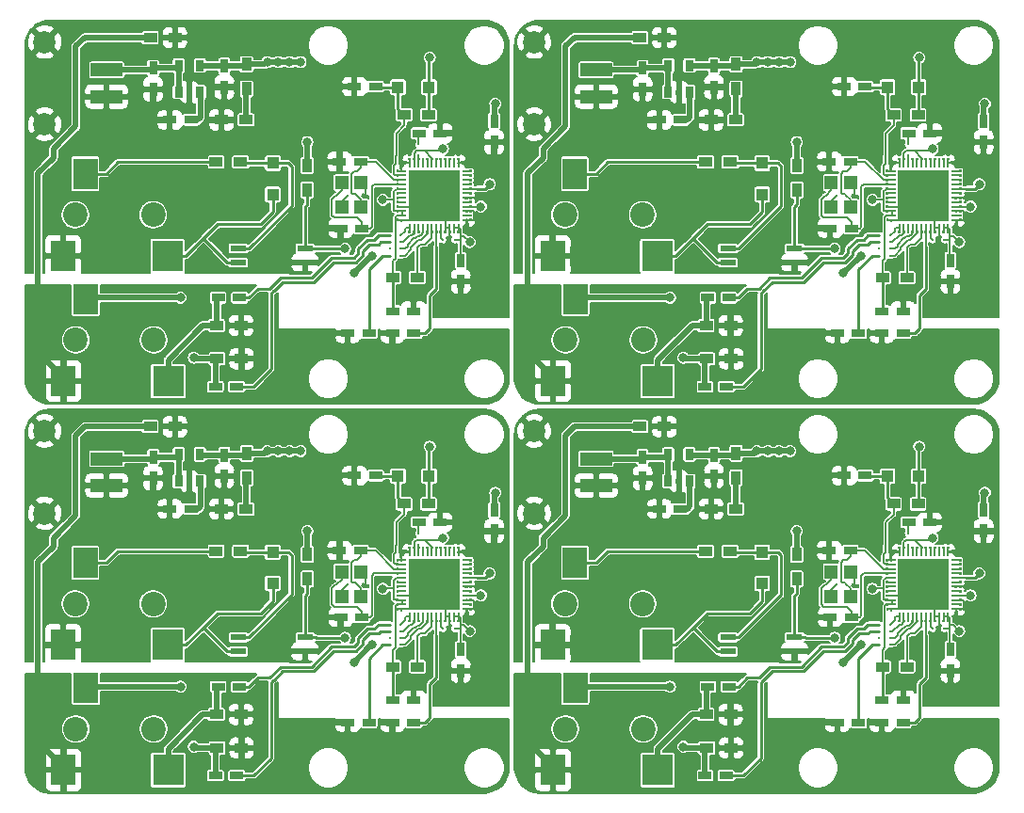
<source format=gtl>
G04 #@! TF.GenerationSoftware,KiCad,Pcbnew,5.1.5*
G04 #@! TF.CreationDate,2020-02-06T11:23:30+09:00*
G04 #@! TF.ProjectId,MIDI-Guy_menduke,4d494449-2d47-4757-995f-6d656e64756b,rev?*
G04 #@! TF.SameCoordinates,Original*
G04 #@! TF.FileFunction,Copper,L1,Top*
G04 #@! TF.FilePolarity,Positive*
%FSLAX46Y46*%
G04 Gerber Fmt 4.6, Leading zero omitted, Abs format (unit mm)*
G04 Created by KiCad (PCBNEW 5.1.5) date 2020-02-06 11:23:30*
%MOMM*%
%LPD*%
G04 APERTURE LIST*
%ADD10C,0.100000*%
%ADD11C,2.000000*%
%ADD12R,2.860000X1.200000*%
%ADD13R,0.800000X1.000000*%
%ADD14R,0.600000X1.000000*%
%ADD15R,1.200000X0.900000*%
%ADD16R,0.900000X1.200000*%
%ADD17R,0.680000X0.250000*%
%ADD18R,0.250000X0.680000*%
%ADD19R,4.660000X4.660000*%
%ADD20R,1.200000X0.750000*%
%ADD21R,1.100000X1.100000*%
%ADD22R,0.750000X1.200000*%
%ADD23R,1.200000X1.200000*%
%ADD24C,2.200000*%
%ADD25R,2.200000X2.800000*%
%ADD26R,2.800000X2.800000*%
%ADD27R,1.450000X0.600000*%
%ADD28C,0.800000*%
%ADD29C,0.320000*%
%ADD30C,0.250000*%
%ADD31C,0.152500*%
%ADD32C,0.500000*%
%ADD33C,0.152000*%
G04 APERTURE END LIST*
D10*
G36*
X153400000Y-104920000D02*
G01*
X153190000Y-104920000D01*
X153190000Y-104680000D01*
X153400000Y-104680000D01*
X153400000Y-104920000D01*
G37*
G36*
X109400000Y-104920000D02*
G01*
X109190000Y-104920000D01*
X109190000Y-104680000D01*
X109400000Y-104680000D01*
X109400000Y-104920000D01*
G37*
G36*
X153400000Y-69920000D02*
G01*
X153190000Y-69920000D01*
X153190000Y-69680000D01*
X153400000Y-69680000D01*
X153400000Y-69920000D01*
G37*
G36*
X151120000Y-99810000D02*
G01*
X150880000Y-99810000D01*
X150880000Y-99600000D01*
X151120000Y-99600000D01*
X151120000Y-99810000D01*
G37*
G36*
X107120000Y-99810000D02*
G01*
X106880000Y-99810000D01*
X106880000Y-99600000D01*
X107120000Y-99600000D01*
X107120000Y-99810000D01*
G37*
G36*
X151120000Y-64810000D02*
G01*
X150880000Y-64810000D01*
X150880000Y-64600000D01*
X151120000Y-64600000D01*
X151120000Y-64810000D01*
G37*
G36*
X146820000Y-104120000D02*
G01*
X146610000Y-104120000D01*
X146610000Y-103880000D01*
X146820000Y-103880000D01*
X146820000Y-104120000D01*
G37*
G36*
X102820000Y-104120000D02*
G01*
X102610000Y-104120000D01*
X102610000Y-103880000D01*
X102820000Y-103880000D01*
X102820000Y-104120000D01*
G37*
G36*
X146820000Y-69120000D02*
G01*
X146610000Y-69120000D01*
X146610000Y-68880000D01*
X146820000Y-68880000D01*
X146820000Y-69120000D01*
G37*
G36*
X150320000Y-106400000D02*
G01*
X150080000Y-106400000D01*
X150080000Y-106190000D01*
X150320000Y-106190000D01*
X150320000Y-106400000D01*
G37*
G36*
X106320000Y-106400000D02*
G01*
X106080000Y-106400000D01*
X106080000Y-106190000D01*
X106320000Y-106190000D01*
X106320000Y-106400000D01*
G37*
G36*
X150320000Y-71400000D02*
G01*
X150080000Y-71400000D01*
X150080000Y-71190000D01*
X150320000Y-71190000D01*
X150320000Y-71400000D01*
G37*
G36*
X147920000Y-99810000D02*
G01*
X147680000Y-99810000D01*
X147680000Y-99600000D01*
X147920000Y-99600000D01*
X147920000Y-99810000D01*
G37*
G36*
X103920000Y-99810000D02*
G01*
X103680000Y-99810000D01*
X103680000Y-99600000D01*
X103920000Y-99600000D01*
X103920000Y-99810000D01*
G37*
G36*
X147920000Y-64810000D02*
G01*
X147680000Y-64810000D01*
X147680000Y-64600000D01*
X147920000Y-64600000D01*
X147920000Y-64810000D01*
G37*
G36*
X146810000Y-101720000D02*
G01*
X146600000Y-101720000D01*
X146600000Y-101480000D01*
X146810000Y-101480000D01*
X146810000Y-101720000D01*
G37*
G36*
X102810000Y-101720000D02*
G01*
X102600000Y-101720000D01*
X102600000Y-101480000D01*
X102810000Y-101480000D01*
X102810000Y-101720000D01*
G37*
G36*
X146810000Y-66720000D02*
G01*
X146600000Y-66720000D01*
X146600000Y-66480000D01*
X146810000Y-66480000D01*
X146810000Y-66720000D01*
G37*
G36*
X149120000Y-99810000D02*
G01*
X148880000Y-99810000D01*
X148880000Y-99600000D01*
X149120000Y-99600000D01*
X149120000Y-99810000D01*
G37*
G36*
X105120000Y-99810000D02*
G01*
X104880000Y-99810000D01*
X104880000Y-99600000D01*
X105120000Y-99600000D01*
X105120000Y-99810000D01*
G37*
G36*
X149120000Y-64810000D02*
G01*
X148880000Y-64810000D01*
X148880000Y-64600000D01*
X149120000Y-64600000D01*
X149120000Y-64810000D01*
G37*
G36*
X152320000Y-99810000D02*
G01*
X152080000Y-99810000D01*
X152080000Y-99600000D01*
X152320000Y-99600000D01*
X152320000Y-99810000D01*
G37*
G36*
X108320000Y-99810000D02*
G01*
X108080000Y-99810000D01*
X108080000Y-99600000D01*
X108320000Y-99600000D01*
X108320000Y-99810000D01*
G37*
G36*
X152320000Y-64810000D02*
G01*
X152080000Y-64810000D01*
X152080000Y-64600000D01*
X152320000Y-64600000D01*
X152320000Y-64810000D01*
G37*
G36*
X151520000Y-99810000D02*
G01*
X151280000Y-99810000D01*
X151280000Y-99600000D01*
X151520000Y-99600000D01*
X151520000Y-99810000D01*
G37*
G36*
X107520000Y-99810000D02*
G01*
X107280000Y-99810000D01*
X107280000Y-99600000D01*
X107520000Y-99600000D01*
X107520000Y-99810000D01*
G37*
G36*
X151520000Y-64810000D02*
G01*
X151280000Y-64810000D01*
X151280000Y-64600000D01*
X151520000Y-64600000D01*
X151520000Y-64810000D01*
G37*
G36*
X153400000Y-103320000D02*
G01*
X153190000Y-103320000D01*
X153190000Y-103080000D01*
X153400000Y-103080000D01*
X153400000Y-103320000D01*
G37*
G36*
X109400000Y-103320000D02*
G01*
X109190000Y-103320000D01*
X109190000Y-103080000D01*
X109400000Y-103080000D01*
X109400000Y-103320000D01*
G37*
G36*
X153400000Y-68320000D02*
G01*
X153190000Y-68320000D01*
X153190000Y-68080000D01*
X153400000Y-68080000D01*
X153400000Y-68320000D01*
G37*
G36*
X153400000Y-105320000D02*
G01*
X153190000Y-105320000D01*
X153190000Y-105080000D01*
X153400000Y-105080000D01*
X153400000Y-105320000D01*
G37*
G36*
X109400000Y-105320000D02*
G01*
X109190000Y-105320000D01*
X109190000Y-105080000D01*
X109400000Y-105080000D01*
X109400000Y-105320000D01*
G37*
G36*
X153400000Y-70320000D02*
G01*
X153190000Y-70320000D01*
X153190000Y-70080000D01*
X153400000Y-70080000D01*
X153400000Y-70320000D01*
G37*
G36*
X151920000Y-106400000D02*
G01*
X151680000Y-106400000D01*
X151680000Y-106190000D01*
X151920000Y-106190000D01*
X151920000Y-106400000D01*
G37*
G36*
X107920000Y-106400000D02*
G01*
X107680000Y-106400000D01*
X107680000Y-106190000D01*
X107920000Y-106190000D01*
X107920000Y-106400000D01*
G37*
G36*
X151920000Y-71400000D02*
G01*
X151680000Y-71400000D01*
X151680000Y-71190000D01*
X151920000Y-71190000D01*
X151920000Y-71400000D01*
G37*
G36*
X153400000Y-102920000D02*
G01*
X153190000Y-102920000D01*
X153190000Y-102680000D01*
X153400000Y-102680000D01*
X153400000Y-102920000D01*
G37*
G36*
X109400000Y-102920000D02*
G01*
X109190000Y-102920000D01*
X109190000Y-102680000D01*
X109400000Y-102680000D01*
X109400000Y-102920000D01*
G37*
G36*
X153400000Y-67920000D02*
G01*
X153190000Y-67920000D01*
X153190000Y-67680000D01*
X153400000Y-67680000D01*
X153400000Y-67920000D01*
G37*
G36*
X146810000Y-102920000D02*
G01*
X146600000Y-102920000D01*
X146600000Y-102680000D01*
X146810000Y-102680000D01*
X146810000Y-102920000D01*
G37*
G36*
X102810000Y-102920000D02*
G01*
X102600000Y-102920000D01*
X102600000Y-102680000D01*
X102810000Y-102680000D01*
X102810000Y-102920000D01*
G37*
G36*
X146810000Y-67920000D02*
G01*
X146600000Y-67920000D01*
X146600000Y-67680000D01*
X146810000Y-67680000D01*
X146810000Y-67920000D01*
G37*
G36*
X150320000Y-99810000D02*
G01*
X150080000Y-99810000D01*
X150080000Y-99600000D01*
X150320000Y-99600000D01*
X150320000Y-99810000D01*
G37*
G36*
X106320000Y-99810000D02*
G01*
X106080000Y-99810000D01*
X106080000Y-99600000D01*
X106320000Y-99600000D01*
X106320000Y-99810000D01*
G37*
G36*
X150320000Y-64810000D02*
G01*
X150080000Y-64810000D01*
X150080000Y-64600000D01*
X150320000Y-64600000D01*
X150320000Y-64810000D01*
G37*
G36*
X149920000Y-106400000D02*
G01*
X149680000Y-106400000D01*
X149680000Y-106190000D01*
X149920000Y-106190000D01*
X149920000Y-106400000D01*
G37*
G36*
X105920000Y-106400000D02*
G01*
X105680000Y-106400000D01*
X105680000Y-106190000D01*
X105920000Y-106190000D01*
X105920000Y-106400000D01*
G37*
G36*
X149920000Y-71400000D02*
G01*
X149680000Y-71400000D01*
X149680000Y-71190000D01*
X149920000Y-71190000D01*
X149920000Y-71400000D01*
G37*
G36*
X149520000Y-106400000D02*
G01*
X149280000Y-106400000D01*
X149280000Y-106190000D01*
X149520000Y-106190000D01*
X149520000Y-106400000D01*
G37*
G36*
X105520000Y-106400000D02*
G01*
X105280000Y-106400000D01*
X105280000Y-106190000D01*
X105520000Y-106190000D01*
X105520000Y-106400000D01*
G37*
G36*
X149520000Y-71400000D02*
G01*
X149280000Y-71400000D01*
X149280000Y-71190000D01*
X149520000Y-71190000D01*
X149520000Y-71400000D01*
G37*
G36*
X153400000Y-104520000D02*
G01*
X153190000Y-104520000D01*
X153190000Y-104280000D01*
X153400000Y-104280000D01*
X153400000Y-104520000D01*
G37*
G36*
X109400000Y-104520000D02*
G01*
X109190000Y-104520000D01*
X109190000Y-104280000D01*
X109400000Y-104280000D01*
X109400000Y-104520000D01*
G37*
G36*
X153400000Y-69520000D02*
G01*
X153190000Y-69520000D01*
X153190000Y-69280000D01*
X153400000Y-69280000D01*
X153400000Y-69520000D01*
G37*
G36*
X153400000Y-102120000D02*
G01*
X153190000Y-102120000D01*
X153190000Y-101880000D01*
X153400000Y-101880000D01*
X153400000Y-102120000D01*
G37*
G36*
X109400000Y-102120000D02*
G01*
X109190000Y-102120000D01*
X109190000Y-101880000D01*
X109400000Y-101880000D01*
X109400000Y-102120000D01*
G37*
G36*
X153400000Y-67120000D02*
G01*
X153190000Y-67120000D01*
X153190000Y-66880000D01*
X153400000Y-66880000D01*
X153400000Y-67120000D01*
G37*
G36*
X148320000Y-106400000D02*
G01*
X148080000Y-106400000D01*
X148080000Y-106190000D01*
X148320000Y-106190000D01*
X148320000Y-106400000D01*
G37*
G36*
X104320000Y-106400000D02*
G01*
X104080000Y-106400000D01*
X104080000Y-106190000D01*
X104320000Y-106190000D01*
X104320000Y-106400000D01*
G37*
G36*
X148320000Y-71400000D02*
G01*
X148080000Y-71400000D01*
X148080000Y-71190000D01*
X148320000Y-71190000D01*
X148320000Y-71400000D01*
G37*
G36*
X147920000Y-106400000D02*
G01*
X147680000Y-106400000D01*
X147680000Y-106190000D01*
X147920000Y-106190000D01*
X147920000Y-106400000D01*
G37*
G36*
X103920000Y-106400000D02*
G01*
X103680000Y-106400000D01*
X103680000Y-106190000D01*
X103920000Y-106190000D01*
X103920000Y-106400000D01*
G37*
G36*
X147920000Y-71400000D02*
G01*
X147680000Y-71400000D01*
X147680000Y-71190000D01*
X147920000Y-71190000D01*
X147920000Y-71400000D01*
G37*
G36*
X151920000Y-99810000D02*
G01*
X151680000Y-99810000D01*
X151680000Y-99600000D01*
X151920000Y-99600000D01*
X151920000Y-99810000D01*
G37*
G36*
X107920000Y-99810000D02*
G01*
X107680000Y-99810000D01*
X107680000Y-99600000D01*
X107920000Y-99600000D01*
X107920000Y-99810000D01*
G37*
G36*
X151920000Y-64810000D02*
G01*
X151680000Y-64810000D01*
X151680000Y-64600000D01*
X151920000Y-64600000D01*
X151920000Y-64810000D01*
G37*
G36*
X149120000Y-106390000D02*
G01*
X148880000Y-106390000D01*
X148880000Y-106180000D01*
X149120000Y-106180000D01*
X149120000Y-106390000D01*
G37*
G36*
X105120000Y-106390000D02*
G01*
X104880000Y-106390000D01*
X104880000Y-106180000D01*
X105120000Y-106180000D01*
X105120000Y-106390000D01*
G37*
G36*
X149120000Y-71390000D02*
G01*
X148880000Y-71390000D01*
X148880000Y-71180000D01*
X149120000Y-71180000D01*
X149120000Y-71390000D01*
G37*
G36*
X146810000Y-101320000D02*
G01*
X146600000Y-101320000D01*
X146600000Y-101080000D01*
X146810000Y-101080000D01*
X146810000Y-101320000D01*
G37*
G36*
X102810000Y-101320000D02*
G01*
X102600000Y-101320000D01*
X102600000Y-101080000D01*
X102810000Y-101080000D01*
X102810000Y-101320000D01*
G37*
G36*
X146810000Y-66320000D02*
G01*
X146600000Y-66320000D01*
X146600000Y-66080000D01*
X146810000Y-66080000D01*
X146810000Y-66320000D01*
G37*
G36*
X153400000Y-101320000D02*
G01*
X153190000Y-101320000D01*
X153190000Y-101080000D01*
X153400000Y-101080000D01*
X153400000Y-101320000D01*
G37*
G36*
X109400000Y-101320000D02*
G01*
X109190000Y-101320000D01*
X109190000Y-101080000D01*
X109400000Y-101080000D01*
X109400000Y-101320000D01*
G37*
G36*
X153400000Y-66320000D02*
G01*
X153190000Y-66320000D01*
X153190000Y-66080000D01*
X153400000Y-66080000D01*
X153400000Y-66320000D01*
G37*
G36*
X153400000Y-104120000D02*
G01*
X153190000Y-104120000D01*
X153190000Y-103880000D01*
X153400000Y-103880000D01*
X153400000Y-104120000D01*
G37*
G36*
X109400000Y-104120000D02*
G01*
X109190000Y-104120000D01*
X109190000Y-103880000D01*
X109400000Y-103880000D01*
X109400000Y-104120000D01*
G37*
G36*
X153400000Y-69120000D02*
G01*
X153190000Y-69120000D01*
X153190000Y-68880000D01*
X153400000Y-68880000D01*
X153400000Y-69120000D01*
G37*
G36*
X148720000Y-106400000D02*
G01*
X148480000Y-106400000D01*
X148480000Y-106190000D01*
X148720000Y-106190000D01*
X148720000Y-106400000D01*
G37*
G36*
X104720000Y-106400000D02*
G01*
X104480000Y-106400000D01*
X104480000Y-106190000D01*
X104720000Y-106190000D01*
X104720000Y-106400000D01*
G37*
G36*
X148720000Y-71400000D02*
G01*
X148480000Y-71400000D01*
X148480000Y-71190000D01*
X148720000Y-71190000D01*
X148720000Y-71400000D01*
G37*
G36*
X153400000Y-103720000D02*
G01*
X153190000Y-103720000D01*
X153190000Y-103480000D01*
X153400000Y-103480000D01*
X153400000Y-103720000D01*
G37*
G36*
X109400000Y-103720000D02*
G01*
X109190000Y-103720000D01*
X109190000Y-103480000D01*
X109400000Y-103480000D01*
X109400000Y-103720000D01*
G37*
G36*
X153400000Y-68720000D02*
G01*
X153190000Y-68720000D01*
X153190000Y-68480000D01*
X153400000Y-68480000D01*
X153400000Y-68720000D01*
G37*
G36*
X149520000Y-99810000D02*
G01*
X149280000Y-99810000D01*
X149280000Y-99600000D01*
X149520000Y-99600000D01*
X149520000Y-99810000D01*
G37*
G36*
X105520000Y-99810000D02*
G01*
X105280000Y-99810000D01*
X105280000Y-99600000D01*
X105520000Y-99600000D01*
X105520000Y-99810000D01*
G37*
G36*
X149520000Y-64810000D02*
G01*
X149280000Y-64810000D01*
X149280000Y-64600000D01*
X149520000Y-64600000D01*
X149520000Y-64810000D01*
G37*
G36*
X146810000Y-100920000D02*
G01*
X146600000Y-100920000D01*
X146600000Y-100680000D01*
X146810000Y-100680000D01*
X146810000Y-100920000D01*
G37*
G36*
X102810000Y-100920000D02*
G01*
X102600000Y-100920000D01*
X102600000Y-100680000D01*
X102810000Y-100680000D01*
X102810000Y-100920000D01*
G37*
G36*
X146810000Y-65920000D02*
G01*
X146600000Y-65920000D01*
X146600000Y-65680000D01*
X146810000Y-65680000D01*
X146810000Y-65920000D01*
G37*
G36*
X151520000Y-106400000D02*
G01*
X151280000Y-106400000D01*
X151280000Y-106190000D01*
X151520000Y-106190000D01*
X151520000Y-106400000D01*
G37*
G36*
X107520000Y-106400000D02*
G01*
X107280000Y-106400000D01*
X107280000Y-106190000D01*
X107520000Y-106190000D01*
X107520000Y-106400000D01*
G37*
G36*
X151520000Y-71400000D02*
G01*
X151280000Y-71400000D01*
X151280000Y-71190000D01*
X151520000Y-71190000D01*
X151520000Y-71400000D01*
G37*
G36*
X153400000Y-102520000D02*
G01*
X153190000Y-102520000D01*
X153190000Y-102280000D01*
X153400000Y-102280000D01*
X153400000Y-102520000D01*
G37*
G36*
X109400000Y-102520000D02*
G01*
X109190000Y-102520000D01*
X109190000Y-102280000D01*
X109400000Y-102280000D01*
X109400000Y-102520000D01*
G37*
G36*
X153400000Y-67520000D02*
G01*
X153190000Y-67520000D01*
X153190000Y-67280000D01*
X153400000Y-67280000D01*
X153400000Y-67520000D01*
G37*
G36*
X146830000Y-105320000D02*
G01*
X146620000Y-105320000D01*
X146620000Y-105080000D01*
X146830000Y-105080000D01*
X146830000Y-105320000D01*
G37*
G36*
X102830000Y-105320000D02*
G01*
X102620000Y-105320000D01*
X102620000Y-105080000D01*
X102830000Y-105080000D01*
X102830000Y-105320000D01*
G37*
G36*
X146830000Y-70320000D02*
G01*
X146620000Y-70320000D01*
X146620000Y-70080000D01*
X146830000Y-70080000D01*
X146830000Y-70320000D01*
G37*
G36*
X151120000Y-106400000D02*
G01*
X150880000Y-106400000D01*
X150880000Y-106190000D01*
X151120000Y-106190000D01*
X151120000Y-106400000D01*
G37*
G36*
X107120000Y-106400000D02*
G01*
X106880000Y-106400000D01*
X106880000Y-106190000D01*
X107120000Y-106190000D01*
X107120000Y-106400000D01*
G37*
G36*
X151120000Y-71400000D02*
G01*
X150880000Y-71400000D01*
X150880000Y-71190000D01*
X151120000Y-71190000D01*
X151120000Y-71400000D01*
G37*
G36*
X152320000Y-106400000D02*
G01*
X152080000Y-106400000D01*
X152080000Y-106190000D01*
X152320000Y-106190000D01*
X152320000Y-106400000D01*
G37*
G36*
X108320000Y-106400000D02*
G01*
X108080000Y-106400000D01*
X108080000Y-106190000D01*
X108320000Y-106190000D01*
X108320000Y-106400000D01*
G37*
G36*
X152320000Y-71400000D02*
G01*
X152080000Y-71400000D01*
X152080000Y-71190000D01*
X152320000Y-71190000D01*
X152320000Y-71400000D01*
G37*
G36*
X149920000Y-99810000D02*
G01*
X149680000Y-99810000D01*
X149680000Y-99600000D01*
X149920000Y-99600000D01*
X149920000Y-99810000D01*
G37*
G36*
X105920000Y-99810000D02*
G01*
X105680000Y-99810000D01*
X105680000Y-99600000D01*
X105920000Y-99600000D01*
X105920000Y-99810000D01*
G37*
G36*
X149920000Y-64810000D02*
G01*
X149680000Y-64810000D01*
X149680000Y-64600000D01*
X149920000Y-64600000D01*
X149920000Y-64810000D01*
G37*
G36*
X150720000Y-106400000D02*
G01*
X150480000Y-106400000D01*
X150480000Y-106190000D01*
X150720000Y-106190000D01*
X150720000Y-106400000D01*
G37*
G36*
X106720000Y-106400000D02*
G01*
X106480000Y-106400000D01*
X106480000Y-106190000D01*
X106720000Y-106190000D01*
X106720000Y-106400000D01*
G37*
G36*
X150720000Y-71400000D02*
G01*
X150480000Y-71400000D01*
X150480000Y-71190000D01*
X150720000Y-71190000D01*
X150720000Y-71400000D01*
G37*
G36*
X146810000Y-104920000D02*
G01*
X146600000Y-104920000D01*
X146600000Y-104680000D01*
X146810000Y-104680000D01*
X146810000Y-104920000D01*
G37*
G36*
X102810000Y-104920000D02*
G01*
X102600000Y-104920000D01*
X102600000Y-104680000D01*
X102810000Y-104680000D01*
X102810000Y-104920000D01*
G37*
G36*
X146810000Y-69920000D02*
G01*
X146600000Y-69920000D01*
X146600000Y-69680000D01*
X146810000Y-69680000D01*
X146810000Y-69920000D01*
G37*
G36*
X146820000Y-103720000D02*
G01*
X146610000Y-103720000D01*
X146610000Y-103480000D01*
X146820000Y-103480000D01*
X146820000Y-103720000D01*
G37*
G36*
X102820000Y-103720000D02*
G01*
X102610000Y-103720000D01*
X102610000Y-103480000D01*
X102820000Y-103480000D01*
X102820000Y-103720000D01*
G37*
G36*
X146820000Y-68720000D02*
G01*
X146610000Y-68720000D01*
X146610000Y-68480000D01*
X146820000Y-68480000D01*
X146820000Y-68720000D01*
G37*
G36*
X153400000Y-101720000D02*
G01*
X153190000Y-101720000D01*
X153190000Y-101480000D01*
X153400000Y-101480000D01*
X153400000Y-101720000D01*
G37*
G36*
X109400000Y-101720000D02*
G01*
X109190000Y-101720000D01*
X109190000Y-101480000D01*
X109400000Y-101480000D01*
X109400000Y-101720000D01*
G37*
G36*
X153400000Y-66720000D02*
G01*
X153190000Y-66720000D01*
X153190000Y-66480000D01*
X153400000Y-66480000D01*
X153400000Y-66720000D01*
G37*
G36*
X153400000Y-100920000D02*
G01*
X153190000Y-100920000D01*
X153190000Y-100680000D01*
X153400000Y-100680000D01*
X153400000Y-100920000D01*
G37*
G36*
X109400000Y-100920000D02*
G01*
X109190000Y-100920000D01*
X109190000Y-100680000D01*
X109400000Y-100680000D01*
X109400000Y-100920000D01*
G37*
G36*
X153400000Y-65920000D02*
G01*
X153190000Y-65920000D01*
X153190000Y-65680000D01*
X153400000Y-65680000D01*
X153400000Y-65920000D01*
G37*
G36*
X146810000Y-102120000D02*
G01*
X146600000Y-102120000D01*
X146600000Y-101880000D01*
X146810000Y-101880000D01*
X146810000Y-102120000D01*
G37*
G36*
X102810000Y-102120000D02*
G01*
X102600000Y-102120000D01*
X102600000Y-101880000D01*
X102810000Y-101880000D01*
X102810000Y-102120000D01*
G37*
G36*
X146810000Y-67120000D02*
G01*
X146600000Y-67120000D01*
X146600000Y-66880000D01*
X146810000Y-66880000D01*
X146810000Y-67120000D01*
G37*
G36*
X148720000Y-99810000D02*
G01*
X148480000Y-99810000D01*
X148480000Y-99600000D01*
X148720000Y-99600000D01*
X148720000Y-99810000D01*
G37*
G36*
X104720000Y-99810000D02*
G01*
X104480000Y-99810000D01*
X104480000Y-99600000D01*
X104720000Y-99600000D01*
X104720000Y-99810000D01*
G37*
G36*
X148720000Y-64810000D02*
G01*
X148480000Y-64810000D01*
X148480000Y-64600000D01*
X148720000Y-64600000D01*
X148720000Y-64810000D01*
G37*
G36*
X146810000Y-104520000D02*
G01*
X146600000Y-104520000D01*
X146600000Y-104280000D01*
X146810000Y-104280000D01*
X146810000Y-104520000D01*
G37*
G36*
X102810000Y-104520000D02*
G01*
X102600000Y-104520000D01*
X102600000Y-104280000D01*
X102810000Y-104280000D01*
X102810000Y-104520000D01*
G37*
G36*
X146810000Y-69520000D02*
G01*
X146600000Y-69520000D01*
X146600000Y-69280000D01*
X146810000Y-69280000D01*
X146810000Y-69520000D01*
G37*
G36*
X146810000Y-103320000D02*
G01*
X146600000Y-103320000D01*
X146600000Y-103080000D01*
X146810000Y-103080000D01*
X146810000Y-103320000D01*
G37*
G36*
X102810000Y-103320000D02*
G01*
X102600000Y-103320000D01*
X102600000Y-103080000D01*
X102810000Y-103080000D01*
X102810000Y-103320000D01*
G37*
G36*
X146810000Y-68320000D02*
G01*
X146600000Y-68320000D01*
X146600000Y-68080000D01*
X146810000Y-68080000D01*
X146810000Y-68320000D01*
G37*
G36*
X148320000Y-99810000D02*
G01*
X148080000Y-99810000D01*
X148080000Y-99600000D01*
X148320000Y-99600000D01*
X148320000Y-99810000D01*
G37*
G36*
X104320000Y-99810000D02*
G01*
X104080000Y-99810000D01*
X104080000Y-99600000D01*
X104320000Y-99600000D01*
X104320000Y-99810000D01*
G37*
G36*
X148320000Y-64810000D02*
G01*
X148080000Y-64810000D01*
X148080000Y-64600000D01*
X148320000Y-64600000D01*
X148320000Y-64810000D01*
G37*
G36*
X150720000Y-99810000D02*
G01*
X150480000Y-99810000D01*
X150480000Y-99600000D01*
X150720000Y-99600000D01*
X150720000Y-99810000D01*
G37*
G36*
X106720000Y-99810000D02*
G01*
X106480000Y-99810000D01*
X106480000Y-99600000D01*
X106720000Y-99600000D01*
X106720000Y-99810000D01*
G37*
G36*
X150720000Y-64810000D02*
G01*
X150480000Y-64810000D01*
X150480000Y-64600000D01*
X150720000Y-64600000D01*
X150720000Y-64810000D01*
G37*
G36*
X146810000Y-102520000D02*
G01*
X146600000Y-102520000D01*
X146600000Y-102280000D01*
X146810000Y-102280000D01*
X146810000Y-102520000D01*
G37*
G36*
X102810000Y-102520000D02*
G01*
X102600000Y-102520000D01*
X102600000Y-102280000D01*
X102810000Y-102280000D01*
X102810000Y-102520000D01*
G37*
G36*
X146810000Y-67520000D02*
G01*
X146600000Y-67520000D01*
X146600000Y-67280000D01*
X146810000Y-67280000D01*
X146810000Y-67520000D01*
G37*
G36*
X109400000Y-70320000D02*
G01*
X109190000Y-70320000D01*
X109190000Y-70080000D01*
X109400000Y-70080000D01*
X109400000Y-70320000D01*
G37*
G36*
X109400000Y-69920000D02*
G01*
X109190000Y-69920000D01*
X109190000Y-69680000D01*
X109400000Y-69680000D01*
X109400000Y-69920000D01*
G37*
G36*
X109400000Y-69520000D02*
G01*
X109190000Y-69520000D01*
X109190000Y-69280000D01*
X109400000Y-69280000D01*
X109400000Y-69520000D01*
G37*
G36*
X109400000Y-69120000D02*
G01*
X109190000Y-69120000D01*
X109190000Y-68880000D01*
X109400000Y-68880000D01*
X109400000Y-69120000D01*
G37*
G36*
X109400000Y-68720000D02*
G01*
X109190000Y-68720000D01*
X109190000Y-68480000D01*
X109400000Y-68480000D01*
X109400000Y-68720000D01*
G37*
G36*
X109400000Y-68320000D02*
G01*
X109190000Y-68320000D01*
X109190000Y-68080000D01*
X109400000Y-68080000D01*
X109400000Y-68320000D01*
G37*
G36*
X109400000Y-67920000D02*
G01*
X109190000Y-67920000D01*
X109190000Y-67680000D01*
X109400000Y-67680000D01*
X109400000Y-67920000D01*
G37*
G36*
X109400000Y-67520000D02*
G01*
X109190000Y-67520000D01*
X109190000Y-67280000D01*
X109400000Y-67280000D01*
X109400000Y-67520000D01*
G37*
G36*
X109400000Y-67120000D02*
G01*
X109190000Y-67120000D01*
X109190000Y-66880000D01*
X109400000Y-66880000D01*
X109400000Y-67120000D01*
G37*
G36*
X109400000Y-66720000D02*
G01*
X109190000Y-66720000D01*
X109190000Y-66480000D01*
X109400000Y-66480000D01*
X109400000Y-66720000D01*
G37*
G36*
X109400000Y-66320000D02*
G01*
X109190000Y-66320000D01*
X109190000Y-66080000D01*
X109400000Y-66080000D01*
X109400000Y-66320000D01*
G37*
G36*
X109400000Y-65920000D02*
G01*
X109190000Y-65920000D01*
X109190000Y-65680000D01*
X109400000Y-65680000D01*
X109400000Y-65920000D01*
G37*
G36*
X108320000Y-64810000D02*
G01*
X108080000Y-64810000D01*
X108080000Y-64600000D01*
X108320000Y-64600000D01*
X108320000Y-64810000D01*
G37*
G36*
X107920000Y-64810000D02*
G01*
X107680000Y-64810000D01*
X107680000Y-64600000D01*
X107920000Y-64600000D01*
X107920000Y-64810000D01*
G37*
G36*
X107520000Y-64810000D02*
G01*
X107280000Y-64810000D01*
X107280000Y-64600000D01*
X107520000Y-64600000D01*
X107520000Y-64810000D01*
G37*
G36*
X107120000Y-64810000D02*
G01*
X106880000Y-64810000D01*
X106880000Y-64600000D01*
X107120000Y-64600000D01*
X107120000Y-64810000D01*
G37*
G36*
X106720000Y-64810000D02*
G01*
X106480000Y-64810000D01*
X106480000Y-64600000D01*
X106720000Y-64600000D01*
X106720000Y-64810000D01*
G37*
G36*
X106320000Y-64810000D02*
G01*
X106080000Y-64810000D01*
X106080000Y-64600000D01*
X106320000Y-64600000D01*
X106320000Y-64810000D01*
G37*
G36*
X105920000Y-64810000D02*
G01*
X105680000Y-64810000D01*
X105680000Y-64600000D01*
X105920000Y-64600000D01*
X105920000Y-64810000D01*
G37*
G36*
X105520000Y-64810000D02*
G01*
X105280000Y-64810000D01*
X105280000Y-64600000D01*
X105520000Y-64600000D01*
X105520000Y-64810000D01*
G37*
G36*
X105120000Y-64810000D02*
G01*
X104880000Y-64810000D01*
X104880000Y-64600000D01*
X105120000Y-64600000D01*
X105120000Y-64810000D01*
G37*
G36*
X104720000Y-64810000D02*
G01*
X104480000Y-64810000D01*
X104480000Y-64600000D01*
X104720000Y-64600000D01*
X104720000Y-64810000D01*
G37*
G36*
X104320000Y-64810000D02*
G01*
X104080000Y-64810000D01*
X104080000Y-64600000D01*
X104320000Y-64600000D01*
X104320000Y-64810000D01*
G37*
G36*
X103920000Y-64810000D02*
G01*
X103680000Y-64810000D01*
X103680000Y-64600000D01*
X103920000Y-64600000D01*
X103920000Y-64810000D01*
G37*
G36*
X102810000Y-65920000D02*
G01*
X102600000Y-65920000D01*
X102600000Y-65680000D01*
X102810000Y-65680000D01*
X102810000Y-65920000D01*
G37*
G36*
X102810000Y-66320000D02*
G01*
X102600000Y-66320000D01*
X102600000Y-66080000D01*
X102810000Y-66080000D01*
X102810000Y-66320000D01*
G37*
G36*
X102810000Y-66720000D02*
G01*
X102600000Y-66720000D01*
X102600000Y-66480000D01*
X102810000Y-66480000D01*
X102810000Y-66720000D01*
G37*
G36*
X102810000Y-67120000D02*
G01*
X102600000Y-67120000D01*
X102600000Y-66880000D01*
X102810000Y-66880000D01*
X102810000Y-67120000D01*
G37*
G36*
X102810000Y-67520000D02*
G01*
X102600000Y-67520000D01*
X102600000Y-67280000D01*
X102810000Y-67280000D01*
X102810000Y-67520000D01*
G37*
G36*
X102810000Y-67920000D02*
G01*
X102600000Y-67920000D01*
X102600000Y-67680000D01*
X102810000Y-67680000D01*
X102810000Y-67920000D01*
G37*
G36*
X102810000Y-68320000D02*
G01*
X102600000Y-68320000D01*
X102600000Y-68080000D01*
X102810000Y-68080000D01*
X102810000Y-68320000D01*
G37*
G36*
X102820000Y-68720000D02*
G01*
X102610000Y-68720000D01*
X102610000Y-68480000D01*
X102820000Y-68480000D01*
X102820000Y-68720000D01*
G37*
G36*
X102820000Y-69120000D02*
G01*
X102610000Y-69120000D01*
X102610000Y-68880000D01*
X102820000Y-68880000D01*
X102820000Y-69120000D01*
G37*
G36*
X102810000Y-69520000D02*
G01*
X102600000Y-69520000D01*
X102600000Y-69280000D01*
X102810000Y-69280000D01*
X102810000Y-69520000D01*
G37*
G36*
X102810000Y-69920000D02*
G01*
X102600000Y-69920000D01*
X102600000Y-69680000D01*
X102810000Y-69680000D01*
X102810000Y-69920000D01*
G37*
G36*
X102830000Y-70320000D02*
G01*
X102620000Y-70320000D01*
X102620000Y-70080000D01*
X102830000Y-70080000D01*
X102830000Y-70320000D01*
G37*
G36*
X104720000Y-71400000D02*
G01*
X104480000Y-71400000D01*
X104480000Y-71190000D01*
X104720000Y-71190000D01*
X104720000Y-71400000D01*
G37*
G36*
X108320000Y-71400000D02*
G01*
X108080000Y-71400000D01*
X108080000Y-71190000D01*
X108320000Y-71190000D01*
X108320000Y-71400000D01*
G37*
G36*
X107920000Y-71400000D02*
G01*
X107680000Y-71400000D01*
X107680000Y-71190000D01*
X107920000Y-71190000D01*
X107920000Y-71400000D01*
G37*
G36*
X107120000Y-71400000D02*
G01*
X106880000Y-71400000D01*
X106880000Y-71190000D01*
X107120000Y-71190000D01*
X107120000Y-71400000D01*
G37*
G36*
X107520000Y-71400000D02*
G01*
X107280000Y-71400000D01*
X107280000Y-71190000D01*
X107520000Y-71190000D01*
X107520000Y-71400000D01*
G37*
G36*
X106720000Y-71400000D02*
G01*
X106480000Y-71400000D01*
X106480000Y-71190000D01*
X106720000Y-71190000D01*
X106720000Y-71400000D01*
G37*
G36*
X106320000Y-71400000D02*
G01*
X106080000Y-71400000D01*
X106080000Y-71190000D01*
X106320000Y-71190000D01*
X106320000Y-71400000D01*
G37*
G36*
X105920000Y-71400000D02*
G01*
X105680000Y-71400000D01*
X105680000Y-71190000D01*
X105920000Y-71190000D01*
X105920000Y-71400000D01*
G37*
G36*
X105520000Y-71400000D02*
G01*
X105280000Y-71400000D01*
X105280000Y-71190000D01*
X105520000Y-71190000D01*
X105520000Y-71400000D01*
G37*
G36*
X105120000Y-71390000D02*
G01*
X104880000Y-71390000D01*
X104880000Y-71180000D01*
X105120000Y-71180000D01*
X105120000Y-71390000D01*
G37*
G36*
X104320000Y-71400000D02*
G01*
X104080000Y-71400000D01*
X104080000Y-71190000D01*
X104320000Y-71190000D01*
X104320000Y-71400000D01*
G37*
G36*
X103920000Y-71400000D02*
G01*
X103680000Y-71400000D01*
X103680000Y-71190000D01*
X103920000Y-71190000D01*
X103920000Y-71400000D01*
G37*
D11*
X115000000Y-89200000D03*
X115000000Y-96600000D03*
D12*
X120570000Y-91700000D03*
X120570000Y-94100000D03*
D11*
X71000000Y-89200000D03*
X71000000Y-96600000D03*
D12*
X76570000Y-91700000D03*
X76570000Y-94100000D03*
D11*
X115000000Y-54200000D03*
X115000000Y-61600000D03*
D12*
X120570000Y-56700000D03*
X120570000Y-59100000D03*
D13*
X127050000Y-91300000D03*
X128950000Y-91300000D03*
X127050000Y-93700000D03*
X128950000Y-93700000D03*
D14*
X128000000Y-93700000D03*
D13*
X83050000Y-91300000D03*
X84950000Y-91300000D03*
X83050000Y-93700000D03*
X84950000Y-93700000D03*
D14*
X84000000Y-93700000D03*
D13*
X127050000Y-56300000D03*
X128950000Y-56300000D03*
X127050000Y-58700000D03*
X128950000Y-58700000D03*
D14*
X128000000Y-58700000D03*
D15*
X126700000Y-88800000D03*
X124500000Y-88800000D03*
X82700000Y-88800000D03*
X80500000Y-88800000D03*
X126700000Y-53800000D03*
X124500000Y-53800000D03*
X130400000Y-100000000D03*
X132600000Y-100000000D03*
X86400000Y-100000000D03*
X88600000Y-100000000D03*
X130400000Y-65000000D03*
X132600000Y-65000000D03*
D16*
X133150000Y-91200000D03*
X133150000Y-93400000D03*
X89150000Y-91200000D03*
X89150000Y-93400000D03*
X133150000Y-56200000D03*
X133150000Y-58400000D03*
D17*
X147140000Y-105200000D03*
X147140000Y-104800000D03*
X147140000Y-104400000D03*
X147140000Y-104000000D03*
X147140000Y-103600000D03*
X147140000Y-103200000D03*
X147140000Y-102800000D03*
X147140000Y-102400000D03*
X147140000Y-102000000D03*
X147140000Y-101600000D03*
X147140000Y-101200000D03*
X147140000Y-100800000D03*
D18*
X147800000Y-100140000D03*
X148200000Y-100140000D03*
X148600000Y-100140000D03*
X149000000Y-100140000D03*
X149400000Y-100140000D03*
X149800000Y-100140000D03*
X150200000Y-100140000D03*
X150600000Y-100140000D03*
X151000000Y-100140000D03*
X151400000Y-100140000D03*
X151800000Y-100140000D03*
X152200000Y-100140000D03*
D17*
X152860000Y-100800000D03*
X152860000Y-101200000D03*
X152860000Y-101600000D03*
X152860000Y-102000000D03*
X152860000Y-102400000D03*
X152860000Y-102800000D03*
X152860000Y-103200000D03*
X152860000Y-103600000D03*
X152860000Y-104000000D03*
X152860000Y-104400000D03*
X152860000Y-104800000D03*
X152860000Y-105200000D03*
D18*
X152200000Y-105860000D03*
X151800000Y-105860000D03*
X151400000Y-105860000D03*
X151000000Y-105860000D03*
X150600000Y-105860000D03*
X150200000Y-105860000D03*
X149800000Y-105860000D03*
X149400000Y-105860000D03*
X149000000Y-105860000D03*
X148600000Y-105860000D03*
X148200000Y-105860000D03*
X147800000Y-105860000D03*
D19*
X150000000Y-103000000D03*
D17*
X103140000Y-105200000D03*
X103140000Y-104800000D03*
X103140000Y-104400000D03*
X103140000Y-104000000D03*
X103140000Y-103600000D03*
X103140000Y-103200000D03*
X103140000Y-102800000D03*
X103140000Y-102400000D03*
X103140000Y-102000000D03*
X103140000Y-101600000D03*
X103140000Y-101200000D03*
X103140000Y-100800000D03*
D18*
X103800000Y-100140000D03*
X104200000Y-100140000D03*
X104600000Y-100140000D03*
X105000000Y-100140000D03*
X105400000Y-100140000D03*
X105800000Y-100140000D03*
X106200000Y-100140000D03*
X106600000Y-100140000D03*
X107000000Y-100140000D03*
X107400000Y-100140000D03*
X107800000Y-100140000D03*
X108200000Y-100140000D03*
D17*
X108860000Y-100800000D03*
X108860000Y-101200000D03*
X108860000Y-101600000D03*
X108860000Y-102000000D03*
X108860000Y-102400000D03*
X108860000Y-102800000D03*
X108860000Y-103200000D03*
X108860000Y-103600000D03*
X108860000Y-104000000D03*
X108860000Y-104400000D03*
X108860000Y-104800000D03*
X108860000Y-105200000D03*
D18*
X108200000Y-105860000D03*
X107800000Y-105860000D03*
X107400000Y-105860000D03*
X107000000Y-105860000D03*
X106600000Y-105860000D03*
X106200000Y-105860000D03*
X105800000Y-105860000D03*
X105400000Y-105860000D03*
X105000000Y-105860000D03*
X104600000Y-105860000D03*
X104200000Y-105860000D03*
X103800000Y-105860000D03*
D19*
X106000000Y-103000000D03*
D17*
X147140000Y-70200000D03*
X147140000Y-69800000D03*
X147140000Y-69400000D03*
X147140000Y-69000000D03*
X147140000Y-68600000D03*
X147140000Y-68200000D03*
X147140000Y-67800000D03*
X147140000Y-67400000D03*
X147140000Y-67000000D03*
X147140000Y-66600000D03*
X147140000Y-66200000D03*
X147140000Y-65800000D03*
D18*
X147800000Y-65140000D03*
X148200000Y-65140000D03*
X148600000Y-65140000D03*
X149000000Y-65140000D03*
X149400000Y-65140000D03*
X149800000Y-65140000D03*
X150200000Y-65140000D03*
X150600000Y-65140000D03*
X151000000Y-65140000D03*
X151400000Y-65140000D03*
X151800000Y-65140000D03*
X152200000Y-65140000D03*
D17*
X152860000Y-65800000D03*
X152860000Y-66200000D03*
X152860000Y-66600000D03*
X152860000Y-67000000D03*
X152860000Y-67400000D03*
X152860000Y-67800000D03*
X152860000Y-68200000D03*
X152860000Y-68600000D03*
X152860000Y-69000000D03*
X152860000Y-69400000D03*
X152860000Y-69800000D03*
X152860000Y-70200000D03*
D18*
X152200000Y-70860000D03*
X151800000Y-70860000D03*
X151400000Y-70860000D03*
X151000000Y-70860000D03*
X150600000Y-70860000D03*
X150200000Y-70860000D03*
X149800000Y-70860000D03*
X149400000Y-70860000D03*
X149000000Y-70860000D03*
X148600000Y-70860000D03*
X148200000Y-70860000D03*
X147800000Y-70860000D03*
D19*
X150000000Y-68000000D03*
D20*
X132250000Y-120200000D03*
X130350000Y-120200000D03*
X88250000Y-120200000D03*
X86350000Y-120200000D03*
X132250000Y-85200000D03*
X130350000Y-85200000D03*
X142850000Y-93200000D03*
X144750000Y-93200000D03*
X98850000Y-93200000D03*
X100750000Y-93200000D03*
X142850000Y-58200000D03*
X144750000Y-58200000D03*
D21*
X135500000Y-100100000D03*
X135500000Y-102900000D03*
X91500000Y-100100000D03*
X91500000Y-102900000D03*
X135500000Y-65100000D03*
X135500000Y-67900000D03*
D16*
X138600000Y-102500000D03*
X138600000Y-100300000D03*
X94600000Y-102500000D03*
X94600000Y-100300000D03*
X138600000Y-67500000D03*
X138600000Y-65300000D03*
D22*
X152400000Y-108850000D03*
X152400000Y-110750000D03*
X108400000Y-108850000D03*
X108400000Y-110750000D03*
X152400000Y-73850000D03*
X152400000Y-75750000D03*
D20*
X142250000Y-115400000D03*
X144150000Y-115400000D03*
X98250000Y-115400000D03*
X100150000Y-115400000D03*
X142250000Y-80400000D03*
X144150000Y-80400000D03*
D23*
X143400000Y-104050000D03*
X143400000Y-101850000D03*
X141700000Y-101850000D03*
X141700000Y-104050000D03*
X99400000Y-104050000D03*
X99400000Y-101850000D03*
X97700000Y-101850000D03*
X97700000Y-104050000D03*
X143400000Y-69050000D03*
X143400000Y-66850000D03*
X141700000Y-66850000D03*
X141700000Y-69050000D03*
D20*
X143500000Y-105950000D03*
X141600000Y-105950000D03*
X99500000Y-105950000D03*
X97600000Y-105950000D03*
X143500000Y-70950000D03*
X141600000Y-70950000D03*
X148150000Y-115400000D03*
X146250000Y-115400000D03*
X104150000Y-115400000D03*
X102250000Y-115400000D03*
X148150000Y-80400000D03*
X146250000Y-80400000D03*
D22*
X124750000Y-93450000D03*
X124750000Y-91550000D03*
X80750000Y-93450000D03*
X80750000Y-91550000D03*
X124750000Y-58450000D03*
X124750000Y-56550000D03*
D20*
X126250000Y-96200000D03*
X128150000Y-96200000D03*
X82250000Y-96200000D03*
X84150000Y-96200000D03*
X126250000Y-61200000D03*
X128150000Y-61200000D03*
D22*
X155400000Y-98200000D03*
X155400000Y-96300000D03*
X111400000Y-98200000D03*
X111400000Y-96300000D03*
X155400000Y-63200000D03*
X155400000Y-61300000D03*
D24*
X117800000Y-116000000D03*
D25*
X118700000Y-112300000D03*
X116700000Y-119700000D03*
D26*
X126100000Y-119700000D03*
D24*
X124800000Y-116000000D03*
X73800000Y-116000000D03*
D25*
X74700000Y-112300000D03*
X72700000Y-119700000D03*
D26*
X82100000Y-119700000D03*
D24*
X80800000Y-116000000D03*
X117800000Y-81000000D03*
D25*
X118700000Y-77300000D03*
X116700000Y-84700000D03*
D26*
X126100000Y-84700000D03*
D24*
X124800000Y-81000000D03*
D20*
X143400000Y-99950000D03*
X141500000Y-99950000D03*
X99400000Y-99950000D03*
X97500000Y-99950000D03*
X143400000Y-64950000D03*
X141500000Y-64950000D03*
X148650000Y-97400000D03*
X150550000Y-97400000D03*
X104650000Y-97400000D03*
X106550000Y-97400000D03*
X148650000Y-62400000D03*
X150550000Y-62400000D03*
X132500000Y-112200000D03*
X130600000Y-112200000D03*
X88500000Y-112200000D03*
X86600000Y-112200000D03*
X132500000Y-77200000D03*
X130600000Y-77200000D03*
D24*
X117750000Y-104750000D03*
D25*
X118650000Y-101050000D03*
X116650000Y-108450000D03*
D26*
X126050000Y-108450000D03*
D24*
X124750000Y-104750000D03*
X73750000Y-104750000D03*
D25*
X74650000Y-101050000D03*
X72650000Y-108450000D03*
D26*
X82050000Y-108450000D03*
D24*
X80750000Y-104750000D03*
X117750000Y-69750000D03*
D25*
X118650000Y-66050000D03*
X116650000Y-73450000D03*
D26*
X126050000Y-73450000D03*
D24*
X124750000Y-69750000D03*
D15*
X146300000Y-110400000D03*
X148500000Y-110400000D03*
X102300000Y-110400000D03*
X104500000Y-110400000D03*
X146300000Y-75400000D03*
X148500000Y-75400000D03*
D22*
X131150000Y-91350000D03*
X131150000Y-93250000D03*
X87150000Y-91350000D03*
X87150000Y-93250000D03*
X131150000Y-56350000D03*
X131150000Y-58250000D03*
D20*
X146250000Y-113400000D03*
X148150000Y-113400000D03*
X102250000Y-113400000D03*
X104150000Y-113400000D03*
X146250000Y-78400000D03*
X148150000Y-78400000D03*
D21*
X146750000Y-93250000D03*
X149550000Y-93250000D03*
X102750000Y-93250000D03*
X105550000Y-93250000D03*
X146750000Y-58250000D03*
X149550000Y-58250000D03*
D15*
X147300000Y-95750000D03*
X149500000Y-95750000D03*
X103300000Y-95750000D03*
X105500000Y-95750000D03*
X147300000Y-60750000D03*
X149500000Y-60750000D03*
X132700000Y-117700000D03*
X130500000Y-117700000D03*
X88700000Y-117700000D03*
X86500000Y-117700000D03*
X132700000Y-82700000D03*
X130500000Y-82700000D03*
X132650000Y-114700000D03*
X130450000Y-114700000D03*
X88650000Y-114700000D03*
X86450000Y-114700000D03*
X132650000Y-79700000D03*
X130450000Y-79700000D03*
X130900000Y-96200000D03*
X133100000Y-96200000D03*
X86900000Y-96200000D03*
X89100000Y-96200000D03*
X130900000Y-61200000D03*
X133100000Y-61200000D03*
D27*
X138400000Y-107765000D03*
X138400000Y-109035000D03*
X132400000Y-109035000D03*
X132400000Y-107765000D03*
X94400000Y-107765000D03*
X94400000Y-109035000D03*
X88400000Y-109035000D03*
X88400000Y-107765000D03*
X138400000Y-72765000D03*
X138400000Y-74035000D03*
X132400000Y-74035000D03*
X132400000Y-72765000D03*
D24*
X80800000Y-81000000D03*
D26*
X82100000Y-84700000D03*
D25*
X72700000Y-84700000D03*
X74700000Y-77300000D03*
D24*
X73800000Y-81000000D03*
X80750000Y-69750000D03*
D26*
X82050000Y-73450000D03*
D25*
X72650000Y-73450000D03*
X74650000Y-66050000D03*
D24*
X73750000Y-69750000D03*
D23*
X97700000Y-69050000D03*
X97700000Y-66850000D03*
X99400000Y-66850000D03*
X99400000Y-69050000D03*
D19*
X106000000Y-68000000D03*
D18*
X103800000Y-70860000D03*
X104200000Y-70860000D03*
X104600000Y-70860000D03*
X105000000Y-70860000D03*
X105400000Y-70860000D03*
X105800000Y-70860000D03*
X106200000Y-70860000D03*
X106600000Y-70860000D03*
X107000000Y-70860000D03*
X107400000Y-70860000D03*
X107800000Y-70860000D03*
X108200000Y-70860000D03*
D17*
X108860000Y-70200000D03*
X108860000Y-69800000D03*
X108860000Y-69400000D03*
X108860000Y-69000000D03*
X108860000Y-68600000D03*
X108860000Y-68200000D03*
X108860000Y-67800000D03*
X108860000Y-67400000D03*
X108860000Y-67000000D03*
X108860000Y-66600000D03*
X108860000Y-66200000D03*
X108860000Y-65800000D03*
D18*
X108200000Y-65140000D03*
X107800000Y-65140000D03*
X107400000Y-65140000D03*
X107000000Y-65140000D03*
X106600000Y-65140000D03*
X106200000Y-65140000D03*
X105800000Y-65140000D03*
X105400000Y-65140000D03*
X105000000Y-65140000D03*
X104600000Y-65140000D03*
X104200000Y-65140000D03*
X103800000Y-65140000D03*
D17*
X103140000Y-65800000D03*
X103140000Y-66200000D03*
X103140000Y-66600000D03*
X103140000Y-67000000D03*
X103140000Y-67400000D03*
X103140000Y-67800000D03*
X103140000Y-68200000D03*
X103140000Y-68600000D03*
X103140000Y-69000000D03*
X103140000Y-69400000D03*
X103140000Y-69800000D03*
X103140000Y-70200000D03*
D22*
X80750000Y-56550000D03*
X80750000Y-58450000D03*
D20*
X84150000Y-61200000D03*
X82250000Y-61200000D03*
D22*
X87150000Y-58250000D03*
X87150000Y-56350000D03*
D20*
X100750000Y-58200000D03*
X98850000Y-58200000D03*
X97500000Y-64950000D03*
X99400000Y-64950000D03*
X97600000Y-70950000D03*
X99500000Y-70950000D03*
X102250000Y-80400000D03*
X104150000Y-80400000D03*
X100150000Y-80400000D03*
X98250000Y-80400000D03*
D22*
X108400000Y-75750000D03*
X108400000Y-73850000D03*
D20*
X86600000Y-77200000D03*
X88500000Y-77200000D03*
X86350000Y-85200000D03*
X88250000Y-85200000D03*
X104150000Y-78400000D03*
X102250000Y-78400000D03*
D22*
X111400000Y-61300000D03*
X111400000Y-63200000D03*
D20*
X106550000Y-62400000D03*
X104650000Y-62400000D03*
D21*
X105550000Y-58250000D03*
X102750000Y-58250000D03*
X91500000Y-67900000D03*
X91500000Y-65100000D03*
D12*
X76570000Y-59100000D03*
X76570000Y-56700000D03*
D11*
X71000000Y-61600000D03*
X71000000Y-54200000D03*
D15*
X104500000Y-75400000D03*
X102300000Y-75400000D03*
X89100000Y-61200000D03*
X86900000Y-61200000D03*
D27*
X88400000Y-72765000D03*
X88400000Y-74035000D03*
X94400000Y-74035000D03*
X94400000Y-72765000D03*
D15*
X88600000Y-65000000D03*
X86400000Y-65000000D03*
X105500000Y-60750000D03*
X103300000Y-60750000D03*
D16*
X94600000Y-65300000D03*
X94600000Y-67500000D03*
X89150000Y-58400000D03*
X89150000Y-56200000D03*
D15*
X86450000Y-79700000D03*
X88650000Y-79700000D03*
X86500000Y-82700000D03*
X88700000Y-82700000D03*
X80500000Y-53800000D03*
X82700000Y-53800000D03*
D14*
X84000000Y-58700000D03*
D13*
X84950000Y-58700000D03*
X83050000Y-58700000D03*
X84950000Y-56300000D03*
X83050000Y-56300000D03*
D28*
X107200000Y-72800000D03*
X105400000Y-73400000D03*
D29*
X98200000Y-68000000D03*
X99800000Y-68000000D03*
X96200000Y-68400000D03*
D28*
X87500000Y-68000000D03*
X87500000Y-63000000D03*
X131500000Y-68000000D03*
X87500000Y-103000000D03*
X131500000Y-103000000D03*
X151200000Y-72800000D03*
X107200000Y-107800000D03*
X151200000Y-107800000D03*
D29*
X143800000Y-68000000D03*
X99800000Y-103000000D03*
X143800000Y-103000000D03*
X140200000Y-68400000D03*
X96200000Y-103400000D03*
X140200000Y-103400000D03*
X142200000Y-68000000D03*
X98200000Y-103000000D03*
X142200000Y-103000000D03*
D28*
X149400000Y-73400000D03*
X105400000Y-108400000D03*
X149400000Y-108400000D03*
X131500000Y-63000000D03*
X87500000Y-98000000D03*
X131500000Y-98000000D03*
X92000000Y-56000000D03*
X93000000Y-56000000D03*
X94000000Y-56000000D03*
X91000000Y-56000000D03*
X94600000Y-63200000D03*
X109200000Y-72200000D03*
X101400000Y-68400000D03*
X106800000Y-63800000D03*
X105600000Y-55600000D03*
D29*
X106800000Y-72000000D03*
X107837400Y-72000000D03*
D28*
X111500000Y-59750000D03*
X111000000Y-67000000D03*
D29*
X150800000Y-72000000D03*
X106800000Y-107000000D03*
X150800000Y-107000000D03*
D28*
X149600000Y-55600000D03*
X105600000Y-90600000D03*
X149600000Y-90600000D03*
D29*
X151837400Y-72000000D03*
X107837400Y-107000000D03*
X151837400Y-107000000D03*
D28*
X138600000Y-63200000D03*
X94600000Y-98200000D03*
X138600000Y-98200000D03*
X137000000Y-56000000D03*
X93000000Y-91000000D03*
X137000000Y-91000000D03*
X138000000Y-56000000D03*
X94000000Y-91000000D03*
X138000000Y-91000000D03*
X150800000Y-63800000D03*
X106800000Y-98800000D03*
X150800000Y-98800000D03*
X155500000Y-59750000D03*
X111500000Y-94750000D03*
X155500000Y-94750000D03*
X136000000Y-56000000D03*
X92000000Y-91000000D03*
X136000000Y-91000000D03*
X135000000Y-56000000D03*
X91000000Y-91000000D03*
X135000000Y-91000000D03*
X153200000Y-72200000D03*
X109200000Y-107200000D03*
X153200000Y-107200000D03*
X145400000Y-68400000D03*
X101400000Y-103400000D03*
X145400000Y-103400000D03*
X155000000Y-67000000D03*
X111000000Y-102000000D03*
X155000000Y-102000000D03*
D29*
X103000000Y-72800000D03*
X102000000Y-72800000D03*
D28*
X74800000Y-84600000D03*
X100400000Y-73400000D03*
X98800000Y-75000000D03*
X95000000Y-80600000D03*
X144400000Y-73400000D03*
X100400000Y-108400000D03*
X144400000Y-108400000D03*
D29*
X146000000Y-72800000D03*
X102000000Y-107800000D03*
X146000000Y-107800000D03*
X147000000Y-72800000D03*
X103000000Y-107800000D03*
X147000000Y-107800000D03*
D28*
X139000000Y-80600000D03*
X95000000Y-115600000D03*
X139000000Y-115600000D03*
X142800000Y-75000000D03*
X98800000Y-110000000D03*
X142800000Y-110000000D03*
X118800000Y-84600000D03*
X74800000Y-119600000D03*
X118800000Y-119600000D03*
D29*
X104600000Y-64400000D03*
X104600000Y-63400000D03*
X148600000Y-64400000D03*
X104600000Y-99400000D03*
X148600000Y-99400000D03*
X148600000Y-63400000D03*
X104600000Y-98400000D03*
X148600000Y-98400000D03*
X103000000Y-71600000D03*
X102000000Y-71600000D03*
X146000000Y-71600000D03*
X102000000Y-106600000D03*
X146000000Y-106600000D03*
X147000000Y-71600000D03*
X103000000Y-106600000D03*
X147000000Y-106600000D03*
D28*
X84400000Y-82600000D03*
X83200000Y-77200000D03*
X128400000Y-82600000D03*
X84400000Y-117600000D03*
X128400000Y-117600000D03*
X127200000Y-77200000D03*
X83200000Y-112200000D03*
X127200000Y-112200000D03*
D29*
X103000000Y-72200000D03*
X102000000Y-72200000D03*
X147000000Y-72200000D03*
X103000000Y-107200000D03*
X147000000Y-107200000D03*
X146000000Y-72200000D03*
X102000000Y-107200000D03*
X146000000Y-107200000D03*
D28*
X98000000Y-72800000D03*
X110200000Y-69000000D03*
X154200000Y-69000000D03*
X110200000Y-104000000D03*
X154200000Y-104000000D03*
X142000000Y-72800000D03*
X98000000Y-107800000D03*
X142000000Y-107800000D03*
D29*
X103000000Y-73400000D03*
X102000000Y-73400000D03*
X147000000Y-73400000D03*
X103000000Y-108400000D03*
X147000000Y-108400000D03*
X146000000Y-73400000D03*
X102000000Y-108400000D03*
X146000000Y-108400000D03*
D30*
X102750000Y-60200000D02*
X103300000Y-60750000D01*
X102750000Y-58250000D02*
X102750000Y-60200000D01*
X100800000Y-58250000D02*
X100750000Y-58200000D01*
X102750000Y-58250000D02*
X100800000Y-58250000D01*
D31*
X103300000Y-61700000D02*
X103300000Y-60750000D01*
X102647500Y-66200000D02*
X102571349Y-66123849D01*
X103140000Y-66200000D02*
X102647500Y-66200000D01*
X102571349Y-64428651D02*
X102600000Y-64400000D01*
X102600000Y-64400000D02*
X102600000Y-62400000D01*
X102600000Y-62400000D02*
X103300000Y-61700000D01*
X102571349Y-66123849D02*
X102473849Y-66123849D01*
X102473849Y-66123849D02*
X102410000Y-66060000D01*
X102410000Y-66060000D02*
X102410000Y-65310000D01*
X102571349Y-65148651D02*
X102571349Y-64428651D01*
X102410000Y-65310000D02*
X102571349Y-65148651D01*
X146571349Y-66123849D02*
X146473849Y-66123849D01*
X102571349Y-101123849D02*
X102473849Y-101123849D01*
X146571349Y-101123849D02*
X146473849Y-101123849D01*
D30*
X146750000Y-58250000D02*
X144800000Y-58250000D01*
X102750000Y-93250000D02*
X100800000Y-93250000D01*
X146750000Y-93250000D02*
X144800000Y-93250000D01*
D31*
X146410000Y-66060000D02*
X146410000Y-65310000D01*
X102410000Y-101060000D02*
X102410000Y-100310000D01*
X146410000Y-101060000D02*
X146410000Y-100310000D01*
D30*
X144800000Y-58250000D02*
X144750000Y-58200000D01*
X100800000Y-93250000D02*
X100750000Y-93200000D01*
X144800000Y-93250000D02*
X144750000Y-93200000D01*
D31*
X146410000Y-65310000D02*
X146571349Y-65148651D01*
X102410000Y-100310000D02*
X102571349Y-100148651D01*
X146410000Y-100310000D02*
X146571349Y-100148651D01*
D30*
X146750000Y-60200000D02*
X147300000Y-60750000D01*
X102750000Y-95200000D02*
X103300000Y-95750000D01*
X146750000Y-95200000D02*
X147300000Y-95750000D01*
D31*
X146473849Y-66123849D02*
X146410000Y-66060000D01*
X102473849Y-101123849D02*
X102410000Y-101060000D01*
X146473849Y-101123849D02*
X146410000Y-101060000D01*
X146600000Y-64400000D02*
X146600000Y-62400000D01*
X102600000Y-99400000D02*
X102600000Y-97400000D01*
X146600000Y-99400000D02*
X146600000Y-97400000D01*
X147140000Y-66200000D02*
X146647500Y-66200000D01*
X103140000Y-101200000D02*
X102647500Y-101200000D01*
X147140000Y-101200000D02*
X146647500Y-101200000D01*
X146647500Y-66200000D02*
X146571349Y-66123849D01*
X102647500Y-101200000D02*
X102571349Y-101123849D01*
X146647500Y-101200000D02*
X146571349Y-101123849D01*
X146571349Y-65148651D02*
X146571349Y-64428651D01*
X102571349Y-100148651D02*
X102571349Y-99428651D01*
X146571349Y-100148651D02*
X146571349Y-99428651D01*
X147300000Y-61700000D02*
X147300000Y-60750000D01*
X103300000Y-96700000D02*
X103300000Y-95750000D01*
X147300000Y-96700000D02*
X147300000Y-95750000D01*
X146571349Y-64428651D02*
X146600000Y-64400000D01*
X102571349Y-99428651D02*
X102600000Y-99400000D01*
X146571349Y-99428651D02*
X146600000Y-99400000D01*
D30*
X146750000Y-58250000D02*
X146750000Y-60200000D01*
X102750000Y-93250000D02*
X102750000Y-95200000D01*
X146750000Y-93250000D02*
X146750000Y-95200000D01*
D31*
X146600000Y-62400000D02*
X147300000Y-61700000D01*
X102600000Y-97400000D02*
X103300000Y-96700000D01*
X146600000Y-97400000D02*
X147300000Y-96700000D01*
X107400000Y-70860000D02*
X107000000Y-70860000D01*
X107000000Y-69000000D02*
X106000000Y-68000000D01*
X107000000Y-70860000D02*
X107000000Y-69000000D01*
X107400000Y-70860000D02*
X107400000Y-71800000D01*
D30*
X107400000Y-71800000D02*
X107400000Y-72600000D01*
X107400000Y-72600000D02*
X107200000Y-72800000D01*
D31*
X105000000Y-69000000D02*
X106000000Y-68000000D01*
X103140000Y-69000000D02*
X105000000Y-69000000D01*
X103800000Y-70200000D02*
X106000000Y-68000000D01*
X103140000Y-70200000D02*
X103800000Y-70200000D01*
X97700000Y-69050000D02*
X97700000Y-68500000D01*
X97700000Y-68500000D02*
X98200000Y-68000000D01*
X99800000Y-67250000D02*
X99400000Y-66850000D01*
X99800000Y-68000000D02*
X99800000Y-67250000D01*
D30*
X74000000Y-73450000D02*
X74450000Y-73000000D01*
X72650000Y-73450000D02*
X74000000Y-73450000D01*
X74450000Y-73000000D02*
X74800000Y-73000000D01*
X74800000Y-73000000D02*
X77800000Y-70000000D01*
X77800000Y-70000000D02*
X77800000Y-68600000D01*
X78400000Y-68000000D02*
X86300000Y-68000000D01*
X77800000Y-68600000D02*
X78400000Y-68000000D01*
X86300000Y-68000000D02*
X87500000Y-68000000D01*
X86900000Y-62400000D02*
X86900000Y-61200000D01*
X87500000Y-63000000D02*
X86900000Y-62400000D01*
D31*
X109600000Y-70200000D02*
X108860000Y-70200000D01*
X109600000Y-69800000D02*
X109600000Y-70200000D01*
X108860000Y-69400000D02*
X109600000Y-69400000D01*
X109600000Y-69400000D02*
X109600000Y-69800000D01*
X108860000Y-68200000D02*
X109800000Y-68200000D01*
X109800000Y-68200000D02*
X109900000Y-68100000D01*
D30*
X121800000Y-68600000D02*
X122400000Y-68000000D01*
X77800000Y-103600000D02*
X78400000Y-103000000D01*
X121800000Y-103600000D02*
X122400000Y-103000000D01*
X121800000Y-70000000D02*
X121800000Y-68600000D01*
X77800000Y-105000000D02*
X77800000Y-103600000D01*
X121800000Y-105000000D02*
X121800000Y-103600000D01*
X122400000Y-68000000D02*
X130300000Y-68000000D01*
X78400000Y-103000000D02*
X86300000Y-103000000D01*
X122400000Y-103000000D02*
X130300000Y-103000000D01*
D31*
X151000000Y-70860000D02*
X151000000Y-69000000D01*
X107000000Y-105860000D02*
X107000000Y-104000000D01*
X151000000Y-105860000D02*
X151000000Y-104000000D01*
D30*
X151400000Y-71800000D02*
X151400000Y-72600000D01*
X107400000Y-106800000D02*
X107400000Y-107600000D01*
X151400000Y-106800000D02*
X151400000Y-107600000D01*
X118450000Y-73000000D02*
X118800000Y-73000000D01*
X74450000Y-108000000D02*
X74800000Y-108000000D01*
X118450000Y-108000000D02*
X118800000Y-108000000D01*
X131500000Y-63000000D02*
X130900000Y-62400000D01*
X87500000Y-98000000D02*
X86900000Y-97400000D01*
X131500000Y-98000000D02*
X130900000Y-97400000D01*
D31*
X149000000Y-69000000D02*
X150000000Y-68000000D01*
X105000000Y-104000000D02*
X106000000Y-103000000D01*
X149000000Y-104000000D02*
X150000000Y-103000000D01*
D30*
X116650000Y-73450000D02*
X118000000Y-73450000D01*
X72650000Y-108450000D02*
X74000000Y-108450000D01*
X116650000Y-108450000D02*
X118000000Y-108450000D01*
X130900000Y-62400000D02*
X130900000Y-61200000D01*
X86900000Y-97400000D02*
X86900000Y-96200000D01*
X130900000Y-97400000D02*
X130900000Y-96200000D01*
D31*
X153600000Y-70200000D02*
X152860000Y-70200000D01*
X109600000Y-105200000D02*
X108860000Y-105200000D01*
X153600000Y-105200000D02*
X152860000Y-105200000D01*
D30*
X130300000Y-68000000D02*
X131500000Y-68000000D01*
X86300000Y-103000000D02*
X87500000Y-103000000D01*
X130300000Y-103000000D02*
X131500000Y-103000000D01*
D31*
X152860000Y-68200000D02*
X153800000Y-68200000D01*
X108860000Y-103200000D02*
X109800000Y-103200000D01*
X152860000Y-103200000D02*
X153800000Y-103200000D01*
X153800000Y-68200000D02*
X153900000Y-68100000D01*
X109800000Y-103200000D02*
X109900000Y-103100000D01*
X153800000Y-103200000D02*
X153900000Y-103100000D01*
X141700000Y-69050000D02*
X141700000Y-68500000D01*
X97700000Y-104050000D02*
X97700000Y-103500000D01*
X141700000Y-104050000D02*
X141700000Y-103500000D01*
X147140000Y-69000000D02*
X149000000Y-69000000D01*
X103140000Y-104000000D02*
X105000000Y-104000000D01*
X147140000Y-104000000D02*
X149000000Y-104000000D01*
X147140000Y-70200000D02*
X147800000Y-70200000D01*
X103140000Y-105200000D02*
X103800000Y-105200000D01*
X147140000Y-105200000D02*
X147800000Y-105200000D01*
X141700000Y-68500000D02*
X142200000Y-68000000D01*
X97700000Y-103500000D02*
X98200000Y-103000000D01*
X141700000Y-103500000D02*
X142200000Y-103000000D01*
D30*
X151400000Y-72600000D02*
X151200000Y-72800000D01*
X107400000Y-107600000D02*
X107200000Y-107800000D01*
X151400000Y-107600000D02*
X151200000Y-107800000D01*
X118800000Y-73000000D02*
X121800000Y-70000000D01*
X74800000Y-108000000D02*
X77800000Y-105000000D01*
X118800000Y-108000000D02*
X121800000Y-105000000D01*
D31*
X151400000Y-70860000D02*
X151000000Y-70860000D01*
X107400000Y-105860000D02*
X107000000Y-105860000D01*
X151400000Y-105860000D02*
X151000000Y-105860000D01*
X153600000Y-69800000D02*
X153600000Y-70200000D01*
X109600000Y-104800000D02*
X109600000Y-105200000D01*
X153600000Y-104800000D02*
X153600000Y-105200000D01*
X143800000Y-67250000D02*
X143400000Y-66850000D01*
X99800000Y-102250000D02*
X99400000Y-101850000D01*
X143800000Y-102250000D02*
X143400000Y-101850000D01*
X151000000Y-69000000D02*
X150000000Y-68000000D01*
X107000000Y-104000000D02*
X106000000Y-103000000D01*
X151000000Y-104000000D02*
X150000000Y-103000000D01*
X143800000Y-68000000D02*
X143800000Y-67250000D01*
X99800000Y-103000000D02*
X99800000Y-102250000D01*
X143800000Y-103000000D02*
X143800000Y-102250000D01*
X147800000Y-70200000D02*
X150000000Y-68000000D01*
X103800000Y-105200000D02*
X106000000Y-103000000D01*
X147800000Y-105200000D02*
X150000000Y-103000000D01*
X151400000Y-70860000D02*
X151400000Y-71800000D01*
X107400000Y-105860000D02*
X107400000Y-106800000D01*
X151400000Y-105860000D02*
X151400000Y-106800000D01*
X153600000Y-69400000D02*
X153600000Y-69800000D01*
X109600000Y-104400000D02*
X109600000Y-104800000D01*
X153600000Y-104400000D02*
X153600000Y-104800000D01*
D30*
X118000000Y-73450000D02*
X118450000Y-73000000D01*
X74000000Y-108450000D02*
X74450000Y-108000000D01*
X118000000Y-108450000D02*
X118450000Y-108000000D01*
D31*
X152860000Y-69400000D02*
X153600000Y-69400000D01*
X108860000Y-104400000D02*
X109600000Y-104400000D01*
X152860000Y-104400000D02*
X153600000Y-104400000D01*
D32*
X80600000Y-56700000D02*
X80750000Y-56550000D01*
X76570000Y-56700000D02*
X80600000Y-56700000D01*
X82800000Y-56550000D02*
X83050000Y-56300000D01*
X80750000Y-56550000D02*
X82800000Y-56550000D01*
X83050000Y-58700000D02*
X83050000Y-56300000D01*
X124600000Y-56700000D02*
X124750000Y-56550000D01*
X80600000Y-91700000D02*
X80750000Y-91550000D01*
X124600000Y-91700000D02*
X124750000Y-91550000D01*
X120570000Y-56700000D02*
X124600000Y-56700000D01*
X76570000Y-91700000D02*
X80600000Y-91700000D01*
X120570000Y-91700000D02*
X124600000Y-91700000D01*
X127050000Y-58700000D02*
X127050000Y-56300000D01*
X83050000Y-93700000D02*
X83050000Y-91300000D01*
X127050000Y-93700000D02*
X127050000Y-91300000D01*
X124750000Y-56550000D02*
X126800000Y-56550000D01*
X80750000Y-91550000D02*
X82800000Y-91550000D01*
X124750000Y-91550000D02*
X126800000Y-91550000D01*
X126800000Y-56550000D02*
X127050000Y-56300000D01*
X82800000Y-91550000D02*
X83050000Y-91300000D01*
X126800000Y-91550000D02*
X127050000Y-91300000D01*
D31*
X103140000Y-69800000D02*
X103140000Y-69400000D01*
X108200000Y-70860000D02*
X107800000Y-70860000D01*
X108350000Y-71010000D02*
X108200000Y-70860000D01*
X108350000Y-71550000D02*
X108350000Y-71010000D01*
X102600000Y-69400000D02*
X103140000Y-69400000D01*
X102571349Y-69371349D02*
X102600000Y-69400000D01*
X103140000Y-67400000D02*
X102647500Y-67400000D01*
X102647500Y-67400000D02*
X102571349Y-67476151D01*
X105800000Y-64647500D02*
X105800000Y-65140000D01*
D32*
X85000000Y-56350000D02*
X84950000Y-56300000D01*
X89000000Y-56350000D02*
X89150000Y-56200000D01*
D31*
X105200000Y-64000000D02*
X105800000Y-64600000D01*
X105800000Y-64600000D02*
X105800000Y-65140000D01*
X104400000Y-64000000D02*
X105200000Y-64000000D01*
X104200000Y-65140000D02*
X104200000Y-64200000D01*
X104200000Y-64200000D02*
X104400000Y-64000000D01*
X102647500Y-69800000D02*
X103140000Y-69800000D01*
X102504910Y-69942590D02*
X102647500Y-69800000D01*
X102504910Y-73695090D02*
X102504910Y-69942590D01*
X102300000Y-73900000D02*
X102504910Y-73695090D01*
X102300000Y-75400000D02*
X102300000Y-73900000D01*
D32*
X87150000Y-56350000D02*
X85000000Y-56350000D01*
X87150000Y-56350000D02*
X89000000Y-56350000D01*
D31*
X108860000Y-67400000D02*
X109800000Y-67400000D01*
D32*
X89150000Y-56200000D02*
X90800000Y-56200000D01*
X90800000Y-56200000D02*
X91000000Y-56000000D01*
X91000000Y-56000000D02*
X94000000Y-56000000D01*
X94600000Y-65300000D02*
X94600000Y-63200000D01*
D31*
X108650000Y-71650000D02*
X109200000Y-72200000D01*
X108350000Y-71650000D02*
X108350000Y-71550000D01*
X108350000Y-71650000D02*
X108650000Y-71650000D01*
X101428651Y-68371349D02*
X101400000Y-68400000D01*
X105200000Y-64000000D02*
X106600000Y-64000000D01*
X106600000Y-64000000D02*
X106800000Y-63800000D01*
D30*
X105550000Y-58250000D02*
X105550000Y-55650000D01*
X105550000Y-55650000D02*
X105600000Y-55600000D01*
X105550000Y-60700000D02*
X105500000Y-60750000D01*
X105550000Y-58250000D02*
X105550000Y-60700000D01*
D31*
X106600000Y-70860000D02*
X106600000Y-71800000D01*
X106600000Y-71800000D02*
X106800000Y-72000000D01*
X108300000Y-72000000D02*
X108350000Y-72050000D01*
X107837400Y-72000000D02*
X108300000Y-72000000D01*
X108350000Y-73600000D02*
X108350000Y-72050000D01*
X108350000Y-72050000D02*
X108350000Y-71650000D01*
D30*
X102300000Y-78350000D02*
X102250000Y-78400000D01*
X102300000Y-75400000D02*
X102300000Y-78350000D01*
D31*
X102571349Y-69371349D02*
X102401349Y-69371349D01*
X102401349Y-69371349D02*
X102368651Y-69338651D01*
X102368651Y-69338651D02*
X102368651Y-68371349D01*
X102368651Y-68371349D02*
X101428651Y-68371349D01*
X102571349Y-67476151D02*
X102503849Y-67476151D01*
X102368651Y-67611349D02*
X102368651Y-68371349D01*
X102503849Y-67476151D02*
X102368651Y-67611349D01*
D32*
X111400000Y-61300000D02*
X111400000Y-59850000D01*
X111400000Y-59850000D02*
X111500000Y-59750000D01*
D30*
X109800000Y-67400000D02*
X110600000Y-67400000D01*
X110600000Y-67400000D02*
X111000000Y-67000000D01*
X149550000Y-55650000D02*
X149600000Y-55600000D01*
X105550000Y-90650000D02*
X105600000Y-90600000D01*
X149550000Y-90650000D02*
X149600000Y-90600000D01*
D32*
X134800000Y-56200000D02*
X135000000Y-56000000D01*
X90800000Y-91200000D02*
X91000000Y-91000000D01*
X134800000Y-91200000D02*
X135000000Y-91000000D01*
D31*
X152200000Y-70860000D02*
X151800000Y-70860000D01*
X108200000Y-105860000D02*
X107800000Y-105860000D01*
X152200000Y-105860000D02*
X151800000Y-105860000D01*
D30*
X149550000Y-60700000D02*
X149500000Y-60750000D01*
X105550000Y-95700000D02*
X105500000Y-95750000D01*
X149550000Y-95700000D02*
X149500000Y-95750000D01*
D32*
X129000000Y-56350000D02*
X128950000Y-56300000D01*
X85000000Y-91350000D02*
X84950000Y-91300000D01*
X129000000Y-91350000D02*
X128950000Y-91300000D01*
D30*
X146300000Y-75400000D02*
X146300000Y-78350000D01*
X102300000Y-110400000D02*
X102300000Y-113350000D01*
X146300000Y-110400000D02*
X146300000Y-113350000D01*
D31*
X150600000Y-64000000D02*
X150800000Y-63800000D01*
X106600000Y-99000000D02*
X106800000Y-98800000D01*
X150600000Y-99000000D02*
X150800000Y-98800000D01*
D30*
X146300000Y-78350000D02*
X146250000Y-78400000D01*
X102300000Y-113350000D02*
X102250000Y-113400000D01*
X146300000Y-113350000D02*
X146250000Y-113400000D01*
D31*
X152350000Y-71650000D02*
X152650000Y-71650000D01*
X108350000Y-106650000D02*
X108650000Y-106650000D01*
X152350000Y-106650000D02*
X152650000Y-106650000D01*
X148200000Y-65140000D02*
X148200000Y-64200000D01*
X104200000Y-100140000D02*
X104200000Y-99200000D01*
X148200000Y-100140000D02*
X148200000Y-99200000D01*
X147140000Y-67400000D02*
X146647500Y-67400000D01*
X103140000Y-102400000D02*
X102647500Y-102400000D01*
X147140000Y-102400000D02*
X146647500Y-102400000D01*
X149200000Y-64000000D02*
X150600000Y-64000000D01*
X105200000Y-99000000D02*
X106600000Y-99000000D01*
X149200000Y-99000000D02*
X150600000Y-99000000D01*
X151837400Y-72000000D02*
X152300000Y-72000000D01*
X107837400Y-107000000D02*
X108300000Y-107000000D01*
X151837400Y-107000000D02*
X152300000Y-107000000D01*
D30*
X154600000Y-67400000D02*
X155000000Y-67000000D01*
X110600000Y-102400000D02*
X111000000Y-102000000D01*
X154600000Y-102400000D02*
X155000000Y-102000000D01*
D31*
X146300000Y-73900000D02*
X146504910Y-73695090D01*
X102300000Y-108900000D02*
X102504910Y-108695090D01*
X146300000Y-108900000D02*
X146504910Y-108695090D01*
D32*
X138600000Y-65300000D02*
X138600000Y-63200000D01*
X94600000Y-100300000D02*
X94600000Y-98200000D01*
X138600000Y-100300000D02*
X138600000Y-98200000D01*
D30*
X149550000Y-58250000D02*
X149550000Y-60700000D01*
X105550000Y-93250000D02*
X105550000Y-95700000D01*
X149550000Y-93250000D02*
X149550000Y-95700000D01*
D32*
X131150000Y-56350000D02*
X129000000Y-56350000D01*
X87150000Y-91350000D02*
X85000000Y-91350000D01*
X131150000Y-91350000D02*
X129000000Y-91350000D01*
D31*
X152350000Y-71650000D02*
X152350000Y-71550000D01*
X108350000Y-106650000D02*
X108350000Y-106550000D01*
X152350000Y-106650000D02*
X152350000Y-106550000D01*
X149800000Y-64647500D02*
X149800000Y-65140000D01*
X105800000Y-99647500D02*
X105800000Y-100140000D01*
X149800000Y-99647500D02*
X149800000Y-100140000D01*
D30*
X153800000Y-67400000D02*
X154600000Y-67400000D01*
X109800000Y-102400000D02*
X110600000Y-102400000D01*
X153800000Y-102400000D02*
X154600000Y-102400000D01*
D31*
X148200000Y-64200000D02*
X148400000Y-64000000D01*
X104200000Y-99200000D02*
X104400000Y-99000000D01*
X148200000Y-99200000D02*
X148400000Y-99000000D01*
D32*
X155400000Y-61300000D02*
X155400000Y-59850000D01*
X111400000Y-96300000D02*
X111400000Y-94850000D01*
X155400000Y-96300000D02*
X155400000Y-94850000D01*
X155400000Y-59850000D02*
X155500000Y-59750000D01*
X111400000Y-94850000D02*
X111500000Y-94750000D01*
X155400000Y-94850000D02*
X155500000Y-94750000D01*
D31*
X145428651Y-68371349D02*
X145400000Y-68400000D01*
X101428651Y-103371349D02*
X101400000Y-103400000D01*
X145428651Y-103371349D02*
X145400000Y-103400000D01*
X150600000Y-71800000D02*
X150800000Y-72000000D01*
X106600000Y-106800000D02*
X106800000Y-107000000D01*
X150600000Y-106800000D02*
X150800000Y-107000000D01*
X146368651Y-67611349D02*
X146368651Y-68371349D01*
X102368651Y-102611349D02*
X102368651Y-103371349D01*
X146368651Y-102611349D02*
X146368651Y-103371349D01*
X146647500Y-69800000D02*
X147140000Y-69800000D01*
X102647500Y-104800000D02*
X103140000Y-104800000D01*
X146647500Y-104800000D02*
X147140000Y-104800000D01*
D32*
X133000000Y-56350000D02*
X133150000Y-56200000D01*
X89000000Y-91350000D02*
X89150000Y-91200000D01*
X133000000Y-91350000D02*
X133150000Y-91200000D01*
D31*
X146571349Y-69371349D02*
X146401349Y-69371349D01*
X102571349Y-104371349D02*
X102401349Y-104371349D01*
X146571349Y-104371349D02*
X146401349Y-104371349D01*
X146401349Y-69371349D02*
X146368651Y-69338651D01*
X102401349Y-104371349D02*
X102368651Y-104338651D01*
X146401349Y-104371349D02*
X146368651Y-104338651D01*
X146368651Y-69338651D02*
X146368651Y-68371349D01*
X102368651Y-104338651D02*
X102368651Y-103371349D01*
X146368651Y-104338651D02*
X146368651Y-103371349D01*
X146571349Y-67476151D02*
X146503849Y-67476151D01*
X102571349Y-102476151D02*
X102503849Y-102476151D01*
X146571349Y-102476151D02*
X146503849Y-102476151D01*
X146503849Y-67476151D02*
X146368651Y-67611349D01*
X102503849Y-102476151D02*
X102368651Y-102611349D01*
X146503849Y-102476151D02*
X146368651Y-102611349D01*
X146368651Y-68371349D02*
X145428651Y-68371349D01*
X102368651Y-103371349D02*
X101428651Y-103371349D01*
X146368651Y-103371349D02*
X145428651Y-103371349D01*
X146647500Y-67400000D02*
X146571349Y-67476151D01*
X102647500Y-102400000D02*
X102571349Y-102476151D01*
X146647500Y-102400000D02*
X146571349Y-102476151D01*
X152350000Y-73600000D02*
X152350000Y-72050000D01*
X108350000Y-108600000D02*
X108350000Y-107050000D01*
X152350000Y-108600000D02*
X152350000Y-107050000D01*
X148400000Y-64000000D02*
X149200000Y-64000000D01*
X104400000Y-99000000D02*
X105200000Y-99000000D01*
X148400000Y-99000000D02*
X149200000Y-99000000D01*
X152650000Y-71650000D02*
X153200000Y-72200000D01*
X108650000Y-106650000D02*
X109200000Y-107200000D01*
X152650000Y-106650000D02*
X153200000Y-107200000D01*
D32*
X135000000Y-56000000D02*
X138000000Y-56000000D01*
X91000000Y-91000000D02*
X94000000Y-91000000D01*
X135000000Y-91000000D02*
X138000000Y-91000000D01*
D31*
X150600000Y-70860000D02*
X150600000Y-71800000D01*
X106600000Y-105860000D02*
X106600000Y-106800000D01*
X150600000Y-105860000D02*
X150600000Y-106800000D01*
X152860000Y-67400000D02*
X153800000Y-67400000D01*
X108860000Y-102400000D02*
X109800000Y-102400000D01*
X152860000Y-102400000D02*
X153800000Y-102400000D01*
X147140000Y-69800000D02*
X147140000Y-69400000D01*
X103140000Y-104800000D02*
X103140000Y-104400000D01*
X147140000Y-104800000D02*
X147140000Y-104400000D01*
D30*
X149550000Y-58250000D02*
X149550000Y-55650000D01*
X105550000Y-93250000D02*
X105550000Y-90650000D01*
X149550000Y-93250000D02*
X149550000Y-90650000D01*
D31*
X146504910Y-69942590D02*
X146647500Y-69800000D01*
X102504910Y-104942590D02*
X102647500Y-104800000D01*
X146504910Y-104942590D02*
X146647500Y-104800000D01*
X146600000Y-69400000D02*
X147140000Y-69400000D01*
X102600000Y-104400000D02*
X103140000Y-104400000D01*
X146600000Y-104400000D02*
X147140000Y-104400000D01*
X152350000Y-71010000D02*
X152200000Y-70860000D01*
X108350000Y-106010000D02*
X108200000Y-105860000D01*
X152350000Y-106010000D02*
X152200000Y-105860000D01*
X152350000Y-71550000D02*
X152350000Y-71010000D01*
X108350000Y-106550000D02*
X108350000Y-106010000D01*
X152350000Y-106550000D02*
X152350000Y-106010000D01*
X152300000Y-72000000D02*
X152350000Y-72050000D01*
X108300000Y-107000000D02*
X108350000Y-107050000D01*
X152300000Y-107000000D02*
X152350000Y-107050000D01*
X149800000Y-64600000D02*
X149800000Y-65140000D01*
X105800000Y-99600000D02*
X105800000Y-100140000D01*
X149800000Y-99600000D02*
X149800000Y-100140000D01*
D32*
X133150000Y-56200000D02*
X134800000Y-56200000D01*
X89150000Y-91200000D02*
X90800000Y-91200000D01*
X133150000Y-91200000D02*
X134800000Y-91200000D01*
X131150000Y-56350000D02*
X133000000Y-56350000D01*
X87150000Y-91350000D02*
X89000000Y-91350000D01*
X131150000Y-91350000D02*
X133000000Y-91350000D01*
D31*
X149200000Y-64000000D02*
X149800000Y-64600000D01*
X105200000Y-99000000D02*
X105800000Y-99600000D01*
X149200000Y-99000000D02*
X149800000Y-99600000D01*
X146504910Y-73695090D02*
X146504910Y-69942590D01*
X102504910Y-108695090D02*
X102504910Y-104942590D01*
X146504910Y-108695090D02*
X146504910Y-104942590D01*
X152350000Y-72050000D02*
X152350000Y-71650000D01*
X108350000Y-107050000D02*
X108350000Y-106650000D01*
X152350000Y-107050000D02*
X152350000Y-106650000D01*
X146300000Y-75400000D02*
X146300000Y-73900000D01*
X102300000Y-110400000D02*
X102300000Y-108900000D01*
X146300000Y-110400000D02*
X146300000Y-108900000D01*
X146571349Y-69371349D02*
X146600000Y-69400000D01*
X102571349Y-104371349D02*
X102600000Y-104400000D01*
X146571349Y-104371349D02*
X146600000Y-104400000D01*
D32*
X85000000Y-61000000D02*
X84800000Y-61200000D01*
X84800000Y-61200000D02*
X84150000Y-61200000D01*
X84950000Y-58700000D02*
X85000000Y-58750000D01*
X85000000Y-58750000D02*
X85000000Y-61000000D01*
X128800000Y-61200000D02*
X128150000Y-61200000D01*
X84800000Y-96200000D02*
X84150000Y-96200000D01*
X128800000Y-96200000D02*
X128150000Y-96200000D01*
X129000000Y-61000000D02*
X128800000Y-61200000D01*
X85000000Y-96000000D02*
X84800000Y-96200000D01*
X129000000Y-96000000D02*
X128800000Y-96200000D01*
X129000000Y-58750000D02*
X129000000Y-61000000D01*
X85000000Y-93750000D02*
X85000000Y-96000000D01*
X129000000Y-93750000D02*
X129000000Y-96000000D01*
X128950000Y-58700000D02*
X129000000Y-58750000D01*
X84950000Y-93700000D02*
X85000000Y-93750000D01*
X128950000Y-93700000D02*
X129000000Y-93750000D01*
D31*
X100600000Y-67000000D02*
X103140000Y-67000000D01*
X100400000Y-67200000D02*
X100600000Y-67000000D01*
X100400000Y-70802500D02*
X100400000Y-67200000D01*
X99500000Y-70950000D02*
X100252500Y-70950000D01*
X100252500Y-70950000D02*
X100400000Y-70802500D01*
X97252500Y-68000000D02*
X97700000Y-67552500D01*
X97160000Y-68000000D02*
X97252500Y-68000000D01*
X96800000Y-68360000D02*
X97160000Y-68000000D01*
X99500000Y-70422500D02*
X99077500Y-70000000D01*
X99500000Y-70950000D02*
X99500000Y-70422500D01*
X96800000Y-69800000D02*
X96800000Y-68360000D01*
X99077500Y-70000000D02*
X97000000Y-70000000D01*
X97700000Y-67552500D02*
X97700000Y-66850000D01*
X97000000Y-70000000D02*
X96800000Y-69800000D01*
X141700000Y-67552500D02*
X141700000Y-66850000D01*
X97700000Y-102552500D02*
X97700000Y-101850000D01*
X141700000Y-102552500D02*
X141700000Y-101850000D01*
X140800000Y-68360000D02*
X141160000Y-68000000D01*
X96800000Y-103360000D02*
X97160000Y-103000000D01*
X140800000Y-103360000D02*
X141160000Y-103000000D01*
X143500000Y-70422500D02*
X143077500Y-70000000D01*
X99500000Y-105422500D02*
X99077500Y-105000000D01*
X143500000Y-105422500D02*
X143077500Y-105000000D01*
X141000000Y-70000000D02*
X140800000Y-69800000D01*
X97000000Y-105000000D02*
X96800000Y-104800000D01*
X141000000Y-105000000D02*
X140800000Y-104800000D01*
X143500000Y-70950000D02*
X143500000Y-70422500D01*
X99500000Y-105950000D02*
X99500000Y-105422500D01*
X143500000Y-105950000D02*
X143500000Y-105422500D01*
X144400000Y-67200000D02*
X144600000Y-67000000D01*
X100400000Y-102200000D02*
X100600000Y-102000000D01*
X144400000Y-102200000D02*
X144600000Y-102000000D01*
X144600000Y-67000000D02*
X147140000Y-67000000D01*
X100600000Y-102000000D02*
X103140000Y-102000000D01*
X144600000Y-102000000D02*
X147140000Y-102000000D01*
X144252500Y-70950000D02*
X144400000Y-70802500D01*
X100252500Y-105950000D02*
X100400000Y-105802500D01*
X144252500Y-105950000D02*
X144400000Y-105802500D01*
X141252500Y-68000000D02*
X141700000Y-67552500D01*
X97252500Y-103000000D02*
X97700000Y-102552500D01*
X141252500Y-103000000D02*
X141700000Y-102552500D01*
X143077500Y-70000000D02*
X141000000Y-70000000D01*
X99077500Y-105000000D02*
X97000000Y-105000000D01*
X143077500Y-105000000D02*
X141000000Y-105000000D01*
X143500000Y-70950000D02*
X144252500Y-70950000D01*
X99500000Y-105950000D02*
X100252500Y-105950000D01*
X143500000Y-105950000D02*
X144252500Y-105950000D01*
X141160000Y-68000000D02*
X141252500Y-68000000D01*
X97160000Y-103000000D02*
X97252500Y-103000000D01*
X141160000Y-103000000D02*
X141252500Y-103000000D01*
X140800000Y-69800000D02*
X140800000Y-68360000D01*
X96800000Y-104800000D02*
X96800000Y-103360000D01*
X140800000Y-104800000D02*
X140800000Y-103360000D01*
X144400000Y-70802500D02*
X144400000Y-67200000D01*
X100400000Y-105802500D02*
X100400000Y-102200000D01*
X144400000Y-105802500D02*
X144400000Y-102200000D01*
X103400000Y-72800000D02*
X103000000Y-72800000D01*
X105000000Y-71336572D02*
X104907921Y-71428651D01*
X105000000Y-70860000D02*
X105000000Y-71336572D01*
X103631207Y-72400000D02*
X103631207Y-72568793D01*
X103631207Y-72568793D02*
X103400000Y-72800000D01*
D32*
X72700000Y-84700000D02*
X74700000Y-84700000D01*
X74700000Y-84700000D02*
X74800000Y-84600000D01*
X70400000Y-82100000D02*
X72700000Y-84400000D01*
X74600000Y-53800000D02*
X73800000Y-54600000D01*
X73800000Y-61800000D02*
X71800000Y-63800000D01*
X80500000Y-53800000D02*
X74600000Y-53800000D01*
X73800000Y-54600000D02*
X73800000Y-61800000D01*
X72700000Y-84400000D02*
X72700000Y-84700000D01*
X70400000Y-66000000D02*
X70400000Y-82100000D01*
X71800000Y-63800000D02*
X71800000Y-64600000D01*
X71800000Y-64600000D02*
X70400000Y-66000000D01*
X100400000Y-73400000D02*
X100200000Y-73600000D01*
X100200000Y-73600000D02*
X98800000Y-75000000D01*
D31*
X104907921Y-71428651D02*
X104907921Y-71460873D01*
X104473703Y-71695090D02*
X104295090Y-71873703D01*
X104907921Y-71460873D02*
X104673704Y-71695090D01*
X104673704Y-71695090D02*
X104473703Y-71695090D01*
X104157504Y-71873703D02*
X103631207Y-72400000D01*
X104295090Y-71873703D02*
X104157504Y-71873703D01*
D32*
X118600000Y-53800000D02*
X117800000Y-54600000D01*
X74600000Y-88800000D02*
X73800000Y-89600000D01*
X118600000Y-88800000D02*
X117800000Y-89600000D01*
X118700000Y-84700000D02*
X118800000Y-84600000D01*
X74700000Y-119700000D02*
X74800000Y-119600000D01*
X118700000Y-119700000D02*
X118800000Y-119600000D01*
X115800000Y-64600000D02*
X114400000Y-66000000D01*
X71800000Y-99600000D02*
X70400000Y-101000000D01*
X115800000Y-99600000D02*
X114400000Y-101000000D01*
X117800000Y-54600000D02*
X117800000Y-61800000D01*
X73800000Y-89600000D02*
X73800000Y-96800000D01*
X117800000Y-89600000D02*
X117800000Y-96800000D01*
X124500000Y-53800000D02*
X118600000Y-53800000D01*
X80500000Y-88800000D02*
X74600000Y-88800000D01*
X124500000Y-88800000D02*
X118600000Y-88800000D01*
D31*
X147400000Y-72800000D02*
X147000000Y-72800000D01*
X103400000Y-107800000D02*
X103000000Y-107800000D01*
X147400000Y-107800000D02*
X147000000Y-107800000D01*
D32*
X116700000Y-84400000D02*
X116700000Y-84700000D01*
X72700000Y-119400000D02*
X72700000Y-119700000D01*
X116700000Y-119400000D02*
X116700000Y-119700000D01*
D31*
X148907921Y-71428651D02*
X148907921Y-71460873D01*
X104907921Y-106428651D02*
X104907921Y-106460873D01*
X148907921Y-106428651D02*
X148907921Y-106460873D01*
X147631207Y-72568793D02*
X147400000Y-72800000D01*
X103631207Y-107568793D02*
X103400000Y-107800000D01*
X147631207Y-107568793D02*
X147400000Y-107800000D01*
D32*
X117800000Y-61800000D02*
X115800000Y-63800000D01*
X73800000Y-96800000D02*
X71800000Y-98800000D01*
X117800000Y-96800000D02*
X115800000Y-98800000D01*
X114400000Y-66000000D02*
X114400000Y-82100000D01*
X70400000Y-101000000D02*
X70400000Y-117100000D01*
X114400000Y-101000000D02*
X114400000Y-117100000D01*
X144200000Y-73600000D02*
X142800000Y-75000000D01*
X100200000Y-108600000D02*
X98800000Y-110000000D01*
X144200000Y-108600000D02*
X142800000Y-110000000D01*
X114400000Y-82100000D02*
X116700000Y-84400000D01*
X70400000Y-117100000D02*
X72700000Y-119400000D01*
X114400000Y-117100000D02*
X116700000Y-119400000D01*
X115800000Y-63800000D02*
X115800000Y-64600000D01*
X71800000Y-98800000D02*
X71800000Y-99600000D01*
X115800000Y-98800000D02*
X115800000Y-99600000D01*
D31*
X148473703Y-71695090D02*
X148295090Y-71873703D01*
X104473703Y-106695090D02*
X104295090Y-106873703D01*
X148473703Y-106695090D02*
X148295090Y-106873703D01*
X149000000Y-70860000D02*
X149000000Y-71336572D01*
X105000000Y-105860000D02*
X105000000Y-106336572D01*
X149000000Y-105860000D02*
X149000000Y-106336572D01*
D32*
X116700000Y-84700000D02*
X118700000Y-84700000D01*
X72700000Y-119700000D02*
X74700000Y-119700000D01*
X116700000Y-119700000D02*
X118700000Y-119700000D01*
D31*
X148157504Y-71873703D02*
X147631207Y-72400000D01*
X104157504Y-106873703D02*
X103631207Y-107400000D01*
X148157504Y-106873703D02*
X147631207Y-107400000D01*
X148907921Y-71460873D02*
X148673704Y-71695090D01*
X104907921Y-106460873D02*
X104673704Y-106695090D01*
X148907921Y-106460873D02*
X148673704Y-106695090D01*
X148673704Y-71695090D02*
X148473703Y-71695090D01*
X104673704Y-106695090D02*
X104473703Y-106695090D01*
X148673704Y-106695090D02*
X148473703Y-106695090D01*
D32*
X144400000Y-73400000D02*
X144200000Y-73600000D01*
X100400000Y-108400000D02*
X100200000Y-108600000D01*
X144400000Y-108400000D02*
X144200000Y-108600000D01*
D31*
X148295090Y-71873703D02*
X148157504Y-71873703D01*
X104295090Y-106873703D02*
X104157504Y-106873703D01*
X148295090Y-106873703D02*
X148157504Y-106873703D01*
X147631207Y-72400000D02*
X147631207Y-72568793D01*
X103631207Y-107400000D02*
X103631207Y-107568793D01*
X147631207Y-107400000D02*
X147631207Y-107568793D01*
X149000000Y-71336572D02*
X148907921Y-71428651D01*
X105000000Y-106336572D02*
X104907921Y-106428651D01*
X149000000Y-106336572D02*
X148907921Y-106428651D01*
X104600000Y-65140000D02*
X104600000Y-64400000D01*
X104600000Y-62450000D02*
X104650000Y-62400000D01*
X104600000Y-63400000D02*
X104600000Y-62450000D01*
X148600000Y-62450000D02*
X148650000Y-62400000D01*
X104600000Y-97450000D02*
X104650000Y-97400000D01*
X148600000Y-97450000D02*
X148650000Y-97400000D01*
X148600000Y-65140000D02*
X148600000Y-64400000D01*
X104600000Y-100140000D02*
X104600000Y-99400000D01*
X148600000Y-100140000D02*
X148600000Y-99400000D01*
X148600000Y-63400000D02*
X148600000Y-62450000D01*
X104600000Y-98400000D02*
X104600000Y-97450000D01*
X148600000Y-98400000D02*
X148600000Y-97450000D01*
D32*
X82100000Y-82800000D02*
X82100000Y-84700000D01*
X85200000Y-79700000D02*
X82100000Y-82800000D01*
X86450000Y-79700000D02*
X85200000Y-79700000D01*
X86450000Y-77350000D02*
X86600000Y-77200000D01*
X86450000Y-79700000D02*
X86450000Y-77350000D01*
X129200000Y-79700000D02*
X126100000Y-82800000D01*
X85200000Y-114700000D02*
X82100000Y-117800000D01*
X129200000Y-114700000D02*
X126100000Y-117800000D01*
X130450000Y-79700000D02*
X130450000Y-77350000D01*
X86450000Y-114700000D02*
X86450000Y-112350000D01*
X130450000Y-114700000D02*
X130450000Y-112350000D01*
X130450000Y-77350000D02*
X130600000Y-77200000D01*
X86450000Y-112350000D02*
X86600000Y-112200000D01*
X130450000Y-112350000D02*
X130600000Y-112200000D01*
X130450000Y-79700000D02*
X129200000Y-79700000D01*
X86450000Y-114700000D02*
X85200000Y-114700000D01*
X130450000Y-114700000D02*
X129200000Y-114700000D01*
X126100000Y-82800000D02*
X126100000Y-84700000D01*
X82100000Y-117800000D02*
X82100000Y-119700000D01*
X126100000Y-117800000D02*
X126100000Y-119700000D01*
D31*
X103522500Y-70860000D02*
X103400000Y-70982500D01*
X103800000Y-70860000D02*
X103522500Y-70860000D01*
X103400000Y-70982500D02*
X103400000Y-71200000D01*
X103400000Y-71200000D02*
X103000000Y-71600000D01*
D30*
X101000000Y-71600000D02*
X102000000Y-71600000D01*
X99200000Y-72800000D02*
X100000000Y-72000000D01*
X99200000Y-73200000D02*
X99200000Y-72800000D01*
X100600000Y-72000000D02*
X101000000Y-71600000D01*
X96800000Y-73600000D02*
X98800000Y-73600000D01*
X98800000Y-73600000D02*
X99200000Y-73200000D01*
X89350000Y-77200000D02*
X90150000Y-76400000D01*
X92200000Y-75400000D02*
X95000000Y-75400000D01*
X95000000Y-75400000D02*
X96800000Y-73600000D01*
X100000000Y-72000000D02*
X100600000Y-72000000D01*
X88500000Y-77200000D02*
X89350000Y-77200000D01*
X90150000Y-76400000D02*
X91200000Y-76400000D01*
X91200000Y-76400000D02*
X92200000Y-75400000D01*
X134150000Y-76400000D02*
X135200000Y-76400000D01*
X90150000Y-111400000D02*
X91200000Y-111400000D01*
X134150000Y-111400000D02*
X135200000Y-111400000D01*
X143200000Y-72800000D02*
X144000000Y-72000000D01*
X99200000Y-107800000D02*
X100000000Y-107000000D01*
X143200000Y-107800000D02*
X144000000Y-107000000D01*
D31*
X147400000Y-70982500D02*
X147400000Y-71200000D01*
X103400000Y-105982500D02*
X103400000Y-106200000D01*
X147400000Y-105982500D02*
X147400000Y-106200000D01*
D30*
X136200000Y-75400000D02*
X139000000Y-75400000D01*
X92200000Y-110400000D02*
X95000000Y-110400000D01*
X136200000Y-110400000D02*
X139000000Y-110400000D01*
X140800000Y-73600000D02*
X142800000Y-73600000D01*
X96800000Y-108600000D02*
X98800000Y-108600000D01*
X140800000Y-108600000D02*
X142800000Y-108600000D01*
X132500000Y-77200000D02*
X133350000Y-77200000D01*
X88500000Y-112200000D02*
X89350000Y-112200000D01*
X132500000Y-112200000D02*
X133350000Y-112200000D01*
X135200000Y-76400000D02*
X136200000Y-75400000D01*
X91200000Y-111400000D02*
X92200000Y-110400000D01*
X135200000Y-111400000D02*
X136200000Y-110400000D01*
X142800000Y-73600000D02*
X143200000Y-73200000D01*
X98800000Y-108600000D02*
X99200000Y-108200000D01*
X142800000Y-108600000D02*
X143200000Y-108200000D01*
X145000000Y-71600000D02*
X146000000Y-71600000D01*
X101000000Y-106600000D02*
X102000000Y-106600000D01*
X145000000Y-106600000D02*
X146000000Y-106600000D01*
D31*
X147800000Y-70860000D02*
X147522500Y-70860000D01*
X103800000Y-105860000D02*
X103522500Y-105860000D01*
X147800000Y-105860000D02*
X147522500Y-105860000D01*
D30*
X139000000Y-75400000D02*
X140800000Y-73600000D01*
X95000000Y-110400000D02*
X96800000Y-108600000D01*
X139000000Y-110400000D02*
X140800000Y-108600000D01*
X144000000Y-72000000D02*
X144600000Y-72000000D01*
X100000000Y-107000000D02*
X100600000Y-107000000D01*
X144000000Y-107000000D02*
X144600000Y-107000000D01*
X144600000Y-72000000D02*
X145000000Y-71600000D01*
X100600000Y-107000000D02*
X101000000Y-106600000D01*
X144600000Y-107000000D02*
X145000000Y-106600000D01*
X133350000Y-77200000D02*
X134150000Y-76400000D01*
X89350000Y-112200000D02*
X90150000Y-111400000D01*
X133350000Y-112200000D02*
X134150000Y-111400000D01*
X143200000Y-73200000D02*
X143200000Y-72800000D01*
X99200000Y-108200000D02*
X99200000Y-107800000D01*
X143200000Y-108200000D02*
X143200000Y-107800000D01*
D31*
X147522500Y-70860000D02*
X147400000Y-70982500D01*
X103522500Y-105860000D02*
X103400000Y-105982500D01*
X147522500Y-105860000D02*
X147400000Y-105982500D01*
X147400000Y-71200000D02*
X147000000Y-71600000D01*
X103400000Y-106200000D02*
X103000000Y-106600000D01*
X147400000Y-106200000D02*
X147000000Y-106600000D01*
D32*
X86500000Y-82700000D02*
X84500000Y-82700000D01*
X84500000Y-82700000D02*
X84400000Y-82600000D01*
X74800000Y-77200000D02*
X74700000Y-77300000D01*
X83200000Y-77200000D02*
X74800000Y-77200000D01*
X86350000Y-82850000D02*
X86500000Y-82700000D01*
X86350000Y-85200000D02*
X86350000Y-82850000D01*
X130350000Y-85200000D02*
X130350000Y-82850000D01*
X86350000Y-120200000D02*
X86350000Y-117850000D01*
X130350000Y-120200000D02*
X130350000Y-117850000D01*
X127200000Y-77200000D02*
X118800000Y-77200000D01*
X83200000Y-112200000D02*
X74800000Y-112200000D01*
X127200000Y-112200000D02*
X118800000Y-112200000D01*
X128500000Y-82700000D02*
X128400000Y-82600000D01*
X84500000Y-117700000D02*
X84400000Y-117600000D01*
X128500000Y-117700000D02*
X128400000Y-117600000D01*
X130350000Y-82850000D02*
X130500000Y-82700000D01*
X86350000Y-117850000D02*
X86500000Y-117700000D01*
X130350000Y-117850000D02*
X130500000Y-117700000D01*
X130500000Y-82700000D02*
X128500000Y-82700000D01*
X86500000Y-117700000D02*
X84500000Y-117700000D01*
X130500000Y-117700000D02*
X128500000Y-117700000D01*
X118800000Y-77200000D02*
X118700000Y-77300000D01*
X74800000Y-112200000D02*
X74700000Y-112300000D01*
X118800000Y-112200000D02*
X118700000Y-112300000D01*
D31*
X104200000Y-71336572D02*
X104200000Y-70860000D01*
X104000000Y-71600000D02*
X104200000Y-71400000D01*
X103800000Y-71600000D02*
X104000000Y-71600000D01*
X103000000Y-72200000D02*
X103200000Y-72200000D01*
X104200000Y-71400000D02*
X104200000Y-71336572D01*
X103200000Y-72200000D02*
X103800000Y-71600000D01*
D30*
X89800000Y-85200000D02*
X88250000Y-85200000D01*
X91366683Y-76802410D02*
X91366683Y-83633317D01*
X92397590Y-75802410D02*
X91600000Y-76600000D01*
X95166683Y-75802410D02*
X92397590Y-75802410D01*
X96966682Y-74002410D02*
X95166683Y-75802410D01*
X91366683Y-83633317D02*
X89800000Y-85200000D01*
X98966683Y-74002410D02*
X96966682Y-74002410D01*
X91600000Y-76600000D02*
X91569093Y-76600000D01*
X101200000Y-72200000D02*
X100997590Y-72402410D01*
X100997590Y-72402410D02*
X100197590Y-72402410D01*
X91569093Y-76600000D02*
X91366683Y-76802410D01*
X99602410Y-72997590D02*
X99602410Y-73366683D01*
X102000000Y-72200000D02*
X101200000Y-72200000D01*
X100197590Y-72402410D02*
X99602410Y-72997590D01*
X99602410Y-73366683D02*
X98966683Y-74002410D01*
D31*
X147000000Y-72200000D02*
X147200000Y-72200000D01*
X103000000Y-107200000D02*
X103200000Y-107200000D01*
X147000000Y-107200000D02*
X147200000Y-107200000D01*
D30*
X136397590Y-75802410D02*
X135600000Y-76600000D01*
X92397590Y-110802410D02*
X91600000Y-111600000D01*
X136397590Y-110802410D02*
X135600000Y-111600000D01*
X146000000Y-72200000D02*
X145200000Y-72200000D01*
X102000000Y-107200000D02*
X101200000Y-107200000D01*
X146000000Y-107200000D02*
X145200000Y-107200000D01*
X139166683Y-75802410D02*
X136397590Y-75802410D01*
X95166683Y-110802410D02*
X92397590Y-110802410D01*
X139166683Y-110802410D02*
X136397590Y-110802410D01*
X135569093Y-76600000D02*
X135366683Y-76802410D01*
X91569093Y-111600000D02*
X91366683Y-111802410D01*
X135569093Y-111600000D02*
X135366683Y-111802410D01*
X143602410Y-72997590D02*
X143602410Y-73366683D01*
X99602410Y-107997590D02*
X99602410Y-108366683D01*
X143602410Y-107997590D02*
X143602410Y-108366683D01*
X144197590Y-72402410D02*
X143602410Y-72997590D01*
X100197590Y-107402410D02*
X99602410Y-107997590D01*
X144197590Y-107402410D02*
X143602410Y-107997590D01*
X144997590Y-72402410D02*
X144197590Y-72402410D01*
X100997590Y-107402410D02*
X100197590Y-107402410D01*
X144997590Y-107402410D02*
X144197590Y-107402410D01*
D31*
X147200000Y-72200000D02*
X147800000Y-71600000D01*
X103200000Y-107200000D02*
X103800000Y-106600000D01*
X147200000Y-107200000D02*
X147800000Y-106600000D01*
D30*
X143602410Y-73366683D02*
X142966683Y-74002410D01*
X99602410Y-108366683D02*
X98966683Y-109002410D01*
X143602410Y-108366683D02*
X142966683Y-109002410D01*
X140966682Y-74002410D02*
X139166683Y-75802410D01*
X96966682Y-109002410D02*
X95166683Y-110802410D01*
X140966682Y-109002410D02*
X139166683Y-110802410D01*
X133800000Y-85200000D02*
X132250000Y-85200000D01*
X89800000Y-120200000D02*
X88250000Y-120200000D01*
X133800000Y-120200000D02*
X132250000Y-120200000D01*
X135366683Y-83633317D02*
X133800000Y-85200000D01*
X91366683Y-118633317D02*
X89800000Y-120200000D01*
X135366683Y-118633317D02*
X133800000Y-120200000D01*
X142966683Y-74002410D02*
X140966682Y-74002410D01*
X98966683Y-109002410D02*
X96966682Y-109002410D01*
X142966683Y-109002410D02*
X140966682Y-109002410D01*
X145200000Y-72200000D02*
X144997590Y-72402410D01*
X101200000Y-107200000D02*
X100997590Y-107402410D01*
X145200000Y-107200000D02*
X144997590Y-107402410D01*
X135366683Y-76802410D02*
X135366683Y-83633317D01*
X91366683Y-111802410D02*
X91366683Y-118633317D01*
X135366683Y-111802410D02*
X135366683Y-118633317D01*
D31*
X148000000Y-71600000D02*
X148200000Y-71400000D01*
X104000000Y-106600000D02*
X104200000Y-106400000D01*
X148000000Y-106600000D02*
X148200000Y-106400000D01*
X148200000Y-71400000D02*
X148200000Y-71336572D01*
X104200000Y-106400000D02*
X104200000Y-106336572D01*
X148200000Y-106400000D02*
X148200000Y-106336572D01*
D30*
X135600000Y-76600000D02*
X135569093Y-76600000D01*
X91600000Y-111600000D02*
X91569093Y-111600000D01*
X135600000Y-111600000D02*
X135569093Y-111600000D01*
D31*
X148200000Y-71336572D02*
X148200000Y-70860000D01*
X104200000Y-106336572D02*
X104200000Y-105860000D01*
X148200000Y-106336572D02*
X148200000Y-105860000D01*
X147800000Y-71600000D02*
X148000000Y-71600000D01*
X103800000Y-106600000D02*
X104000000Y-106600000D01*
X147800000Y-106600000D02*
X148000000Y-106600000D01*
D30*
X86550000Y-70600000D02*
X90400000Y-70600000D01*
X91500000Y-69500000D02*
X91500000Y-67900000D01*
X90400000Y-70600000D02*
X91500000Y-69500000D01*
X85275000Y-71885000D02*
X85275000Y-71875000D01*
X87425000Y-74035000D02*
X85275000Y-71885000D01*
X83700000Y-73450000D02*
X85275000Y-71875000D01*
X85275000Y-71875000D02*
X86550000Y-70600000D01*
X88400000Y-74035000D02*
X87425000Y-74035000D01*
X83700000Y-73450000D02*
X82050000Y-73450000D01*
X129275000Y-71885000D02*
X129275000Y-71875000D01*
X85275000Y-106885000D02*
X85275000Y-106875000D01*
X129275000Y-106885000D02*
X129275000Y-106875000D01*
X127700000Y-73450000D02*
X126050000Y-73450000D01*
X83700000Y-108450000D02*
X82050000Y-108450000D01*
X127700000Y-108450000D02*
X126050000Y-108450000D01*
X132400000Y-74035000D02*
X131425000Y-74035000D01*
X88400000Y-109035000D02*
X87425000Y-109035000D01*
X132400000Y-109035000D02*
X131425000Y-109035000D01*
X135500000Y-69500000D02*
X135500000Y-67900000D01*
X91500000Y-104500000D02*
X91500000Y-102900000D01*
X135500000Y-104500000D02*
X135500000Y-102900000D01*
X129275000Y-71875000D02*
X130550000Y-70600000D01*
X85275000Y-106875000D02*
X86550000Y-105600000D01*
X129275000Y-106875000D02*
X130550000Y-105600000D01*
X130550000Y-70600000D02*
X134400000Y-70600000D01*
X86550000Y-105600000D02*
X90400000Y-105600000D01*
X130550000Y-105600000D02*
X134400000Y-105600000D01*
X134400000Y-70600000D02*
X135500000Y-69500000D01*
X90400000Y-105600000D02*
X91500000Y-104500000D01*
X134400000Y-105600000D02*
X135500000Y-104500000D01*
X131425000Y-74035000D02*
X129275000Y-71885000D01*
X87425000Y-109035000D02*
X85275000Y-106885000D01*
X131425000Y-109035000D02*
X129275000Y-106885000D01*
X127700000Y-73450000D02*
X129275000Y-71875000D01*
X83700000Y-108450000D02*
X85275000Y-106875000D01*
X127700000Y-108450000D02*
X129275000Y-106875000D01*
X91400000Y-65000000D02*
X91500000Y-65100000D01*
X89375000Y-72765000D02*
X93200000Y-68940000D01*
X93200000Y-68940000D02*
X93200000Y-65400000D01*
X92900000Y-65100000D02*
X91500000Y-65100000D01*
X93200000Y-65400000D02*
X92900000Y-65100000D01*
X88700000Y-65100000D02*
X88600000Y-65000000D01*
X91500000Y-65100000D02*
X88700000Y-65100000D01*
X89375000Y-72765000D02*
X88400000Y-72765000D01*
X135400000Y-65000000D02*
X135500000Y-65100000D01*
X91400000Y-100000000D02*
X91500000Y-100100000D01*
X135400000Y-100000000D02*
X135500000Y-100100000D01*
X136900000Y-65100000D02*
X135500000Y-65100000D01*
X92900000Y-100100000D02*
X91500000Y-100100000D01*
X136900000Y-100100000D02*
X135500000Y-100100000D01*
X135500000Y-65100000D02*
X132700000Y-65100000D01*
X91500000Y-100100000D02*
X88700000Y-100100000D01*
X135500000Y-100100000D02*
X132700000Y-100100000D01*
X133375000Y-72765000D02*
X137200000Y-68940000D01*
X89375000Y-107765000D02*
X93200000Y-103940000D01*
X133375000Y-107765000D02*
X137200000Y-103940000D01*
X137200000Y-68940000D02*
X137200000Y-65400000D01*
X93200000Y-103940000D02*
X93200000Y-100400000D01*
X137200000Y-103940000D02*
X137200000Y-100400000D01*
X137200000Y-65400000D02*
X136900000Y-65100000D01*
X93200000Y-100400000D02*
X92900000Y-100100000D01*
X137200000Y-100400000D02*
X136900000Y-100100000D01*
X133375000Y-72765000D02*
X132400000Y-72765000D01*
X89375000Y-107765000D02*
X88400000Y-107765000D01*
X133375000Y-107765000D02*
X132400000Y-107765000D01*
X132700000Y-65100000D02*
X132600000Y-65000000D01*
X88700000Y-100100000D02*
X88600000Y-100000000D01*
X132700000Y-100100000D02*
X132600000Y-100000000D01*
D31*
X104752500Y-72400000D02*
X104500000Y-72652500D01*
X105200000Y-72400000D02*
X104752500Y-72400000D01*
X105800000Y-70860000D02*
X105800000Y-71800000D01*
X105800000Y-71800000D02*
X105200000Y-72400000D01*
X104500000Y-72652500D02*
X104500000Y-75400000D01*
X148500000Y-72652500D02*
X148500000Y-75400000D01*
X104500000Y-107652500D02*
X104500000Y-110400000D01*
X148500000Y-107652500D02*
X148500000Y-110400000D01*
X149800000Y-71800000D02*
X149200000Y-72400000D01*
X105800000Y-106800000D02*
X105200000Y-107400000D01*
X149800000Y-106800000D02*
X149200000Y-107400000D01*
X149200000Y-72400000D02*
X148752500Y-72400000D01*
X105200000Y-107400000D02*
X104752500Y-107400000D01*
X149200000Y-107400000D02*
X148752500Y-107400000D01*
X148752500Y-72400000D02*
X148500000Y-72652500D01*
X104752500Y-107400000D02*
X104500000Y-107652500D01*
X148752500Y-107400000D02*
X148500000Y-107652500D01*
X149800000Y-70860000D02*
X149800000Y-71800000D01*
X105800000Y-105860000D02*
X105800000Y-106800000D01*
X149800000Y-105860000D02*
X149800000Y-106800000D01*
D32*
X89100000Y-58450000D02*
X89150000Y-58400000D01*
X89100000Y-61200000D02*
X89100000Y-58450000D01*
X133100000Y-58450000D02*
X133150000Y-58400000D01*
X89100000Y-93450000D02*
X89150000Y-93400000D01*
X133100000Y-93450000D02*
X133150000Y-93400000D01*
X133100000Y-61200000D02*
X133100000Y-58450000D01*
X89100000Y-96200000D02*
X89100000Y-93450000D01*
X133100000Y-96200000D02*
X133100000Y-93450000D01*
D30*
X94400000Y-72765000D02*
X94400000Y-69000000D01*
X94600000Y-68800000D02*
X94600000Y-67500000D01*
X94400000Y-69000000D02*
X94600000Y-68800000D01*
X95375000Y-72765000D02*
X95410000Y-72800000D01*
X94400000Y-72765000D02*
X95375000Y-72765000D01*
X95410000Y-72800000D02*
X98000000Y-72800000D01*
D31*
X110200000Y-69000000D02*
X108860000Y-69000000D01*
D30*
X138400000Y-72765000D02*
X138400000Y-69000000D01*
X94400000Y-107765000D02*
X94400000Y-104000000D01*
X138400000Y-107765000D02*
X138400000Y-104000000D01*
X138400000Y-72765000D02*
X139375000Y-72765000D01*
X94400000Y-107765000D02*
X95375000Y-107765000D01*
X138400000Y-107765000D02*
X139375000Y-107765000D01*
X139410000Y-72800000D02*
X142000000Y-72800000D01*
X95410000Y-107800000D02*
X98000000Y-107800000D01*
X139410000Y-107800000D02*
X142000000Y-107800000D01*
X138600000Y-68800000D02*
X138600000Y-67500000D01*
X94600000Y-103800000D02*
X94600000Y-102500000D01*
X138600000Y-103800000D02*
X138600000Y-102500000D01*
D31*
X154200000Y-69000000D02*
X152860000Y-69000000D01*
X110200000Y-104000000D02*
X108860000Y-104000000D01*
X154200000Y-104000000D02*
X152860000Y-104000000D01*
D30*
X139375000Y-72765000D02*
X139410000Y-72800000D01*
X95375000Y-107765000D02*
X95410000Y-107800000D01*
X139375000Y-107765000D02*
X139410000Y-107800000D01*
X138400000Y-69000000D02*
X138600000Y-68800000D01*
X94400000Y-104000000D02*
X94600000Y-103800000D01*
X138400000Y-104000000D02*
X138600000Y-103800000D01*
D31*
X100550000Y-64950000D02*
X99400000Y-64950000D01*
X103140000Y-66600000D02*
X102400000Y-66600000D01*
X100750000Y-64950000D02*
X99400000Y-64950000D01*
X102400000Y-66600000D02*
X100750000Y-64950000D01*
X99077500Y-65800000D02*
X99400000Y-65477500D01*
X98800000Y-65800000D02*
X99077500Y-65800000D01*
X98560000Y-66040000D02*
X98800000Y-65800000D01*
X98560000Y-67730000D02*
X98560000Y-66040000D01*
X99400000Y-68347500D02*
X99052500Y-68000000D01*
X99400000Y-65477500D02*
X99400000Y-64950000D01*
X99400000Y-69050000D02*
X99400000Y-68347500D01*
X98682500Y-67852500D02*
X98560000Y-67730000D01*
X99052500Y-68000000D02*
X99050000Y-68000000D01*
X98902500Y-67852500D02*
X98682500Y-67852500D01*
X99050000Y-68000000D02*
X98902500Y-67852500D01*
X142682500Y-67852500D02*
X142560000Y-67730000D01*
X98682500Y-102852500D02*
X98560000Y-102730000D01*
X142682500Y-102852500D02*
X142560000Y-102730000D01*
X142560000Y-66040000D02*
X142800000Y-65800000D01*
X98560000Y-101040000D02*
X98800000Y-100800000D01*
X142560000Y-101040000D02*
X142800000Y-100800000D01*
X143050000Y-68000000D02*
X142902500Y-67852500D01*
X99050000Y-103000000D02*
X98902500Y-102852500D01*
X143050000Y-103000000D02*
X142902500Y-102852500D01*
X142560000Y-67730000D02*
X142560000Y-66040000D01*
X98560000Y-102730000D02*
X98560000Y-101040000D01*
X142560000Y-102730000D02*
X142560000Y-101040000D01*
X143400000Y-68347500D02*
X143052500Y-68000000D01*
X99400000Y-103347500D02*
X99052500Y-103000000D01*
X143400000Y-103347500D02*
X143052500Y-103000000D01*
X144550000Y-64950000D02*
X143400000Y-64950000D01*
X100550000Y-99950000D02*
X99400000Y-99950000D01*
X144550000Y-99950000D02*
X143400000Y-99950000D01*
X143052500Y-68000000D02*
X143050000Y-68000000D01*
X99052500Y-103000000D02*
X99050000Y-103000000D01*
X143052500Y-103000000D02*
X143050000Y-103000000D01*
X143400000Y-69050000D02*
X143400000Y-68347500D01*
X99400000Y-104050000D02*
X99400000Y-103347500D01*
X143400000Y-104050000D02*
X143400000Y-103347500D01*
X142800000Y-65800000D02*
X143077500Y-65800000D01*
X98800000Y-100800000D02*
X99077500Y-100800000D01*
X142800000Y-100800000D02*
X143077500Y-100800000D01*
X144750000Y-64950000D02*
X143400000Y-64950000D01*
X100750000Y-99950000D02*
X99400000Y-99950000D01*
X144750000Y-99950000D02*
X143400000Y-99950000D01*
X142902500Y-67852500D02*
X142682500Y-67852500D01*
X98902500Y-102852500D02*
X98682500Y-102852500D01*
X142902500Y-102852500D02*
X142682500Y-102852500D01*
X147140000Y-66600000D02*
X146400000Y-66600000D01*
X103140000Y-101600000D02*
X102400000Y-101600000D01*
X147140000Y-101600000D02*
X146400000Y-101600000D01*
X146400000Y-66600000D02*
X144750000Y-64950000D01*
X102400000Y-101600000D02*
X100750000Y-99950000D01*
X146400000Y-101600000D02*
X144750000Y-99950000D01*
X143400000Y-65477500D02*
X143400000Y-64950000D01*
X99400000Y-100477500D02*
X99400000Y-99950000D01*
X143400000Y-100477500D02*
X143400000Y-99950000D01*
X143077500Y-65800000D02*
X143400000Y-65477500D01*
X99077500Y-100800000D02*
X99400000Y-100477500D01*
X143077500Y-100800000D02*
X143400000Y-100477500D01*
X106200000Y-70860000D02*
X106200000Y-71400000D01*
X106200000Y-71400000D02*
X106200000Y-72000000D01*
X106200000Y-72000000D02*
X106200000Y-72600000D01*
D30*
X106200000Y-72600000D02*
X106200000Y-76400000D01*
X106200000Y-76400000D02*
X105600000Y-77000000D01*
X105600000Y-77000000D02*
X105600000Y-80000000D01*
X105200000Y-80400000D02*
X104150000Y-80400000D01*
X105600000Y-80000000D02*
X105200000Y-80400000D01*
D31*
X150200000Y-70860000D02*
X150200000Y-71400000D01*
X106200000Y-105860000D02*
X106200000Y-106400000D01*
X150200000Y-105860000D02*
X150200000Y-106400000D01*
D30*
X149600000Y-77000000D02*
X149600000Y-80000000D01*
X105600000Y-112000000D02*
X105600000Y-115000000D01*
X149600000Y-112000000D02*
X149600000Y-115000000D01*
X150200000Y-76400000D02*
X149600000Y-77000000D01*
X106200000Y-111400000D02*
X105600000Y-112000000D01*
X150200000Y-111400000D02*
X149600000Y-112000000D01*
X150200000Y-72600000D02*
X150200000Y-76400000D01*
X106200000Y-107600000D02*
X106200000Y-111400000D01*
X150200000Y-107600000D02*
X150200000Y-111400000D01*
D31*
X150200000Y-71400000D02*
X150200000Y-72000000D01*
X106200000Y-106400000D02*
X106200000Y-107000000D01*
X150200000Y-106400000D02*
X150200000Y-107000000D01*
D30*
X149600000Y-80000000D02*
X149200000Y-80400000D01*
X105600000Y-115000000D02*
X105200000Y-115400000D01*
X149600000Y-115000000D02*
X149200000Y-115400000D01*
D31*
X150200000Y-72000000D02*
X150200000Y-72600000D01*
X106200000Y-107000000D02*
X106200000Y-107600000D01*
X150200000Y-107000000D02*
X150200000Y-107600000D01*
D30*
X149200000Y-80400000D02*
X148150000Y-80400000D01*
X105200000Y-115400000D02*
X104150000Y-115400000D01*
X149200000Y-115400000D02*
X148150000Y-115400000D01*
X100150000Y-76250000D02*
X100150000Y-80400000D01*
D31*
X105400000Y-71400000D02*
X104800000Y-72000000D01*
X105400000Y-70860000D02*
X105400000Y-71400000D01*
X103400000Y-73400000D02*
X103000000Y-73400000D01*
X104800000Y-72000000D02*
X104600000Y-72000000D01*
X104600000Y-72000000D02*
X103936117Y-72663883D01*
X103936117Y-72663883D02*
X103936117Y-72863883D01*
X103936117Y-72863883D02*
X103400000Y-73400000D01*
D30*
X102000000Y-73400000D02*
X101400000Y-73400000D01*
X100150000Y-74650000D02*
X100150000Y-76250000D01*
X101400000Y-73400000D02*
X100150000Y-74650000D01*
D31*
X147400000Y-73400000D02*
X147000000Y-73400000D01*
X103400000Y-108400000D02*
X103000000Y-108400000D01*
X147400000Y-108400000D02*
X147000000Y-108400000D01*
D30*
X145400000Y-73400000D02*
X144150000Y-74650000D01*
X101400000Y-108400000D02*
X100150000Y-109650000D01*
X145400000Y-108400000D02*
X144150000Y-109650000D01*
X144150000Y-74650000D02*
X144150000Y-76250000D01*
X100150000Y-109650000D02*
X100150000Y-111250000D01*
X144150000Y-109650000D02*
X144150000Y-111250000D01*
D31*
X147936117Y-72863883D02*
X147400000Y-73400000D01*
X103936117Y-107863883D02*
X103400000Y-108400000D01*
X147936117Y-107863883D02*
X147400000Y-108400000D01*
D30*
X146000000Y-73400000D02*
X145400000Y-73400000D01*
X102000000Y-108400000D02*
X101400000Y-108400000D01*
X146000000Y-108400000D02*
X145400000Y-108400000D01*
X144150000Y-76250000D02*
X144150000Y-80400000D01*
X100150000Y-111250000D02*
X100150000Y-115400000D01*
X144150000Y-111250000D02*
X144150000Y-115400000D01*
D31*
X149400000Y-70860000D02*
X149400000Y-71400000D01*
X105400000Y-105860000D02*
X105400000Y-106400000D01*
X149400000Y-105860000D02*
X149400000Y-106400000D01*
X148600000Y-72000000D02*
X147936117Y-72663883D01*
X104600000Y-107000000D02*
X103936117Y-107663883D01*
X148600000Y-107000000D02*
X147936117Y-107663883D01*
X147936117Y-72663883D02*
X147936117Y-72863883D01*
X103936117Y-107663883D02*
X103936117Y-107863883D01*
X147936117Y-107663883D02*
X147936117Y-107863883D01*
X148800000Y-72000000D02*
X148600000Y-72000000D01*
X104800000Y-107000000D02*
X104600000Y-107000000D01*
X148800000Y-107000000D02*
X148600000Y-107000000D01*
X149400000Y-71400000D02*
X148800000Y-72000000D01*
X105400000Y-106400000D02*
X104800000Y-107000000D01*
X149400000Y-106400000D02*
X148800000Y-107000000D01*
D30*
X86400000Y-65000000D02*
X77600000Y-65000000D01*
X76550000Y-66050000D02*
X74650000Y-66050000D01*
X77600000Y-65000000D02*
X76550000Y-66050000D01*
X120550000Y-66050000D02*
X118650000Y-66050000D01*
X76550000Y-101050000D02*
X74650000Y-101050000D01*
X120550000Y-101050000D02*
X118650000Y-101050000D01*
X130400000Y-65000000D02*
X121600000Y-65000000D01*
X86400000Y-100000000D02*
X77600000Y-100000000D01*
X130400000Y-100000000D02*
X121600000Y-100000000D01*
X121600000Y-65000000D02*
X120550000Y-66050000D01*
X77600000Y-100000000D02*
X76550000Y-101050000D01*
X121600000Y-100000000D02*
X120550000Y-101050000D01*
D33*
G36*
X110936210Y-52296984D02*
G01*
X111355804Y-52423668D01*
X111742801Y-52629438D01*
X112082458Y-52906455D01*
X112361842Y-53244172D01*
X112570309Y-53629724D01*
X112699917Y-54048424D01*
X112746986Y-54496251D01*
X112747000Y-54500312D01*
X112747001Y-78924000D01*
X105953400Y-78924000D01*
X105953400Y-77146382D01*
X106437622Y-76662161D01*
X106451100Y-76651100D01*
X106464991Y-76634174D01*
X106495262Y-76597289D01*
X106519838Y-76551310D01*
X106528078Y-76535894D01*
X106548286Y-76469278D01*
X106553400Y-76417352D01*
X106553400Y-76417343D01*
X106555108Y-76400001D01*
X106553400Y-76382659D01*
X106553400Y-76350000D01*
X107438174Y-76350000D01*
X107449450Y-76464484D01*
X107482843Y-76574569D01*
X107537072Y-76676023D01*
X107610051Y-76764949D01*
X107698977Y-76837928D01*
X107800431Y-76892157D01*
X107910516Y-76925550D01*
X108025000Y-76936826D01*
X108076000Y-76934000D01*
X108222000Y-76788000D01*
X108222000Y-75928000D01*
X108578000Y-75928000D01*
X108578000Y-76788000D01*
X108724000Y-76934000D01*
X108775000Y-76936826D01*
X108889484Y-76925550D01*
X108999569Y-76892157D01*
X109101023Y-76837928D01*
X109189949Y-76764949D01*
X109262928Y-76676023D01*
X109317157Y-76574569D01*
X109350550Y-76464484D01*
X109361826Y-76350000D01*
X109359000Y-76074000D01*
X109213000Y-75928000D01*
X108578000Y-75928000D01*
X108222000Y-75928000D01*
X107587000Y-75928000D01*
X107441000Y-76074000D01*
X107438174Y-76350000D01*
X106553400Y-76350000D01*
X106553400Y-72582648D01*
X106548286Y-72530722D01*
X106528078Y-72464106D01*
X106504650Y-72420276D01*
X106504650Y-72253930D01*
X106552410Y-72301690D01*
X106616024Y-72344195D01*
X106686708Y-72373474D01*
X106761746Y-72388400D01*
X106838254Y-72388400D01*
X106913292Y-72373474D01*
X106983976Y-72344195D01*
X107047590Y-72301690D01*
X107101690Y-72247590D01*
X107144195Y-72183976D01*
X107173474Y-72113292D01*
X107188400Y-72038254D01*
X107188400Y-71961746D01*
X107173474Y-71886708D01*
X107144195Y-71816024D01*
X107122798Y-71784000D01*
X107178002Y-71784000D01*
X107178002Y-71778446D01*
X107192410Y-71781410D01*
X107195000Y-71784000D01*
X107200000Y-71782971D01*
X107205000Y-71784000D01*
X107207590Y-71781410D01*
X107271134Y-71768339D01*
X107379204Y-71728910D01*
X107477504Y-71669154D01*
X107478886Y-71667886D01*
X107549560Y-71738560D01*
X107535710Y-71752410D01*
X107493205Y-71816024D01*
X107463926Y-71886708D01*
X107449000Y-71961746D01*
X107449000Y-72038254D01*
X107463926Y-72113292D01*
X107493205Y-72183976D01*
X107535710Y-72247590D01*
X107589810Y-72301690D01*
X107653424Y-72344195D01*
X107724108Y-72373474D01*
X107799146Y-72388400D01*
X107875654Y-72388400D01*
X107950692Y-72373474D01*
X108021376Y-72344195D01*
X108045351Y-72328176D01*
X108045350Y-73020495D01*
X108025000Y-73020495D01*
X107980226Y-73024905D01*
X107937172Y-73037965D01*
X107897494Y-73059174D01*
X107862715Y-73087715D01*
X107834174Y-73122494D01*
X107812965Y-73162172D01*
X107799905Y-73205226D01*
X107795495Y-73250000D01*
X107795495Y-74450000D01*
X107799905Y-74494774D01*
X107812965Y-74537828D01*
X107834174Y-74577506D01*
X107847382Y-74593601D01*
X107800431Y-74607843D01*
X107698977Y-74662072D01*
X107610051Y-74735051D01*
X107537072Y-74823977D01*
X107482843Y-74925431D01*
X107449450Y-75035516D01*
X107438174Y-75150000D01*
X107441000Y-75426000D01*
X107587000Y-75572000D01*
X108222000Y-75572000D01*
X108222000Y-75552000D01*
X108578000Y-75552000D01*
X108578000Y-75572000D01*
X109213000Y-75572000D01*
X109359000Y-75426000D01*
X109361826Y-75150000D01*
X109350550Y-75035516D01*
X109317157Y-74925431D01*
X109262928Y-74823977D01*
X109189949Y-74735051D01*
X109101023Y-74662072D01*
X108999569Y-74607843D01*
X108952618Y-74593601D01*
X108965826Y-74577506D01*
X108987035Y-74537828D01*
X109000095Y-74494774D01*
X109004505Y-74450000D01*
X109004505Y-73250000D01*
X109000095Y-73205226D01*
X108987035Y-73162172D01*
X108965826Y-73122494D01*
X108937285Y-73087715D01*
X108902506Y-73059174D01*
X108862828Y-73037965D01*
X108819774Y-73024905D01*
X108775000Y-73020495D01*
X108654650Y-73020495D01*
X108654650Y-72514916D01*
X108711890Y-72600582D01*
X108799418Y-72688110D01*
X108902341Y-72756881D01*
X109016702Y-72804251D01*
X109138108Y-72828400D01*
X109261892Y-72828400D01*
X109383298Y-72804251D01*
X109497659Y-72756881D01*
X109600582Y-72688110D01*
X109688110Y-72600582D01*
X109756881Y-72497659D01*
X109804251Y-72383298D01*
X109828400Y-72261892D01*
X109828400Y-72138108D01*
X109804251Y-72016702D01*
X109756881Y-71902341D01*
X109688110Y-71799418D01*
X109600582Y-71711890D01*
X109497659Y-71643119D01*
X109383298Y-71595749D01*
X109261892Y-71571600D01*
X109138108Y-71571600D01*
X109024948Y-71594109D01*
X108876005Y-71445166D01*
X108866462Y-71433538D01*
X108820073Y-71395467D01*
X108767149Y-71367178D01*
X108709722Y-71349758D01*
X108664966Y-71345350D01*
X108664956Y-71345350D01*
X108654650Y-71344335D01*
X108654650Y-71024955D01*
X108656123Y-71009999D01*
X108654650Y-70995043D01*
X108654650Y-70995034D01*
X108650242Y-70950278D01*
X108632822Y-70892851D01*
X108606829Y-70844223D01*
X108656023Y-70817928D01*
X108744949Y-70744949D01*
X108817928Y-70656023D01*
X108872157Y-70554569D01*
X108905550Y-70444484D01*
X108916826Y-70330000D01*
X108916579Y-70154505D01*
X108961600Y-70154505D01*
X108961600Y-70320000D01*
X108963703Y-70341442D01*
X108965646Y-70362798D01*
X108965872Y-70363565D01*
X108965950Y-70364363D01*
X108972154Y-70384911D01*
X108978231Y-70405560D01*
X108978603Y-70406272D01*
X108978834Y-70407036D01*
X108988909Y-70425986D01*
X108998883Y-70445063D01*
X108999384Y-70445686D01*
X108999761Y-70446395D01*
X109013336Y-70463040D01*
X109026814Y-70479803D01*
X109027430Y-70480320D01*
X109027934Y-70480938D01*
X109038000Y-70489265D01*
X109038000Y-70763000D01*
X109184000Y-70909000D01*
X109282484Y-70906000D01*
X109394246Y-70878745D01*
X109498544Y-70830209D01*
X109591369Y-70762258D01*
X109669154Y-70677504D01*
X109728910Y-70579204D01*
X109768339Y-70471134D01*
X109784000Y-70395000D01*
X109638000Y-70249000D01*
X109628400Y-70249000D01*
X109628400Y-70151000D01*
X109638000Y-70151000D01*
X109784000Y-70005000D01*
X109768339Y-69928866D01*
X109728910Y-69820796D01*
X109716268Y-69800000D01*
X109728910Y-69779204D01*
X109768339Y-69671134D01*
X109784000Y-69595000D01*
X109767002Y-69578002D01*
X109784000Y-69578002D01*
X109784000Y-69472692D01*
X109799418Y-69488110D01*
X109902341Y-69556881D01*
X110016702Y-69604251D01*
X110138108Y-69628400D01*
X110261892Y-69628400D01*
X110383298Y-69604251D01*
X110497659Y-69556881D01*
X110600582Y-69488110D01*
X110688110Y-69400582D01*
X110756881Y-69297659D01*
X110804251Y-69183298D01*
X110828400Y-69061892D01*
X110828400Y-68938108D01*
X110804251Y-68816702D01*
X110756881Y-68702341D01*
X110688110Y-68599418D01*
X110600582Y-68511890D01*
X110497659Y-68443119D01*
X110383298Y-68395749D01*
X110261892Y-68371600D01*
X110138108Y-68371600D01*
X110016702Y-68395749D01*
X109902341Y-68443119D01*
X109799418Y-68511890D01*
X109723958Y-68587350D01*
X109728910Y-68579204D01*
X109768339Y-68471134D01*
X109784000Y-68395000D01*
X109638000Y-68249000D01*
X109628400Y-68249000D01*
X109628400Y-68151000D01*
X109638000Y-68151000D01*
X109784000Y-68005000D01*
X109768339Y-67928866D01*
X109728910Y-67820796D01*
X109674456Y-67731218D01*
X109730722Y-67748286D01*
X109782648Y-67753400D01*
X110582650Y-67753400D01*
X110600000Y-67755109D01*
X110617350Y-67753400D01*
X110617352Y-67753400D01*
X110669278Y-67748286D01*
X110735894Y-67728078D01*
X110797288Y-67695262D01*
X110851100Y-67651100D01*
X110862165Y-67637617D01*
X110882453Y-67617330D01*
X110938108Y-67628400D01*
X111061892Y-67628400D01*
X111183298Y-67604251D01*
X111297659Y-67556881D01*
X111400582Y-67488110D01*
X111488110Y-67400582D01*
X111556881Y-67297659D01*
X111604251Y-67183298D01*
X111628400Y-67061892D01*
X111628400Y-66938108D01*
X111604251Y-66816702D01*
X111556881Y-66702341D01*
X111488110Y-66599418D01*
X111400582Y-66511890D01*
X111297659Y-66443119D01*
X111183298Y-66395749D01*
X111061892Y-66371600D01*
X110938108Y-66371600D01*
X110816702Y-66395749D01*
X110702341Y-66443119D01*
X110599418Y-66511890D01*
X110511890Y-66599418D01*
X110443119Y-66702341D01*
X110395749Y-66816702D01*
X110371600Y-66938108D01*
X110371600Y-67046600D01*
X109782648Y-67046600D01*
X109730722Y-67051714D01*
X109664106Y-67071922D01*
X109628400Y-67091007D01*
X109628400Y-66880000D01*
X109626297Y-66858558D01*
X109624354Y-66837202D01*
X109624128Y-66836435D01*
X109624050Y-66835637D01*
X109617846Y-66815089D01*
X109613299Y-66799640D01*
X109616912Y-66787968D01*
X109623409Y-66767487D01*
X109623498Y-66766691D01*
X109623735Y-66765926D01*
X109625976Y-66744602D01*
X109628378Y-66723189D01*
X109628389Y-66721646D01*
X109628394Y-66721595D01*
X109628389Y-66721544D01*
X109628400Y-66720000D01*
X109628400Y-66480000D01*
X109626297Y-66458558D01*
X109624354Y-66437202D01*
X109624128Y-66436435D01*
X109624050Y-66435637D01*
X109617846Y-66415089D01*
X109613299Y-66399640D01*
X109616912Y-66387968D01*
X109623409Y-66367487D01*
X109623498Y-66366691D01*
X109623735Y-66365926D01*
X109625976Y-66344602D01*
X109628378Y-66323189D01*
X109628389Y-66321646D01*
X109628394Y-66321595D01*
X109628389Y-66321544D01*
X109628400Y-66320000D01*
X109628400Y-66080000D01*
X109626297Y-66058558D01*
X109624354Y-66037202D01*
X109624128Y-66036435D01*
X109624050Y-66035637D01*
X109617846Y-66015089D01*
X109613299Y-65999640D01*
X109616912Y-65987968D01*
X109623409Y-65967487D01*
X109623498Y-65966691D01*
X109623735Y-65965926D01*
X109625976Y-65944602D01*
X109628378Y-65923189D01*
X109628389Y-65921646D01*
X109628394Y-65921595D01*
X109628389Y-65921544D01*
X109628400Y-65920000D01*
X109628400Y-65680000D01*
X109626297Y-65658558D01*
X109624354Y-65637202D01*
X109624128Y-65636435D01*
X109624050Y-65635637D01*
X109617846Y-65615089D01*
X109611769Y-65594440D01*
X109611397Y-65593728D01*
X109611166Y-65592964D01*
X109601082Y-65573998D01*
X109591117Y-65554937D01*
X109590616Y-65554314D01*
X109590239Y-65553605D01*
X109576664Y-65536960D01*
X109563186Y-65520197D01*
X109562570Y-65519680D01*
X109562066Y-65519062D01*
X109545515Y-65505370D01*
X109529038Y-65491544D01*
X109528338Y-65491159D01*
X109527720Y-65490648D01*
X109508783Y-65480408D01*
X109489976Y-65470069D01*
X109489214Y-65469827D01*
X109488509Y-65469446D01*
X109467968Y-65463088D01*
X109447487Y-65456591D01*
X109446691Y-65456502D01*
X109445926Y-65456265D01*
X109424602Y-65454024D01*
X109403189Y-65451622D01*
X109401646Y-65451611D01*
X109401595Y-65451606D01*
X109401544Y-65451611D01*
X109400000Y-65451600D01*
X109250362Y-65451600D01*
X109244774Y-65449905D01*
X109200000Y-65445495D01*
X108890495Y-65445495D01*
X108851173Y-65406173D01*
X108817928Y-65343977D01*
X108744949Y-65255051D01*
X108656023Y-65182072D01*
X108554569Y-65127843D01*
X108444484Y-65094450D01*
X108330000Y-65083174D01*
X108154505Y-65083421D01*
X108154505Y-65038400D01*
X108320000Y-65038400D01*
X108341442Y-65036297D01*
X108362798Y-65034354D01*
X108363565Y-65034128D01*
X108364363Y-65034050D01*
X108384911Y-65027846D01*
X108405560Y-65021769D01*
X108406272Y-65021397D01*
X108407036Y-65021166D01*
X108425986Y-65011091D01*
X108445063Y-65001117D01*
X108445686Y-65000616D01*
X108446395Y-65000239D01*
X108463040Y-64986664D01*
X108479803Y-64973186D01*
X108480320Y-64972570D01*
X108480938Y-64972066D01*
X108489265Y-64962000D01*
X108763000Y-64962000D01*
X108909000Y-64816000D01*
X108906000Y-64717516D01*
X108878745Y-64605754D01*
X108830209Y-64501456D01*
X108762258Y-64408631D01*
X108677504Y-64330846D01*
X108579204Y-64271090D01*
X108471134Y-64231661D01*
X108395000Y-64216000D01*
X108249000Y-64362000D01*
X108249000Y-64371600D01*
X108151000Y-64371600D01*
X108151000Y-64362000D01*
X108005000Y-64216000D01*
X107928866Y-64231661D01*
X107820796Y-64271090D01*
X107722496Y-64330846D01*
X107677862Y-64371810D01*
X107658558Y-64373703D01*
X107637202Y-64375646D01*
X107636435Y-64375872D01*
X107635637Y-64375950D01*
X107615089Y-64382154D01*
X107599640Y-64386701D01*
X107587968Y-64383088D01*
X107567487Y-64376591D01*
X107566691Y-64376502D01*
X107565926Y-64376265D01*
X107544602Y-64374024D01*
X107523189Y-64371622D01*
X107521646Y-64371611D01*
X107521595Y-64371606D01*
X107521544Y-64371611D01*
X107520000Y-64371600D01*
X107280000Y-64371600D01*
X107258558Y-64373703D01*
X107237202Y-64375646D01*
X107236435Y-64375872D01*
X107235637Y-64375950D01*
X107215089Y-64382154D01*
X107199640Y-64386701D01*
X107187968Y-64383088D01*
X107167487Y-64376591D01*
X107166691Y-64376502D01*
X107165926Y-64376265D01*
X107144602Y-64374024D01*
X107123189Y-64371622D01*
X107121646Y-64371611D01*
X107121595Y-64371606D01*
X107121544Y-64371611D01*
X107120000Y-64371600D01*
X107062124Y-64371600D01*
X107097659Y-64356881D01*
X107200582Y-64288110D01*
X107288110Y-64200582D01*
X107356881Y-64097659D01*
X107404251Y-63983298D01*
X107428400Y-63861892D01*
X107428400Y-63800000D01*
X110438174Y-63800000D01*
X110449450Y-63914484D01*
X110482843Y-64024569D01*
X110537072Y-64126023D01*
X110610051Y-64214949D01*
X110698977Y-64287928D01*
X110800431Y-64342157D01*
X110910516Y-64375550D01*
X111025000Y-64386826D01*
X111076000Y-64384000D01*
X111222000Y-64238000D01*
X111222000Y-63378000D01*
X111578000Y-63378000D01*
X111578000Y-64238000D01*
X111724000Y-64384000D01*
X111775000Y-64386826D01*
X111889484Y-64375550D01*
X111999569Y-64342157D01*
X112101023Y-64287928D01*
X112189949Y-64214949D01*
X112262928Y-64126023D01*
X112317157Y-64024569D01*
X112350550Y-63914484D01*
X112361826Y-63800000D01*
X112359000Y-63524000D01*
X112213000Y-63378000D01*
X111578000Y-63378000D01*
X111222000Y-63378000D01*
X110587000Y-63378000D01*
X110441000Y-63524000D01*
X110438174Y-63800000D01*
X107428400Y-63800000D01*
X107428400Y-63738108D01*
X107404251Y-63616702D01*
X107356881Y-63502341D01*
X107288110Y-63399418D01*
X107241505Y-63352813D01*
X107264484Y-63350550D01*
X107374569Y-63317157D01*
X107476023Y-63262928D01*
X107564949Y-63189949D01*
X107637928Y-63101023D01*
X107692157Y-62999569D01*
X107725550Y-62889484D01*
X107736826Y-62775000D01*
X107734000Y-62724000D01*
X107610000Y-62600000D01*
X110438174Y-62600000D01*
X110441000Y-62876000D01*
X110587000Y-63022000D01*
X111222000Y-63022000D01*
X111222000Y-63002000D01*
X111578000Y-63002000D01*
X111578000Y-63022000D01*
X112213000Y-63022000D01*
X112359000Y-62876000D01*
X112361826Y-62600000D01*
X112350550Y-62485516D01*
X112317157Y-62375431D01*
X112262928Y-62273977D01*
X112189949Y-62185051D01*
X112101023Y-62112072D01*
X111999569Y-62057843D01*
X111952618Y-62043601D01*
X111965826Y-62027506D01*
X111987035Y-61987828D01*
X112000095Y-61944774D01*
X112004505Y-61900000D01*
X112004505Y-60700000D01*
X112000095Y-60655226D01*
X111987035Y-60612172D01*
X111965826Y-60572494D01*
X111937285Y-60537715D01*
X111902506Y-60509174D01*
X111878400Y-60496289D01*
X111878400Y-60252932D01*
X111900582Y-60238110D01*
X111988110Y-60150582D01*
X112056881Y-60047659D01*
X112104251Y-59933298D01*
X112128400Y-59811892D01*
X112128400Y-59688108D01*
X112104251Y-59566702D01*
X112056881Y-59452341D01*
X111988110Y-59349418D01*
X111900582Y-59261890D01*
X111797659Y-59193119D01*
X111683298Y-59145749D01*
X111561892Y-59121600D01*
X111438108Y-59121600D01*
X111316702Y-59145749D01*
X111202341Y-59193119D01*
X111099418Y-59261890D01*
X111011890Y-59349418D01*
X110943119Y-59452341D01*
X110895749Y-59566702D01*
X110871600Y-59688108D01*
X110871600Y-59811892D01*
X110895749Y-59933298D01*
X110921601Y-59995710D01*
X110921601Y-60496288D01*
X110897494Y-60509174D01*
X110862715Y-60537715D01*
X110834174Y-60572494D01*
X110812965Y-60612172D01*
X110799905Y-60655226D01*
X110795495Y-60700000D01*
X110795495Y-61900000D01*
X110799905Y-61944774D01*
X110812965Y-61987828D01*
X110834174Y-62027506D01*
X110847382Y-62043601D01*
X110800431Y-62057843D01*
X110698977Y-62112072D01*
X110610051Y-62185051D01*
X110537072Y-62273977D01*
X110482843Y-62375431D01*
X110449450Y-62485516D01*
X110438174Y-62600000D01*
X107610000Y-62600000D01*
X107588000Y-62578000D01*
X106728000Y-62578000D01*
X106728000Y-62598000D01*
X106372000Y-62598000D01*
X106372000Y-62578000D01*
X106352000Y-62578000D01*
X106352000Y-62222000D01*
X106372000Y-62222000D01*
X106372000Y-61587000D01*
X106728000Y-61587000D01*
X106728000Y-62222000D01*
X107588000Y-62222000D01*
X107734000Y-62076000D01*
X107736826Y-62025000D01*
X107725550Y-61910516D01*
X107692157Y-61800431D01*
X107637928Y-61698977D01*
X107564949Y-61610051D01*
X107476023Y-61537072D01*
X107374569Y-61482843D01*
X107264484Y-61449450D01*
X107150000Y-61438174D01*
X106874000Y-61441000D01*
X106728000Y-61587000D01*
X106372000Y-61587000D01*
X106226000Y-61441000D01*
X105950000Y-61438174D01*
X105835516Y-61449450D01*
X105725431Y-61482843D01*
X105623977Y-61537072D01*
X105535051Y-61610051D01*
X105462072Y-61698977D01*
X105407843Y-61800431D01*
X105393601Y-61847382D01*
X105377506Y-61834174D01*
X105337828Y-61812965D01*
X105294774Y-61799905D01*
X105250000Y-61795495D01*
X104050000Y-61795495D01*
X104005226Y-61799905D01*
X103962172Y-61812965D01*
X103922494Y-61834174D01*
X103887715Y-61862715D01*
X103859174Y-61897494D01*
X103837965Y-61937172D01*
X103824905Y-61980226D01*
X103820495Y-62025000D01*
X103820495Y-62775000D01*
X103824905Y-62819774D01*
X103837965Y-62862828D01*
X103859174Y-62902506D01*
X103887715Y-62937285D01*
X103922494Y-62965826D01*
X103962172Y-62987035D01*
X104005226Y-63000095D01*
X104050000Y-63004505D01*
X104295350Y-63004505D01*
X104295350Y-63156840D01*
X104255805Y-63216024D01*
X104226526Y-63286708D01*
X104211600Y-63361746D01*
X104211600Y-63438254D01*
X104226526Y-63513292D01*
X104255805Y-63583976D01*
X104298310Y-63647590D01*
X104349563Y-63698843D01*
X104340278Y-63699758D01*
X104282851Y-63717178D01*
X104229926Y-63745467D01*
X104216019Y-63756881D01*
X104183538Y-63783538D01*
X104173995Y-63795166D01*
X103995161Y-63974000D01*
X103983539Y-63983538D01*
X103974001Y-63995160D01*
X103973998Y-63995163D01*
X103945468Y-64029927D01*
X103917178Y-64082852D01*
X103899759Y-64140278D01*
X103893877Y-64200000D01*
X103895351Y-64214966D01*
X103895351Y-64315649D01*
X103849000Y-64362000D01*
X103849000Y-64371600D01*
X103751000Y-64371600D01*
X103751000Y-64362000D01*
X103605000Y-64216000D01*
X103528866Y-64231661D01*
X103420796Y-64271090D01*
X103322496Y-64330846D01*
X103237742Y-64408631D01*
X103169791Y-64501456D01*
X103121255Y-64605754D01*
X103094000Y-64717516D01*
X103091000Y-64816000D01*
X103237000Y-64962000D01*
X103510540Y-64962000D01*
X103516814Y-64969803D01*
X103517430Y-64970320D01*
X103517934Y-64970938D01*
X103534485Y-64984630D01*
X103550962Y-64998456D01*
X103551662Y-64998841D01*
X103552280Y-64999352D01*
X103571217Y-65009592D01*
X103590024Y-65019931D01*
X103590786Y-65020173D01*
X103591491Y-65020554D01*
X103612032Y-65026912D01*
X103632513Y-65033409D01*
X103633309Y-65033498D01*
X103634074Y-65033735D01*
X103655398Y-65035976D01*
X103676811Y-65038378D01*
X103678354Y-65038389D01*
X103678405Y-65038394D01*
X103678456Y-65038389D01*
X103680000Y-65038400D01*
X103845495Y-65038400D01*
X103845495Y-65083421D01*
X103670000Y-65083174D01*
X103560652Y-65093944D01*
X103464000Y-65091000D01*
X103406173Y-65148827D01*
X103343977Y-65182072D01*
X103255051Y-65255051D01*
X103182072Y-65343977D01*
X103148827Y-65406173D01*
X103091000Y-65464000D01*
X103093944Y-65560652D01*
X103083174Y-65670000D01*
X103083421Y-65845495D01*
X103038400Y-65845495D01*
X103038400Y-65680000D01*
X103036297Y-65658558D01*
X103034354Y-65637202D01*
X103034128Y-65636435D01*
X103034050Y-65635637D01*
X103027846Y-65615089D01*
X103021769Y-65594440D01*
X103021397Y-65593728D01*
X103021166Y-65592964D01*
X103011082Y-65573998D01*
X103001117Y-65554937D01*
X103000616Y-65554314D01*
X103000239Y-65553605D01*
X102986664Y-65536960D01*
X102973186Y-65520197D01*
X102972570Y-65519680D01*
X102972066Y-65519062D01*
X102962000Y-65510735D01*
X102962000Y-65237000D01*
X102877129Y-65152129D01*
X102877472Y-65148651D01*
X102875999Y-65133695D01*
X102875999Y-64529914D01*
X102882822Y-64517149D01*
X102900242Y-64459722D01*
X102904650Y-64414966D01*
X102904650Y-64414958D01*
X102906123Y-64400000D01*
X102904650Y-64385042D01*
X102904650Y-62526189D01*
X103504841Y-61925999D01*
X103516462Y-61916462D01*
X103535075Y-61893783D01*
X103554532Y-61870074D01*
X103554533Y-61870073D01*
X103582822Y-61817149D01*
X103600242Y-61759722D01*
X103604650Y-61714966D01*
X103604650Y-61714957D01*
X103606123Y-61700001D01*
X103604650Y-61685045D01*
X103604650Y-61429505D01*
X103900000Y-61429505D01*
X103944774Y-61425095D01*
X103987828Y-61412035D01*
X104027506Y-61390826D01*
X104062285Y-61362285D01*
X104090826Y-61327506D01*
X104112035Y-61287828D01*
X104125095Y-61244774D01*
X104129505Y-61200000D01*
X104129505Y-60300000D01*
X104670495Y-60300000D01*
X104670495Y-61200000D01*
X104674905Y-61244774D01*
X104687965Y-61287828D01*
X104709174Y-61327506D01*
X104737715Y-61362285D01*
X104772494Y-61390826D01*
X104812172Y-61412035D01*
X104855226Y-61425095D01*
X104900000Y-61429505D01*
X106100000Y-61429505D01*
X106144774Y-61425095D01*
X106187828Y-61412035D01*
X106227506Y-61390826D01*
X106262285Y-61362285D01*
X106290826Y-61327506D01*
X106312035Y-61287828D01*
X106325095Y-61244774D01*
X106329505Y-61200000D01*
X106329505Y-60300000D01*
X106325095Y-60255226D01*
X106312035Y-60212172D01*
X106290826Y-60172494D01*
X106262285Y-60137715D01*
X106227506Y-60109174D01*
X106187828Y-60087965D01*
X106144774Y-60074905D01*
X106100000Y-60070495D01*
X105903400Y-60070495D01*
X105903400Y-59029505D01*
X106100000Y-59029505D01*
X106144774Y-59025095D01*
X106187828Y-59012035D01*
X106227506Y-58990826D01*
X106262285Y-58962285D01*
X106290826Y-58927506D01*
X106312035Y-58887828D01*
X106325095Y-58844774D01*
X106329505Y-58800000D01*
X106329505Y-57700000D01*
X106325095Y-57655226D01*
X106312035Y-57612172D01*
X106290826Y-57572494D01*
X106262285Y-57537715D01*
X106227506Y-57509174D01*
X106187828Y-57487965D01*
X106144774Y-57474905D01*
X106100000Y-57470495D01*
X105903400Y-57470495D01*
X105903400Y-56153045D01*
X106000582Y-56088110D01*
X106088110Y-56000582D01*
X106156881Y-55897659D01*
X106204251Y-55783298D01*
X106228400Y-55661892D01*
X106228400Y-55538108D01*
X106204251Y-55416702D01*
X106156881Y-55302341D01*
X106088110Y-55199418D01*
X106000582Y-55111890D01*
X105897659Y-55043119D01*
X105783298Y-54995749D01*
X105661892Y-54971600D01*
X105538108Y-54971600D01*
X105416702Y-54995749D01*
X105302341Y-55043119D01*
X105199418Y-55111890D01*
X105111890Y-55199418D01*
X105043119Y-55302341D01*
X104995749Y-55416702D01*
X104971600Y-55538108D01*
X104971600Y-55661892D01*
X104995749Y-55783298D01*
X105043119Y-55897659D01*
X105111890Y-56000582D01*
X105196601Y-56085293D01*
X105196600Y-57470495D01*
X105000000Y-57470495D01*
X104955226Y-57474905D01*
X104912172Y-57487965D01*
X104872494Y-57509174D01*
X104837715Y-57537715D01*
X104809174Y-57572494D01*
X104787965Y-57612172D01*
X104774905Y-57655226D01*
X104770495Y-57700000D01*
X104770495Y-58800000D01*
X104774905Y-58844774D01*
X104787965Y-58887828D01*
X104809174Y-58927506D01*
X104837715Y-58962285D01*
X104872494Y-58990826D01*
X104912172Y-59012035D01*
X104955226Y-59025095D01*
X105000000Y-59029505D01*
X105196600Y-59029505D01*
X105196601Y-60070495D01*
X104900000Y-60070495D01*
X104855226Y-60074905D01*
X104812172Y-60087965D01*
X104772494Y-60109174D01*
X104737715Y-60137715D01*
X104709174Y-60172494D01*
X104687965Y-60212172D01*
X104674905Y-60255226D01*
X104670495Y-60300000D01*
X104129505Y-60300000D01*
X104125095Y-60255226D01*
X104112035Y-60212172D01*
X104090826Y-60172494D01*
X104062285Y-60137715D01*
X104027506Y-60109174D01*
X103987828Y-60087965D01*
X103944774Y-60074905D01*
X103900000Y-60070495D01*
X103120277Y-60070495D01*
X103103400Y-60053618D01*
X103103400Y-59029505D01*
X103300000Y-59029505D01*
X103344774Y-59025095D01*
X103387828Y-59012035D01*
X103427506Y-58990826D01*
X103462285Y-58962285D01*
X103490826Y-58927506D01*
X103512035Y-58887828D01*
X103525095Y-58844774D01*
X103529505Y-58800000D01*
X103529505Y-57700000D01*
X103525095Y-57655226D01*
X103512035Y-57612172D01*
X103490826Y-57572494D01*
X103462285Y-57537715D01*
X103427506Y-57509174D01*
X103387828Y-57487965D01*
X103344774Y-57474905D01*
X103300000Y-57470495D01*
X102200000Y-57470495D01*
X102155226Y-57474905D01*
X102112172Y-57487965D01*
X102072494Y-57509174D01*
X102037715Y-57537715D01*
X102009174Y-57572494D01*
X101987965Y-57612172D01*
X101974905Y-57655226D01*
X101970495Y-57700000D01*
X101970495Y-57896600D01*
X101579505Y-57896600D01*
X101579505Y-57825000D01*
X101575095Y-57780226D01*
X101562035Y-57737172D01*
X101540826Y-57697494D01*
X101512285Y-57662715D01*
X101477506Y-57634174D01*
X101437828Y-57612965D01*
X101394774Y-57599905D01*
X101350000Y-57595495D01*
X100150000Y-57595495D01*
X100105226Y-57599905D01*
X100062172Y-57612965D01*
X100022494Y-57634174D01*
X100006399Y-57647382D01*
X99992157Y-57600431D01*
X99937928Y-57498977D01*
X99864949Y-57410051D01*
X99776023Y-57337072D01*
X99674569Y-57282843D01*
X99564484Y-57249450D01*
X99450000Y-57238174D01*
X99174000Y-57241000D01*
X99028000Y-57387000D01*
X99028000Y-58022000D01*
X99048000Y-58022000D01*
X99048000Y-58378000D01*
X99028000Y-58378000D01*
X99028000Y-59013000D01*
X99174000Y-59159000D01*
X99450000Y-59161826D01*
X99564484Y-59150550D01*
X99674569Y-59117157D01*
X99776023Y-59062928D01*
X99864949Y-58989949D01*
X99937928Y-58901023D01*
X99992157Y-58799569D01*
X100006399Y-58752618D01*
X100022494Y-58765826D01*
X100062172Y-58787035D01*
X100105226Y-58800095D01*
X100150000Y-58804505D01*
X101350000Y-58804505D01*
X101394774Y-58800095D01*
X101437828Y-58787035D01*
X101477506Y-58765826D01*
X101512285Y-58737285D01*
X101540826Y-58702506D01*
X101562035Y-58662828D01*
X101575095Y-58619774D01*
X101576708Y-58603400D01*
X101970495Y-58603400D01*
X101970495Y-58800000D01*
X101974905Y-58844774D01*
X101987965Y-58887828D01*
X102009174Y-58927506D01*
X102037715Y-58962285D01*
X102072494Y-58990826D01*
X102112172Y-59012035D01*
X102155226Y-59025095D01*
X102200000Y-59029505D01*
X102396600Y-59029505D01*
X102396601Y-60182640D01*
X102394891Y-60200000D01*
X102401715Y-60269278D01*
X102421923Y-60335894D01*
X102454738Y-60397288D01*
X102470495Y-60416488D01*
X102470495Y-61200000D01*
X102474905Y-61244774D01*
X102487965Y-61287828D01*
X102509174Y-61327506D01*
X102537715Y-61362285D01*
X102572494Y-61390826D01*
X102612172Y-61412035D01*
X102655226Y-61425095D01*
X102700000Y-61429505D01*
X102995350Y-61429505D01*
X102995350Y-61573810D01*
X102395163Y-62173998D01*
X102383539Y-62183538D01*
X102374001Y-62195160D01*
X102373998Y-62195163D01*
X102345468Y-62229927D01*
X102317178Y-62282852D01*
X102299759Y-62340278D01*
X102293877Y-62400000D01*
X102295351Y-62414966D01*
X102295350Y-64298738D01*
X102288527Y-64311503D01*
X102271108Y-64368929D01*
X102265226Y-64428651D01*
X102266700Y-64443617D01*
X102266699Y-65022462D01*
X102205161Y-65084000D01*
X102193539Y-65093538D01*
X102184001Y-65105160D01*
X102183998Y-65105163D01*
X102155468Y-65139927D01*
X102127178Y-65192852D01*
X102109759Y-65250278D01*
X102103877Y-65310000D01*
X102105351Y-65324966D01*
X102105350Y-65874511D01*
X100976005Y-64745166D01*
X100966462Y-64733538D01*
X100920073Y-64695467D01*
X100867149Y-64667178D01*
X100809722Y-64649758D01*
X100764966Y-64645350D01*
X100764956Y-64645350D01*
X100750000Y-64643877D01*
X100735044Y-64645350D01*
X100229505Y-64645350D01*
X100229505Y-64575000D01*
X100225095Y-64530226D01*
X100212035Y-64487172D01*
X100190826Y-64447494D01*
X100162285Y-64412715D01*
X100127506Y-64384174D01*
X100087828Y-64362965D01*
X100044774Y-64349905D01*
X100000000Y-64345495D01*
X98800000Y-64345495D01*
X98755226Y-64349905D01*
X98712172Y-64362965D01*
X98672494Y-64384174D01*
X98656399Y-64397382D01*
X98642157Y-64350431D01*
X98587928Y-64248977D01*
X98514949Y-64160051D01*
X98426023Y-64087072D01*
X98324569Y-64032843D01*
X98214484Y-63999450D01*
X98100000Y-63988174D01*
X97824000Y-63991000D01*
X97678000Y-64137000D01*
X97678000Y-64772000D01*
X97698000Y-64772000D01*
X97698000Y-65128000D01*
X97678000Y-65128000D01*
X97678000Y-65763000D01*
X97824000Y-65909000D01*
X98100000Y-65911826D01*
X98214484Y-65900550D01*
X98303539Y-65873536D01*
X98277178Y-65922852D01*
X98259759Y-65980278D01*
X98255798Y-66020495D01*
X97100000Y-66020495D01*
X97055226Y-66024905D01*
X97012172Y-66037965D01*
X96972494Y-66059174D01*
X96937715Y-66087715D01*
X96909174Y-66122494D01*
X96887965Y-66162172D01*
X96874905Y-66205226D01*
X96870495Y-66250000D01*
X96870495Y-67450000D01*
X96874905Y-67494774D01*
X96887965Y-67537828D01*
X96909174Y-67577506D01*
X96937715Y-67612285D01*
X96972494Y-67640826D01*
X97012172Y-67662035D01*
X97055226Y-67675095D01*
X97100000Y-67679505D01*
X97142156Y-67679505D01*
X97124265Y-67697396D01*
X97100278Y-67699758D01*
X97047308Y-67715826D01*
X97042851Y-67717178D01*
X96989926Y-67745467D01*
X96958084Y-67771600D01*
X96943538Y-67783538D01*
X96933999Y-67795161D01*
X96735565Y-67993596D01*
X96685051Y-68035051D01*
X96643595Y-68085566D01*
X96595161Y-68134000D01*
X96583539Y-68143538D01*
X96574001Y-68155160D01*
X96573998Y-68155163D01*
X96545468Y-68189927D01*
X96517178Y-68242852D01*
X96499759Y-68300278D01*
X96493877Y-68360000D01*
X96495351Y-68374966D01*
X96495350Y-69785044D01*
X96493877Y-69800000D01*
X96495350Y-69814956D01*
X96495350Y-69814965D01*
X96499758Y-69859721D01*
X96517178Y-69917148D01*
X96545467Y-69970072D01*
X96583538Y-70016462D01*
X96595166Y-70026005D01*
X96664231Y-70095070D01*
X96585051Y-70160051D01*
X96512072Y-70248977D01*
X96457843Y-70350431D01*
X96424450Y-70460516D01*
X96413174Y-70575000D01*
X96416000Y-70626000D01*
X96562000Y-70772000D01*
X97422000Y-70772000D01*
X97422000Y-70752000D01*
X97778000Y-70752000D01*
X97778000Y-70772000D01*
X97798000Y-70772000D01*
X97798000Y-71128000D01*
X97778000Y-71128000D01*
X97778000Y-71763000D01*
X97924000Y-71909000D01*
X98200000Y-71911826D01*
X98314484Y-71900550D01*
X98424569Y-71867157D01*
X98526023Y-71812928D01*
X98614949Y-71739949D01*
X98687928Y-71651023D01*
X98742157Y-71549569D01*
X98756399Y-71502618D01*
X98772494Y-71515826D01*
X98812172Y-71537035D01*
X98855226Y-71550095D01*
X98900000Y-71554505D01*
X100100000Y-71554505D01*
X100144774Y-71550095D01*
X100187828Y-71537035D01*
X100227506Y-71515826D01*
X100262285Y-71487285D01*
X100290826Y-71452506D01*
X100312035Y-71412828D01*
X100325095Y-71369774D01*
X100329505Y-71325000D01*
X100329505Y-71244999D01*
X100369649Y-71232822D01*
X100422573Y-71204533D01*
X100468962Y-71166462D01*
X100478505Y-71154834D01*
X100604835Y-71028504D01*
X100616462Y-71018962D01*
X100654533Y-70972573D01*
X100682822Y-70919649D01*
X100700242Y-70862222D01*
X100704650Y-70817466D01*
X100704650Y-70817458D01*
X100706123Y-70802500D01*
X100704650Y-70787542D01*
X100704650Y-67326189D01*
X100726189Y-67304650D01*
X102244511Y-67304650D01*
X102163817Y-67385344D01*
X102152189Y-67394887D01*
X102114118Y-67441277D01*
X102085829Y-67494201D01*
X102068409Y-67551628D01*
X102064001Y-67596384D01*
X102064001Y-67596393D01*
X102062528Y-67611349D01*
X102064001Y-67626305D01*
X102064002Y-68066699D01*
X101933066Y-68066699D01*
X101888110Y-67999418D01*
X101800582Y-67911890D01*
X101697659Y-67843119D01*
X101583298Y-67795749D01*
X101461892Y-67771600D01*
X101338108Y-67771600D01*
X101216702Y-67795749D01*
X101102341Y-67843119D01*
X100999418Y-67911890D01*
X100911890Y-67999418D01*
X100843119Y-68102341D01*
X100795749Y-68216702D01*
X100771600Y-68338108D01*
X100771600Y-68461892D01*
X100795749Y-68583298D01*
X100843119Y-68697659D01*
X100911890Y-68800582D01*
X100999418Y-68888110D01*
X101102341Y-68956881D01*
X101216702Y-69004251D01*
X101338108Y-69028400D01*
X101461892Y-69028400D01*
X101583298Y-69004251D01*
X101697659Y-68956881D01*
X101800582Y-68888110D01*
X101888110Y-68800582D01*
X101956881Y-68697659D01*
X101965853Y-68675999D01*
X102064002Y-68675999D01*
X102064001Y-69323695D01*
X102062528Y-69338651D01*
X102064001Y-69353607D01*
X102064001Y-69353616D01*
X102068409Y-69398372D01*
X102085829Y-69455799D01*
X102114118Y-69508723D01*
X102152189Y-69555113D01*
X102163817Y-69564656D01*
X102175344Y-69576183D01*
X102184887Y-69587811D01*
X102231276Y-69625882D01*
X102284200Y-69654171D01*
X102341627Y-69671591D01*
X102344761Y-69671900D01*
X102300071Y-69716590D01*
X102288449Y-69726128D01*
X102278911Y-69737750D01*
X102278908Y-69737753D01*
X102250378Y-69772517D01*
X102222088Y-69825442D01*
X102204669Y-69882868D01*
X102198787Y-69942590D01*
X102200261Y-69957556D01*
X102200261Y-71266686D01*
X102183976Y-71255805D01*
X102113292Y-71226526D01*
X102038254Y-71211600D01*
X101961746Y-71211600D01*
X101886708Y-71226526D01*
X101838246Y-71246600D01*
X101017341Y-71246600D01*
X100999999Y-71244892D01*
X100982657Y-71246600D01*
X100982648Y-71246600D01*
X100930722Y-71251714D01*
X100864106Y-71271922D01*
X100843658Y-71282852D01*
X100802711Y-71304738D01*
X100786893Y-71317720D01*
X100748900Y-71348900D01*
X100737839Y-71362378D01*
X100453618Y-71646600D01*
X100017350Y-71646600D01*
X100000000Y-71644891D01*
X99982650Y-71646600D01*
X99982648Y-71646600D01*
X99930722Y-71651714D01*
X99864106Y-71671922D01*
X99835527Y-71687198D01*
X99802711Y-71704738D01*
X99787552Y-71717179D01*
X99748900Y-71748900D01*
X99737839Y-71762378D01*
X98962379Y-72537839D01*
X98948901Y-72548900D01*
X98937840Y-72562378D01*
X98937839Y-72562379D01*
X98904738Y-72602712D01*
X98877587Y-72653509D01*
X98871923Y-72664106D01*
X98851714Y-72730722D01*
X98847688Y-72771600D01*
X98844891Y-72800000D01*
X98846600Y-72817350D01*
X98846600Y-73053617D01*
X98653618Y-73246600D01*
X98442092Y-73246600D01*
X98488110Y-73200582D01*
X98556881Y-73097659D01*
X98604251Y-72983298D01*
X98628400Y-72861892D01*
X98628400Y-72738108D01*
X98604251Y-72616702D01*
X98556881Y-72502341D01*
X98488110Y-72399418D01*
X98400582Y-72311890D01*
X98297659Y-72243119D01*
X98183298Y-72195749D01*
X98061892Y-72171600D01*
X97938108Y-72171600D01*
X97816702Y-72195749D01*
X97702341Y-72243119D01*
X97599418Y-72311890D01*
X97511890Y-72399418D01*
X97480364Y-72446600D01*
X95529000Y-72446600D01*
X95510894Y-72436922D01*
X95444278Y-72416714D01*
X95392352Y-72411600D01*
X95392350Y-72411600D01*
X95375000Y-72409891D01*
X95357650Y-72411600D01*
X95347478Y-72411600D01*
X95337035Y-72377172D01*
X95315826Y-72337494D01*
X95287285Y-72302715D01*
X95252506Y-72274174D01*
X95212828Y-72252965D01*
X95169774Y-72239905D01*
X95125000Y-72235495D01*
X94753400Y-72235495D01*
X94753400Y-71325000D01*
X96413174Y-71325000D01*
X96424450Y-71439484D01*
X96457843Y-71549569D01*
X96512072Y-71651023D01*
X96585051Y-71739949D01*
X96673977Y-71812928D01*
X96775431Y-71867157D01*
X96885516Y-71900550D01*
X97000000Y-71911826D01*
X97276000Y-71909000D01*
X97422000Y-71763000D01*
X97422000Y-71128000D01*
X96562000Y-71128000D01*
X96416000Y-71274000D01*
X96413174Y-71325000D01*
X94753400Y-71325000D01*
X94753400Y-69146382D01*
X94837621Y-69062161D01*
X94851099Y-69051100D01*
X94886701Y-69007720D01*
X94895262Y-68997289D01*
X94918130Y-68954505D01*
X94928078Y-68935894D01*
X94948286Y-68869278D01*
X94953400Y-68817352D01*
X94953400Y-68817350D01*
X94955109Y-68800000D01*
X94953400Y-68782650D01*
X94953400Y-68329505D01*
X95050000Y-68329505D01*
X95094774Y-68325095D01*
X95137828Y-68312035D01*
X95177506Y-68290826D01*
X95212285Y-68262285D01*
X95240826Y-68227506D01*
X95262035Y-68187828D01*
X95275095Y-68144774D01*
X95279505Y-68100000D01*
X95279505Y-66900000D01*
X95275095Y-66855226D01*
X95262035Y-66812172D01*
X95240826Y-66772494D01*
X95212285Y-66737715D01*
X95177506Y-66709174D01*
X95137828Y-66687965D01*
X95094774Y-66674905D01*
X95050000Y-66670495D01*
X94150000Y-66670495D01*
X94105226Y-66674905D01*
X94062172Y-66687965D01*
X94022494Y-66709174D01*
X93987715Y-66737715D01*
X93959174Y-66772494D01*
X93937965Y-66812172D01*
X93924905Y-66855226D01*
X93920495Y-66900000D01*
X93920495Y-68100000D01*
X93924905Y-68144774D01*
X93937965Y-68187828D01*
X93959174Y-68227506D01*
X93987715Y-68262285D01*
X94022494Y-68290826D01*
X94062172Y-68312035D01*
X94105226Y-68325095D01*
X94150000Y-68329505D01*
X94246600Y-68329505D01*
X94246600Y-68653618D01*
X94162379Y-68737839D01*
X94148901Y-68748900D01*
X94137840Y-68762378D01*
X94137839Y-68762379D01*
X94104738Y-68802712D01*
X94071923Y-68864106D01*
X94051715Y-68930722D01*
X94044891Y-69000000D01*
X94046601Y-69017360D01*
X94046600Y-72235495D01*
X93675000Y-72235495D01*
X93630226Y-72239905D01*
X93587172Y-72252965D01*
X93547494Y-72274174D01*
X93512715Y-72302715D01*
X93484174Y-72337494D01*
X93462965Y-72377172D01*
X93449905Y-72420226D01*
X93445495Y-72465000D01*
X93445495Y-73065000D01*
X93449905Y-73109774D01*
X93462965Y-73152828D01*
X93479448Y-73183665D01*
X93456844Y-73190232D01*
X93354756Y-73243259D01*
X93264976Y-73315184D01*
X93190953Y-73403243D01*
X93135531Y-73504050D01*
X93100841Y-73613733D01*
X93091000Y-73711000D01*
X93237000Y-73857000D01*
X94222000Y-73857000D01*
X94222000Y-73837000D01*
X94578000Y-73837000D01*
X94578000Y-73857000D01*
X95563000Y-73857000D01*
X95709000Y-73711000D01*
X95699159Y-73613733D01*
X95664469Y-73504050D01*
X95609047Y-73403243D01*
X95535024Y-73315184D01*
X95445244Y-73243259D01*
X95343156Y-73190232D01*
X95320552Y-73183665D01*
X95337035Y-73152828D01*
X95338607Y-73147645D01*
X95340722Y-73148286D01*
X95392648Y-73153400D01*
X95392657Y-73153400D01*
X95409999Y-73155108D01*
X95427341Y-73153400D01*
X97480364Y-73153400D01*
X97511890Y-73200582D01*
X97557908Y-73246600D01*
X96817341Y-73246600D01*
X96799999Y-73244892D01*
X96782657Y-73246600D01*
X96782648Y-73246600D01*
X96730722Y-73251714D01*
X96664106Y-73271922D01*
X96643658Y-73282852D01*
X96602711Y-73304738D01*
X96589983Y-73315184D01*
X96548900Y-73348900D01*
X96537839Y-73362378D01*
X95625109Y-74275109D01*
X95563000Y-74213000D01*
X94578000Y-74213000D01*
X94578000Y-74773000D01*
X94724000Y-74919000D01*
X94979413Y-74920805D01*
X94853618Y-75046600D01*
X93076000Y-75046600D01*
X93076000Y-75000000D01*
X93074540Y-74985173D01*
X93070215Y-74970916D01*
X93063192Y-74957777D01*
X93053740Y-74946260D01*
X93042223Y-74936808D01*
X93029084Y-74929785D01*
X93014827Y-74925460D01*
X93000000Y-74924000D01*
X83666230Y-74924000D01*
X83675095Y-74894774D01*
X83679505Y-74850000D01*
X83679505Y-73803400D01*
X83682650Y-73803400D01*
X83700000Y-73805109D01*
X83717350Y-73803400D01*
X83717352Y-73803400D01*
X83769278Y-73798286D01*
X83835894Y-73778078D01*
X83897288Y-73745262D01*
X83951100Y-73701100D01*
X83962166Y-73687616D01*
X85270000Y-72379782D01*
X87162839Y-74272622D01*
X87173900Y-74286100D01*
X87187378Y-74297161D01*
X87227711Y-74330262D01*
X87260527Y-74347802D01*
X87289106Y-74363078D01*
X87355722Y-74383286D01*
X87407648Y-74388400D01*
X87407657Y-74388400D01*
X87424999Y-74390108D01*
X87442341Y-74388400D01*
X87452522Y-74388400D01*
X87462965Y-74422828D01*
X87484174Y-74462506D01*
X87512715Y-74497285D01*
X87547494Y-74525826D01*
X87587172Y-74547035D01*
X87630226Y-74560095D01*
X87675000Y-74564505D01*
X89125000Y-74564505D01*
X89169774Y-74560095D01*
X89212828Y-74547035D01*
X89252506Y-74525826D01*
X89287285Y-74497285D01*
X89315826Y-74462506D01*
X89337035Y-74422828D01*
X89350095Y-74379774D01*
X89352141Y-74359000D01*
X93091000Y-74359000D01*
X93100841Y-74456267D01*
X93135531Y-74565950D01*
X93190953Y-74666757D01*
X93264976Y-74754816D01*
X93354756Y-74826741D01*
X93456844Y-74879768D01*
X93567315Y-74911861D01*
X93681924Y-74921785D01*
X94076000Y-74919000D01*
X94222000Y-74773000D01*
X94222000Y-74213000D01*
X93237000Y-74213000D01*
X93091000Y-74359000D01*
X89352141Y-74359000D01*
X89354505Y-74335000D01*
X89354505Y-73735000D01*
X89350095Y-73690226D01*
X89337035Y-73647172D01*
X89315826Y-73607494D01*
X89287285Y-73572715D01*
X89252506Y-73544174D01*
X89212828Y-73522965D01*
X89169774Y-73509905D01*
X89125000Y-73505495D01*
X87675000Y-73505495D01*
X87630226Y-73509905D01*
X87587172Y-73522965D01*
X87547494Y-73544174D01*
X87512715Y-73572715D01*
X87490080Y-73600297D01*
X86354783Y-72465000D01*
X87445495Y-72465000D01*
X87445495Y-73065000D01*
X87449905Y-73109774D01*
X87462965Y-73152828D01*
X87484174Y-73192506D01*
X87512715Y-73227285D01*
X87547494Y-73255826D01*
X87587172Y-73277035D01*
X87630226Y-73290095D01*
X87675000Y-73294505D01*
X89125000Y-73294505D01*
X89169774Y-73290095D01*
X89212828Y-73277035D01*
X89252506Y-73255826D01*
X89287285Y-73227285D01*
X89315826Y-73192506D01*
X89337035Y-73152828D01*
X89347478Y-73118400D01*
X89357650Y-73118400D01*
X89375000Y-73120109D01*
X89392350Y-73118400D01*
X89392352Y-73118400D01*
X89444278Y-73113286D01*
X89510894Y-73093078D01*
X89572288Y-73060262D01*
X89626100Y-73016100D01*
X89637166Y-73002616D01*
X93437626Y-69202157D01*
X93451099Y-69191100D01*
X93462157Y-69177626D01*
X93462161Y-69177622D01*
X93495262Y-69137289D01*
X93517678Y-69095350D01*
X93528078Y-69075894D01*
X93548286Y-69009278D01*
X93553400Y-68957352D01*
X93553400Y-68957350D01*
X93555109Y-68940000D01*
X93553400Y-68922650D01*
X93553400Y-65417342D01*
X93555108Y-65399999D01*
X93553400Y-65382657D01*
X93553400Y-65382648D01*
X93548286Y-65330722D01*
X93528078Y-65264106D01*
X93506089Y-65222967D01*
X93495262Y-65202711D01*
X93462161Y-65162378D01*
X93451100Y-65148900D01*
X93437621Y-65137839D01*
X93162165Y-64862383D01*
X93151100Y-64848900D01*
X93097288Y-64804738D01*
X93035894Y-64771922D01*
X92969278Y-64751714D01*
X92917352Y-64746600D01*
X92917350Y-64746600D01*
X92900000Y-64744891D01*
X92882650Y-64746600D01*
X92279505Y-64746600D01*
X92279505Y-64700000D01*
X93920495Y-64700000D01*
X93920495Y-65900000D01*
X93924905Y-65944774D01*
X93937965Y-65987828D01*
X93959174Y-66027506D01*
X93987715Y-66062285D01*
X94022494Y-66090826D01*
X94062172Y-66112035D01*
X94105226Y-66125095D01*
X94150000Y-66129505D01*
X95050000Y-66129505D01*
X95094774Y-66125095D01*
X95137828Y-66112035D01*
X95177506Y-66090826D01*
X95212285Y-66062285D01*
X95240826Y-66027506D01*
X95262035Y-65987828D01*
X95275095Y-65944774D01*
X95279505Y-65900000D01*
X95279505Y-65325000D01*
X96313174Y-65325000D01*
X96324450Y-65439484D01*
X96357843Y-65549569D01*
X96412072Y-65651023D01*
X96485051Y-65739949D01*
X96573977Y-65812928D01*
X96675431Y-65867157D01*
X96785516Y-65900550D01*
X96900000Y-65911826D01*
X97176000Y-65909000D01*
X97322000Y-65763000D01*
X97322000Y-65128000D01*
X96462000Y-65128000D01*
X96316000Y-65274000D01*
X96313174Y-65325000D01*
X95279505Y-65325000D01*
X95279505Y-64700000D01*
X95275095Y-64655226D01*
X95262035Y-64612172D01*
X95242166Y-64575000D01*
X96313174Y-64575000D01*
X96316000Y-64626000D01*
X96462000Y-64772000D01*
X97322000Y-64772000D01*
X97322000Y-64137000D01*
X97176000Y-63991000D01*
X96900000Y-63988174D01*
X96785516Y-63999450D01*
X96675431Y-64032843D01*
X96573977Y-64087072D01*
X96485051Y-64160051D01*
X96412072Y-64248977D01*
X96357843Y-64350431D01*
X96324450Y-64460516D01*
X96313174Y-64575000D01*
X95242166Y-64575000D01*
X95240826Y-64572494D01*
X95212285Y-64537715D01*
X95177506Y-64509174D01*
X95137828Y-64487965D01*
X95094774Y-64474905D01*
X95078400Y-64473292D01*
X95078400Y-63610292D01*
X95088110Y-63600582D01*
X95156881Y-63497659D01*
X95204251Y-63383298D01*
X95228400Y-63261892D01*
X95228400Y-63138108D01*
X95204251Y-63016702D01*
X95156881Y-62902341D01*
X95088110Y-62799418D01*
X95000582Y-62711890D01*
X94897659Y-62643119D01*
X94783298Y-62595749D01*
X94661892Y-62571600D01*
X94538108Y-62571600D01*
X94416702Y-62595749D01*
X94302341Y-62643119D01*
X94199418Y-62711890D01*
X94111890Y-62799418D01*
X94043119Y-62902341D01*
X93995749Y-63016702D01*
X93971600Y-63138108D01*
X93971600Y-63261892D01*
X93995749Y-63383298D01*
X94043119Y-63497659D01*
X94111890Y-63600582D01*
X94121601Y-63610293D01*
X94121600Y-64473292D01*
X94105226Y-64474905D01*
X94062172Y-64487965D01*
X94022494Y-64509174D01*
X93987715Y-64537715D01*
X93959174Y-64572494D01*
X93937965Y-64612172D01*
X93924905Y-64655226D01*
X93920495Y-64700000D01*
X92279505Y-64700000D01*
X92279505Y-64550000D01*
X92275095Y-64505226D01*
X92262035Y-64462172D01*
X92240826Y-64422494D01*
X92212285Y-64387715D01*
X92177506Y-64359174D01*
X92137828Y-64337965D01*
X92094774Y-64324905D01*
X92050000Y-64320495D01*
X90950000Y-64320495D01*
X90905226Y-64324905D01*
X90862172Y-64337965D01*
X90822494Y-64359174D01*
X90787715Y-64387715D01*
X90759174Y-64422494D01*
X90737965Y-64462172D01*
X90724905Y-64505226D01*
X90720495Y-64550000D01*
X90720495Y-64746600D01*
X89429505Y-64746600D01*
X89429505Y-64550000D01*
X89425095Y-64505226D01*
X89412035Y-64462172D01*
X89390826Y-64422494D01*
X89362285Y-64387715D01*
X89327506Y-64359174D01*
X89287828Y-64337965D01*
X89244774Y-64324905D01*
X89200000Y-64320495D01*
X88000000Y-64320495D01*
X87955226Y-64324905D01*
X87912172Y-64337965D01*
X87872494Y-64359174D01*
X87837715Y-64387715D01*
X87809174Y-64422494D01*
X87787965Y-64462172D01*
X87774905Y-64505226D01*
X87770495Y-64550000D01*
X87770495Y-65450000D01*
X87774905Y-65494774D01*
X87787965Y-65537828D01*
X87809174Y-65577506D01*
X87837715Y-65612285D01*
X87872494Y-65640826D01*
X87912172Y-65662035D01*
X87955226Y-65675095D01*
X88000000Y-65679505D01*
X89200000Y-65679505D01*
X89244774Y-65675095D01*
X89287828Y-65662035D01*
X89327506Y-65640826D01*
X89362285Y-65612285D01*
X89390826Y-65577506D01*
X89412035Y-65537828D01*
X89425095Y-65494774D01*
X89429170Y-65453400D01*
X90720495Y-65453400D01*
X90720495Y-65650000D01*
X90724905Y-65694774D01*
X90737965Y-65737828D01*
X90759174Y-65777506D01*
X90787715Y-65812285D01*
X90822494Y-65840826D01*
X90862172Y-65862035D01*
X90905226Y-65875095D01*
X90950000Y-65879505D01*
X92050000Y-65879505D01*
X92094774Y-65875095D01*
X92137828Y-65862035D01*
X92177506Y-65840826D01*
X92212285Y-65812285D01*
X92240826Y-65777506D01*
X92262035Y-65737828D01*
X92275095Y-65694774D01*
X92279505Y-65650000D01*
X92279505Y-65453400D01*
X92753618Y-65453400D01*
X92846601Y-65546384D01*
X92846600Y-68793617D01*
X89309920Y-72330298D01*
X89287285Y-72302715D01*
X89252506Y-72274174D01*
X89212828Y-72252965D01*
X89169774Y-72239905D01*
X89125000Y-72235495D01*
X87675000Y-72235495D01*
X87630226Y-72239905D01*
X87587172Y-72252965D01*
X87547494Y-72274174D01*
X87512715Y-72302715D01*
X87484174Y-72337494D01*
X87462965Y-72377172D01*
X87449905Y-72420226D01*
X87445495Y-72465000D01*
X86354783Y-72465000D01*
X85769782Y-71880000D01*
X86696384Y-70953400D01*
X90382650Y-70953400D01*
X90400000Y-70955109D01*
X90417350Y-70953400D01*
X90417352Y-70953400D01*
X90469278Y-70948286D01*
X90535894Y-70928078D01*
X90597288Y-70895262D01*
X90651100Y-70851100D01*
X90662166Y-70837616D01*
X91737626Y-69762157D01*
X91751099Y-69751100D01*
X91762157Y-69737626D01*
X91762161Y-69737622D01*
X91795262Y-69697289D01*
X91818309Y-69654171D01*
X91828078Y-69635894D01*
X91848286Y-69569278D01*
X91853400Y-69517352D01*
X91853400Y-69517350D01*
X91855109Y-69500000D01*
X91853400Y-69482650D01*
X91853400Y-68679505D01*
X92050000Y-68679505D01*
X92094774Y-68675095D01*
X92137828Y-68662035D01*
X92177506Y-68640826D01*
X92212285Y-68612285D01*
X92240826Y-68577506D01*
X92262035Y-68537828D01*
X92275095Y-68494774D01*
X92279505Y-68450000D01*
X92279505Y-67350000D01*
X92275095Y-67305226D01*
X92262035Y-67262172D01*
X92240826Y-67222494D01*
X92212285Y-67187715D01*
X92177506Y-67159174D01*
X92137828Y-67137965D01*
X92094774Y-67124905D01*
X92050000Y-67120495D01*
X90950000Y-67120495D01*
X90905226Y-67124905D01*
X90862172Y-67137965D01*
X90822494Y-67159174D01*
X90787715Y-67187715D01*
X90759174Y-67222494D01*
X90737965Y-67262172D01*
X90724905Y-67305226D01*
X90720495Y-67350000D01*
X90720495Y-68450000D01*
X90724905Y-68494774D01*
X90737965Y-68537828D01*
X90759174Y-68577506D01*
X90787715Y-68612285D01*
X90822494Y-68640826D01*
X90862172Y-68662035D01*
X90905226Y-68675095D01*
X90950000Y-68679505D01*
X91146601Y-68679505D01*
X91146600Y-69353617D01*
X90253618Y-70246600D01*
X86567341Y-70246600D01*
X86549999Y-70244892D01*
X86532657Y-70246600D01*
X86532648Y-70246600D01*
X86480722Y-70251714D01*
X86414106Y-70271922D01*
X86404228Y-70277202D01*
X86352711Y-70304738D01*
X86312377Y-70337839D01*
X86312373Y-70337843D01*
X86298900Y-70348900D01*
X86287843Y-70362373D01*
X85037382Y-71612836D01*
X85037377Y-71612840D01*
X85037374Y-71612843D01*
X85023901Y-71623900D01*
X85012843Y-71637374D01*
X83679505Y-72970713D01*
X83679505Y-72050000D01*
X83675095Y-72005226D01*
X83662035Y-71962172D01*
X83640826Y-71922494D01*
X83612285Y-71887715D01*
X83577506Y-71859174D01*
X83537828Y-71837965D01*
X83494774Y-71824905D01*
X83450000Y-71820495D01*
X80650000Y-71820495D01*
X80605226Y-71824905D01*
X80562172Y-71837965D01*
X80522494Y-71859174D01*
X80487715Y-71887715D01*
X80459174Y-71922494D01*
X80437965Y-71962172D01*
X80424905Y-72005226D01*
X80420495Y-72050000D01*
X80420495Y-74850000D01*
X80424905Y-74894774D01*
X80433770Y-74924000D01*
X74329537Y-74924000D01*
X74336826Y-74850000D01*
X74334000Y-73774000D01*
X74188000Y-73628000D01*
X72828000Y-73628000D01*
X72828000Y-73648000D01*
X72472000Y-73648000D01*
X72472000Y-73628000D01*
X71112000Y-73628000D01*
X70966000Y-73774000D01*
X70963174Y-74850000D01*
X70970463Y-74924000D01*
X70878400Y-74924000D01*
X70878400Y-72050000D01*
X70963174Y-72050000D01*
X70966000Y-73126000D01*
X71112000Y-73272000D01*
X72472000Y-73272000D01*
X72472000Y-71612000D01*
X72828000Y-71612000D01*
X72828000Y-73272000D01*
X74188000Y-73272000D01*
X74334000Y-73126000D01*
X74336826Y-72050000D01*
X74325550Y-71935516D01*
X74292157Y-71825431D01*
X74237928Y-71723977D01*
X74164949Y-71635051D01*
X74076023Y-71562072D01*
X73974569Y-71507843D01*
X73864484Y-71474450D01*
X73750000Y-71463174D01*
X72974000Y-71466000D01*
X72828000Y-71612000D01*
X72472000Y-71612000D01*
X72326000Y-71466000D01*
X71550000Y-71463174D01*
X71435516Y-71474450D01*
X71325431Y-71507843D01*
X71223977Y-71562072D01*
X71135051Y-71635051D01*
X71062072Y-71723977D01*
X71007843Y-71825431D01*
X70974450Y-71935516D01*
X70963174Y-72050000D01*
X70878400Y-72050000D01*
X70878400Y-69619164D01*
X72421600Y-69619164D01*
X72421600Y-69880836D01*
X72472649Y-70137480D01*
X72572787Y-70379234D01*
X72718164Y-70596806D01*
X72903194Y-70781836D01*
X73120766Y-70927213D01*
X73362520Y-71027351D01*
X73619164Y-71078400D01*
X73880836Y-71078400D01*
X74137480Y-71027351D01*
X74379234Y-70927213D01*
X74596806Y-70781836D01*
X74781836Y-70596806D01*
X74927213Y-70379234D01*
X75027351Y-70137480D01*
X75078400Y-69880836D01*
X75078400Y-69619164D01*
X79421600Y-69619164D01*
X79421600Y-69880836D01*
X79472649Y-70137480D01*
X79572787Y-70379234D01*
X79718164Y-70596806D01*
X79903194Y-70781836D01*
X80120766Y-70927213D01*
X80362520Y-71027351D01*
X80619164Y-71078400D01*
X80880836Y-71078400D01*
X81137480Y-71027351D01*
X81379234Y-70927213D01*
X81596806Y-70781836D01*
X81781836Y-70596806D01*
X81927213Y-70379234D01*
X82027351Y-70137480D01*
X82078400Y-69880836D01*
X82078400Y-69619164D01*
X82027351Y-69362520D01*
X81927213Y-69120766D01*
X81781836Y-68903194D01*
X81596806Y-68718164D01*
X81379234Y-68572787D01*
X81137480Y-68472649D01*
X80880836Y-68421600D01*
X80619164Y-68421600D01*
X80362520Y-68472649D01*
X80120766Y-68572787D01*
X79903194Y-68718164D01*
X79718164Y-68903194D01*
X79572787Y-69120766D01*
X79472649Y-69362520D01*
X79421600Y-69619164D01*
X75078400Y-69619164D01*
X75027351Y-69362520D01*
X74927213Y-69120766D01*
X74781836Y-68903194D01*
X74596806Y-68718164D01*
X74379234Y-68572787D01*
X74137480Y-68472649D01*
X73880836Y-68421600D01*
X73619164Y-68421600D01*
X73362520Y-68472649D01*
X73120766Y-68572787D01*
X72903194Y-68718164D01*
X72718164Y-68903194D01*
X72572787Y-69120766D01*
X72472649Y-69362520D01*
X72421600Y-69619164D01*
X70878400Y-69619164D01*
X70878400Y-66198159D01*
X72121670Y-64954890D01*
X72139916Y-64939916D01*
X72170449Y-64902712D01*
X72199699Y-64867070D01*
X72207328Y-64852798D01*
X72244122Y-64783961D01*
X72271477Y-64693783D01*
X72275789Y-64650000D01*
X73320495Y-64650000D01*
X73320495Y-67450000D01*
X73324905Y-67494774D01*
X73337965Y-67537828D01*
X73359174Y-67577506D01*
X73387715Y-67612285D01*
X73422494Y-67640826D01*
X73462172Y-67662035D01*
X73505226Y-67675095D01*
X73550000Y-67679505D01*
X75750000Y-67679505D01*
X75794774Y-67675095D01*
X75837828Y-67662035D01*
X75877506Y-67640826D01*
X75912285Y-67612285D01*
X75940826Y-67577506D01*
X75962035Y-67537828D01*
X75975095Y-67494774D01*
X75979505Y-67450000D01*
X75979505Y-66403400D01*
X76532650Y-66403400D01*
X76550000Y-66405109D01*
X76567350Y-66403400D01*
X76567352Y-66403400D01*
X76619278Y-66398286D01*
X76685894Y-66378078D01*
X76747288Y-66345262D01*
X76801100Y-66301100D01*
X76812166Y-66287616D01*
X77746383Y-65353400D01*
X85570495Y-65353400D01*
X85570495Y-65450000D01*
X85574905Y-65494774D01*
X85587965Y-65537828D01*
X85609174Y-65577506D01*
X85637715Y-65612285D01*
X85672494Y-65640826D01*
X85712172Y-65662035D01*
X85755226Y-65675095D01*
X85800000Y-65679505D01*
X87000000Y-65679505D01*
X87044774Y-65675095D01*
X87087828Y-65662035D01*
X87127506Y-65640826D01*
X87162285Y-65612285D01*
X87190826Y-65577506D01*
X87212035Y-65537828D01*
X87225095Y-65494774D01*
X87229505Y-65450000D01*
X87229505Y-64550000D01*
X87225095Y-64505226D01*
X87212035Y-64462172D01*
X87190826Y-64422494D01*
X87162285Y-64387715D01*
X87127506Y-64359174D01*
X87087828Y-64337965D01*
X87044774Y-64324905D01*
X87000000Y-64320495D01*
X85800000Y-64320495D01*
X85755226Y-64324905D01*
X85712172Y-64337965D01*
X85672494Y-64359174D01*
X85637715Y-64387715D01*
X85609174Y-64422494D01*
X85587965Y-64462172D01*
X85574905Y-64505226D01*
X85570495Y-64550000D01*
X85570495Y-64646600D01*
X77617341Y-64646600D01*
X77599999Y-64644892D01*
X77582657Y-64646600D01*
X77582648Y-64646600D01*
X77530722Y-64651714D01*
X77464106Y-64671922D01*
X77439757Y-64684937D01*
X77402711Y-64704738D01*
X77374708Y-64727720D01*
X77348900Y-64748900D01*
X77337839Y-64762378D01*
X76403618Y-65696600D01*
X75979505Y-65696600D01*
X75979505Y-64650000D01*
X75975095Y-64605226D01*
X75962035Y-64562172D01*
X75940826Y-64522494D01*
X75912285Y-64487715D01*
X75877506Y-64459174D01*
X75837828Y-64437965D01*
X75794774Y-64424905D01*
X75750000Y-64420495D01*
X73550000Y-64420495D01*
X73505226Y-64424905D01*
X73462172Y-64437965D01*
X73422494Y-64459174D01*
X73387715Y-64487715D01*
X73359174Y-64522494D01*
X73337965Y-64562172D01*
X73324905Y-64605226D01*
X73320495Y-64650000D01*
X72275789Y-64650000D01*
X72278400Y-64623494D01*
X72278400Y-64623484D01*
X72280713Y-64600000D01*
X72278400Y-64576516D01*
X72278400Y-63998159D01*
X74121670Y-62154890D01*
X74139916Y-62139916D01*
X74162767Y-62112072D01*
X74199699Y-62067071D01*
X74228600Y-62013000D01*
X74244122Y-61983961D01*
X74271477Y-61893783D01*
X74278400Y-61823494D01*
X74278400Y-61823485D01*
X74280713Y-61800001D01*
X74278400Y-61776517D01*
X74278400Y-61575000D01*
X81063174Y-61575000D01*
X81074450Y-61689484D01*
X81107843Y-61799569D01*
X81162072Y-61901023D01*
X81235051Y-61989949D01*
X81323977Y-62062928D01*
X81425431Y-62117157D01*
X81535516Y-62150550D01*
X81650000Y-62161826D01*
X81926000Y-62159000D01*
X82072000Y-62013000D01*
X82072000Y-61378000D01*
X81212000Y-61378000D01*
X81066000Y-61524000D01*
X81063174Y-61575000D01*
X74278400Y-61575000D01*
X74278400Y-60825000D01*
X81063174Y-60825000D01*
X81066000Y-60876000D01*
X81212000Y-61022000D01*
X82072000Y-61022000D01*
X82072000Y-60387000D01*
X82428000Y-60387000D01*
X82428000Y-61022000D01*
X82448000Y-61022000D01*
X82448000Y-61378000D01*
X82428000Y-61378000D01*
X82428000Y-62013000D01*
X82574000Y-62159000D01*
X82850000Y-62161826D01*
X82964484Y-62150550D01*
X83074569Y-62117157D01*
X83176023Y-62062928D01*
X83264949Y-61989949D01*
X83337928Y-61901023D01*
X83392157Y-61799569D01*
X83406399Y-61752618D01*
X83422494Y-61765826D01*
X83462172Y-61787035D01*
X83505226Y-61800095D01*
X83550000Y-61804505D01*
X84750000Y-61804505D01*
X84794774Y-61800095D01*
X84837828Y-61787035D01*
X84877506Y-61765826D01*
X84912285Y-61737285D01*
X84940826Y-61702506D01*
X84962035Y-61662828D01*
X84965925Y-61650000D01*
X85713174Y-61650000D01*
X85724450Y-61764484D01*
X85757843Y-61874569D01*
X85812072Y-61976023D01*
X85885051Y-62064949D01*
X85973977Y-62137928D01*
X86075431Y-62192157D01*
X86185516Y-62225550D01*
X86300000Y-62236826D01*
X86576000Y-62234000D01*
X86722000Y-62088000D01*
X86722000Y-61378000D01*
X87078000Y-61378000D01*
X87078000Y-62088000D01*
X87224000Y-62234000D01*
X87500000Y-62236826D01*
X87614484Y-62225550D01*
X87724569Y-62192157D01*
X87826023Y-62137928D01*
X87914949Y-62064949D01*
X87987928Y-61976023D01*
X88042157Y-61874569D01*
X88075550Y-61764484D01*
X88086826Y-61650000D01*
X88084000Y-61524000D01*
X87938000Y-61378000D01*
X87078000Y-61378000D01*
X86722000Y-61378000D01*
X85862000Y-61378000D01*
X85716000Y-61524000D01*
X85713174Y-61650000D01*
X84965925Y-61650000D01*
X84966062Y-61649551D01*
X84983961Y-61644122D01*
X85067070Y-61599699D01*
X85139916Y-61539916D01*
X85154896Y-61521663D01*
X85321659Y-61354899D01*
X85339916Y-61339916D01*
X85399699Y-61267070D01*
X85444122Y-61183961D01*
X85471477Y-61093783D01*
X85478400Y-61023494D01*
X85480714Y-61000000D01*
X85478400Y-60976506D01*
X85478400Y-60750000D01*
X85713174Y-60750000D01*
X85716000Y-60876000D01*
X85862000Y-61022000D01*
X86722000Y-61022000D01*
X86722000Y-60312000D01*
X87078000Y-60312000D01*
X87078000Y-61022000D01*
X87938000Y-61022000D01*
X88084000Y-60876000D01*
X88086826Y-60750000D01*
X88270495Y-60750000D01*
X88270495Y-61650000D01*
X88274905Y-61694774D01*
X88287965Y-61737828D01*
X88309174Y-61777506D01*
X88337715Y-61812285D01*
X88372494Y-61840826D01*
X88412172Y-61862035D01*
X88455226Y-61875095D01*
X88500000Y-61879505D01*
X89700000Y-61879505D01*
X89744774Y-61875095D01*
X89787828Y-61862035D01*
X89827506Y-61840826D01*
X89862285Y-61812285D01*
X89890826Y-61777506D01*
X89912035Y-61737828D01*
X89925095Y-61694774D01*
X89929505Y-61650000D01*
X89929505Y-60750000D01*
X89925095Y-60705226D01*
X89912035Y-60662172D01*
X89890826Y-60622494D01*
X89862285Y-60587715D01*
X89827506Y-60559174D01*
X89787828Y-60537965D01*
X89744774Y-60524905D01*
X89700000Y-60520495D01*
X89578400Y-60520495D01*
X89578400Y-59229505D01*
X89600000Y-59229505D01*
X89644774Y-59225095D01*
X89687828Y-59212035D01*
X89727506Y-59190826D01*
X89762285Y-59162285D01*
X89790826Y-59127506D01*
X89812035Y-59087828D01*
X89825095Y-59044774D01*
X89829505Y-59000000D01*
X89829505Y-58575000D01*
X97663174Y-58575000D01*
X97674450Y-58689484D01*
X97707843Y-58799569D01*
X97762072Y-58901023D01*
X97835051Y-58989949D01*
X97923977Y-59062928D01*
X98025431Y-59117157D01*
X98135516Y-59150550D01*
X98250000Y-59161826D01*
X98526000Y-59159000D01*
X98672000Y-59013000D01*
X98672000Y-58378000D01*
X97812000Y-58378000D01*
X97666000Y-58524000D01*
X97663174Y-58575000D01*
X89829505Y-58575000D01*
X89829505Y-57825000D01*
X97663174Y-57825000D01*
X97666000Y-57876000D01*
X97812000Y-58022000D01*
X98672000Y-58022000D01*
X98672000Y-57387000D01*
X98526000Y-57241000D01*
X98250000Y-57238174D01*
X98135516Y-57249450D01*
X98025431Y-57282843D01*
X97923977Y-57337072D01*
X97835051Y-57410051D01*
X97762072Y-57498977D01*
X97707843Y-57600431D01*
X97674450Y-57710516D01*
X97663174Y-57825000D01*
X89829505Y-57825000D01*
X89829505Y-57800000D01*
X89825095Y-57755226D01*
X89812035Y-57712172D01*
X89790826Y-57672494D01*
X89762285Y-57637715D01*
X89727506Y-57609174D01*
X89687828Y-57587965D01*
X89644774Y-57574905D01*
X89600000Y-57570495D01*
X88700000Y-57570495D01*
X88655226Y-57574905D01*
X88612172Y-57587965D01*
X88572494Y-57609174D01*
X88537715Y-57637715D01*
X88509174Y-57672494D01*
X88487965Y-57712172D01*
X88474905Y-57755226D01*
X88470495Y-57800000D01*
X88470495Y-59000000D01*
X88474905Y-59044774D01*
X88487965Y-59087828D01*
X88509174Y-59127506D01*
X88537715Y-59162285D01*
X88572494Y-59190826D01*
X88612172Y-59212035D01*
X88621601Y-59214895D01*
X88621600Y-60520495D01*
X88500000Y-60520495D01*
X88455226Y-60524905D01*
X88412172Y-60537965D01*
X88372494Y-60559174D01*
X88337715Y-60587715D01*
X88309174Y-60622494D01*
X88287965Y-60662172D01*
X88274905Y-60705226D01*
X88270495Y-60750000D01*
X88086826Y-60750000D01*
X88075550Y-60635516D01*
X88042157Y-60525431D01*
X87987928Y-60423977D01*
X87914949Y-60335051D01*
X87826023Y-60262072D01*
X87724569Y-60207843D01*
X87614484Y-60174450D01*
X87500000Y-60163174D01*
X87224000Y-60166000D01*
X87078000Y-60312000D01*
X86722000Y-60312000D01*
X86576000Y-60166000D01*
X86300000Y-60163174D01*
X86185516Y-60174450D01*
X86075431Y-60207843D01*
X85973977Y-60262072D01*
X85885051Y-60335051D01*
X85812072Y-60423977D01*
X85757843Y-60525431D01*
X85724450Y-60635516D01*
X85713174Y-60750000D01*
X85478400Y-60750000D01*
X85478400Y-59390092D01*
X85512285Y-59362285D01*
X85540826Y-59327506D01*
X85562035Y-59287828D01*
X85575095Y-59244774D01*
X85579505Y-59200000D01*
X85579505Y-58850000D01*
X86188174Y-58850000D01*
X86199450Y-58964484D01*
X86232843Y-59074569D01*
X86287072Y-59176023D01*
X86360051Y-59264949D01*
X86448977Y-59337928D01*
X86550431Y-59392157D01*
X86660516Y-59425550D01*
X86775000Y-59436826D01*
X86826000Y-59434000D01*
X86972000Y-59288000D01*
X86972000Y-58428000D01*
X87328000Y-58428000D01*
X87328000Y-59288000D01*
X87474000Y-59434000D01*
X87525000Y-59436826D01*
X87639484Y-59425550D01*
X87749569Y-59392157D01*
X87851023Y-59337928D01*
X87939949Y-59264949D01*
X88012928Y-59176023D01*
X88067157Y-59074569D01*
X88100550Y-58964484D01*
X88111826Y-58850000D01*
X88109000Y-58574000D01*
X87963000Y-58428000D01*
X87328000Y-58428000D01*
X86972000Y-58428000D01*
X86337000Y-58428000D01*
X86191000Y-58574000D01*
X86188174Y-58850000D01*
X85579505Y-58850000D01*
X85579505Y-58200000D01*
X85575095Y-58155226D01*
X85562035Y-58112172D01*
X85540826Y-58072494D01*
X85512285Y-58037715D01*
X85477506Y-58009174D01*
X85437828Y-57987965D01*
X85394774Y-57974905D01*
X85350000Y-57970495D01*
X84838708Y-57970495D01*
X84792811Y-57881406D01*
X84721187Y-57791385D01*
X84633378Y-57717067D01*
X84532756Y-57661308D01*
X84423190Y-57626250D01*
X84324000Y-57616000D01*
X84178000Y-57762000D01*
X84178000Y-58522000D01*
X84198000Y-58522000D01*
X84198000Y-58878000D01*
X84178000Y-58878000D01*
X84178000Y-59638000D01*
X84324000Y-59784000D01*
X84423190Y-59773750D01*
X84521600Y-59742261D01*
X84521601Y-60595495D01*
X83550000Y-60595495D01*
X83505226Y-60599905D01*
X83462172Y-60612965D01*
X83422494Y-60634174D01*
X83406399Y-60647382D01*
X83392157Y-60600431D01*
X83337928Y-60498977D01*
X83264949Y-60410051D01*
X83176023Y-60337072D01*
X83074569Y-60282843D01*
X82964484Y-60249450D01*
X82850000Y-60238174D01*
X82574000Y-60241000D01*
X82428000Y-60387000D01*
X82072000Y-60387000D01*
X81926000Y-60241000D01*
X81650000Y-60238174D01*
X81535516Y-60249450D01*
X81425431Y-60282843D01*
X81323977Y-60337072D01*
X81235051Y-60410051D01*
X81162072Y-60498977D01*
X81107843Y-60600431D01*
X81074450Y-60710516D01*
X81063174Y-60825000D01*
X74278400Y-60825000D01*
X74278400Y-59700000D01*
X74553174Y-59700000D01*
X74564450Y-59814484D01*
X74597843Y-59924569D01*
X74652072Y-60026023D01*
X74725051Y-60114949D01*
X74813977Y-60187928D01*
X74915431Y-60242157D01*
X75025516Y-60275550D01*
X75140000Y-60286826D01*
X76246000Y-60284000D01*
X76392000Y-60138000D01*
X76392000Y-59278000D01*
X76748000Y-59278000D01*
X76748000Y-60138000D01*
X76894000Y-60284000D01*
X78000000Y-60286826D01*
X78114484Y-60275550D01*
X78224569Y-60242157D01*
X78326023Y-60187928D01*
X78414949Y-60114949D01*
X78487928Y-60026023D01*
X78542157Y-59924569D01*
X78575550Y-59814484D01*
X78586826Y-59700000D01*
X78584000Y-59424000D01*
X78438000Y-59278000D01*
X76748000Y-59278000D01*
X76392000Y-59278000D01*
X74702000Y-59278000D01*
X74556000Y-59424000D01*
X74553174Y-59700000D01*
X74278400Y-59700000D01*
X74278400Y-59050000D01*
X79788174Y-59050000D01*
X79799450Y-59164484D01*
X79832843Y-59274569D01*
X79887072Y-59376023D01*
X79960051Y-59464949D01*
X80048977Y-59537928D01*
X80150431Y-59592157D01*
X80260516Y-59625550D01*
X80375000Y-59636826D01*
X80426000Y-59634000D01*
X80572000Y-59488000D01*
X80572000Y-58628000D01*
X80928000Y-58628000D01*
X80928000Y-59488000D01*
X81074000Y-59634000D01*
X81125000Y-59636826D01*
X81239484Y-59625550D01*
X81349569Y-59592157D01*
X81451023Y-59537928D01*
X81539949Y-59464949D01*
X81612928Y-59376023D01*
X81667157Y-59274569D01*
X81700550Y-59164484D01*
X81711826Y-59050000D01*
X81709000Y-58774000D01*
X81563000Y-58628000D01*
X80928000Y-58628000D01*
X80572000Y-58628000D01*
X79937000Y-58628000D01*
X79791000Y-58774000D01*
X79788174Y-59050000D01*
X74278400Y-59050000D01*
X74278400Y-58500000D01*
X74553174Y-58500000D01*
X74556000Y-58776000D01*
X74702000Y-58922000D01*
X76392000Y-58922000D01*
X76392000Y-58062000D01*
X76748000Y-58062000D01*
X76748000Y-58922000D01*
X78438000Y-58922000D01*
X78584000Y-58776000D01*
X78586826Y-58500000D01*
X78575550Y-58385516D01*
X78542157Y-58275431D01*
X78487928Y-58173977D01*
X78414949Y-58085051D01*
X78326023Y-58012072D01*
X78224569Y-57957843D01*
X78114484Y-57924450D01*
X78000000Y-57913174D01*
X76894000Y-57916000D01*
X76748000Y-58062000D01*
X76392000Y-58062000D01*
X76246000Y-57916000D01*
X75140000Y-57913174D01*
X75025516Y-57924450D01*
X74915431Y-57957843D01*
X74813977Y-58012072D01*
X74725051Y-58085051D01*
X74652072Y-58173977D01*
X74597843Y-58275431D01*
X74564450Y-58385516D01*
X74553174Y-58500000D01*
X74278400Y-58500000D01*
X74278400Y-56100000D01*
X74910495Y-56100000D01*
X74910495Y-57300000D01*
X74914905Y-57344774D01*
X74927965Y-57387828D01*
X74949174Y-57427506D01*
X74977715Y-57462285D01*
X75012494Y-57490826D01*
X75052172Y-57512035D01*
X75095226Y-57525095D01*
X75140000Y-57529505D01*
X78000000Y-57529505D01*
X78044774Y-57525095D01*
X78087828Y-57512035D01*
X78127506Y-57490826D01*
X78162285Y-57462285D01*
X78190826Y-57427506D01*
X78212035Y-57387828D01*
X78225095Y-57344774D01*
X78229505Y-57300000D01*
X78229505Y-57178400D01*
X80148292Y-57178400D01*
X80149905Y-57194774D01*
X80162965Y-57237828D01*
X80184174Y-57277506D01*
X80197382Y-57293601D01*
X80150431Y-57307843D01*
X80048977Y-57362072D01*
X79960051Y-57435051D01*
X79887072Y-57523977D01*
X79832843Y-57625431D01*
X79799450Y-57735516D01*
X79788174Y-57850000D01*
X79791000Y-58126000D01*
X79937000Y-58272000D01*
X80572000Y-58272000D01*
X80572000Y-58252000D01*
X80928000Y-58252000D01*
X80928000Y-58272000D01*
X81563000Y-58272000D01*
X81709000Y-58126000D01*
X81711826Y-57850000D01*
X81700550Y-57735516D01*
X81667157Y-57625431D01*
X81612928Y-57523977D01*
X81539949Y-57435051D01*
X81451023Y-57362072D01*
X81349569Y-57307843D01*
X81302618Y-57293601D01*
X81315826Y-57277506D01*
X81337035Y-57237828D01*
X81350095Y-57194774D01*
X81354505Y-57150000D01*
X81354505Y-57028400D01*
X82571601Y-57028400D01*
X82571600Y-57985105D01*
X82562172Y-57987965D01*
X82522494Y-58009174D01*
X82487715Y-58037715D01*
X82459174Y-58072494D01*
X82437965Y-58112172D01*
X82424905Y-58155226D01*
X82420495Y-58200000D01*
X82420495Y-59200000D01*
X82424905Y-59244774D01*
X82437965Y-59287828D01*
X82459174Y-59327506D01*
X82487715Y-59362285D01*
X82522494Y-59390826D01*
X82562172Y-59412035D01*
X82605226Y-59425095D01*
X82650000Y-59429505D01*
X83161292Y-59429505D01*
X83207189Y-59518594D01*
X83278813Y-59608615D01*
X83366622Y-59682933D01*
X83467244Y-59738692D01*
X83576810Y-59773750D01*
X83676000Y-59784000D01*
X83822000Y-59638000D01*
X83822000Y-58878000D01*
X83802000Y-58878000D01*
X83802000Y-58522000D01*
X83822000Y-58522000D01*
X83822000Y-57762000D01*
X83676000Y-57616000D01*
X83576810Y-57626250D01*
X83528400Y-57641740D01*
X83528400Y-57014895D01*
X83537828Y-57012035D01*
X83577506Y-56990826D01*
X83612285Y-56962285D01*
X83640826Y-56927506D01*
X83662035Y-56887828D01*
X83675095Y-56844774D01*
X83679505Y-56800000D01*
X83679505Y-55800000D01*
X84320495Y-55800000D01*
X84320495Y-56800000D01*
X84324905Y-56844774D01*
X84337965Y-56887828D01*
X84359174Y-56927506D01*
X84387715Y-56962285D01*
X84422494Y-56990826D01*
X84462172Y-57012035D01*
X84505226Y-57025095D01*
X84550000Y-57029505D01*
X85350000Y-57029505D01*
X85394774Y-57025095D01*
X85437828Y-57012035D01*
X85477506Y-56990826D01*
X85512285Y-56962285D01*
X85540826Y-56927506D01*
X85562035Y-56887828D01*
X85575095Y-56844774D01*
X85576708Y-56828400D01*
X86545495Y-56828400D01*
X86545495Y-56950000D01*
X86549905Y-56994774D01*
X86562965Y-57037828D01*
X86584174Y-57077506D01*
X86597382Y-57093601D01*
X86550431Y-57107843D01*
X86448977Y-57162072D01*
X86360051Y-57235051D01*
X86287072Y-57323977D01*
X86232843Y-57425431D01*
X86199450Y-57535516D01*
X86188174Y-57650000D01*
X86191000Y-57926000D01*
X86337000Y-58072000D01*
X86972000Y-58072000D01*
X86972000Y-58052000D01*
X87328000Y-58052000D01*
X87328000Y-58072000D01*
X87963000Y-58072000D01*
X88109000Y-57926000D01*
X88111826Y-57650000D01*
X88100550Y-57535516D01*
X88067157Y-57425431D01*
X88012928Y-57323977D01*
X87939949Y-57235051D01*
X87851023Y-57162072D01*
X87749569Y-57107843D01*
X87702618Y-57093601D01*
X87715826Y-57077506D01*
X87737035Y-57037828D01*
X87750095Y-56994774D01*
X87754505Y-56950000D01*
X87754505Y-56828400D01*
X88473292Y-56828400D01*
X88474905Y-56844774D01*
X88487965Y-56887828D01*
X88509174Y-56927506D01*
X88537715Y-56962285D01*
X88572494Y-56990826D01*
X88612172Y-57012035D01*
X88655226Y-57025095D01*
X88700000Y-57029505D01*
X89600000Y-57029505D01*
X89644774Y-57025095D01*
X89687828Y-57012035D01*
X89727506Y-56990826D01*
X89762285Y-56962285D01*
X89790826Y-56927506D01*
X89812035Y-56887828D01*
X89825095Y-56844774D01*
X89829505Y-56800000D01*
X89829505Y-56678400D01*
X90776516Y-56678400D01*
X90800000Y-56680713D01*
X90823484Y-56678400D01*
X90823494Y-56678400D01*
X90893783Y-56671477D01*
X90983961Y-56644122D01*
X91013375Y-56628400D01*
X91061892Y-56628400D01*
X91183298Y-56604251D01*
X91297659Y-56556881D01*
X91400582Y-56488110D01*
X91410292Y-56478400D01*
X91589708Y-56478400D01*
X91599418Y-56488110D01*
X91702341Y-56556881D01*
X91816702Y-56604251D01*
X91938108Y-56628400D01*
X92061892Y-56628400D01*
X92183298Y-56604251D01*
X92297659Y-56556881D01*
X92400582Y-56488110D01*
X92410292Y-56478400D01*
X92589708Y-56478400D01*
X92599418Y-56488110D01*
X92702341Y-56556881D01*
X92816702Y-56604251D01*
X92938108Y-56628400D01*
X93061892Y-56628400D01*
X93183298Y-56604251D01*
X93297659Y-56556881D01*
X93400582Y-56488110D01*
X93410292Y-56478400D01*
X93589708Y-56478400D01*
X93599418Y-56488110D01*
X93702341Y-56556881D01*
X93816702Y-56604251D01*
X93938108Y-56628400D01*
X94061892Y-56628400D01*
X94183298Y-56604251D01*
X94297659Y-56556881D01*
X94400582Y-56488110D01*
X94488110Y-56400582D01*
X94556881Y-56297659D01*
X94604251Y-56183298D01*
X94628400Y-56061892D01*
X94628400Y-55938108D01*
X94604251Y-55816702D01*
X94556881Y-55702341D01*
X94488110Y-55599418D01*
X94400582Y-55511890D01*
X94297659Y-55443119D01*
X94183298Y-55395749D01*
X94061892Y-55371600D01*
X93938108Y-55371600D01*
X93816702Y-55395749D01*
X93702341Y-55443119D01*
X93599418Y-55511890D01*
X93589708Y-55521600D01*
X93410292Y-55521600D01*
X93400582Y-55511890D01*
X93297659Y-55443119D01*
X93183298Y-55395749D01*
X93061892Y-55371600D01*
X92938108Y-55371600D01*
X92816702Y-55395749D01*
X92702341Y-55443119D01*
X92599418Y-55511890D01*
X92589708Y-55521600D01*
X92410292Y-55521600D01*
X92400582Y-55511890D01*
X92297659Y-55443119D01*
X92183298Y-55395749D01*
X92061892Y-55371600D01*
X91938108Y-55371600D01*
X91816702Y-55395749D01*
X91702341Y-55443119D01*
X91599418Y-55511890D01*
X91589708Y-55521600D01*
X91410292Y-55521600D01*
X91400582Y-55511890D01*
X91297659Y-55443119D01*
X91183298Y-55395749D01*
X91061892Y-55371600D01*
X90938108Y-55371600D01*
X90816702Y-55395749D01*
X90702341Y-55443119D01*
X90599418Y-55511890D01*
X90511890Y-55599418D01*
X90443119Y-55702341D01*
X90435142Y-55721600D01*
X89829505Y-55721600D01*
X89829505Y-55600000D01*
X89825095Y-55555226D01*
X89812035Y-55512172D01*
X89790826Y-55472494D01*
X89762285Y-55437715D01*
X89727506Y-55409174D01*
X89687828Y-55387965D01*
X89644774Y-55374905D01*
X89600000Y-55370495D01*
X88700000Y-55370495D01*
X88655226Y-55374905D01*
X88612172Y-55387965D01*
X88572494Y-55409174D01*
X88537715Y-55437715D01*
X88509174Y-55472494D01*
X88487965Y-55512172D01*
X88474905Y-55555226D01*
X88470495Y-55600000D01*
X88470495Y-55871600D01*
X87754505Y-55871600D01*
X87754505Y-55750000D01*
X87750095Y-55705226D01*
X87737035Y-55662172D01*
X87715826Y-55622494D01*
X87687285Y-55587715D01*
X87652506Y-55559174D01*
X87612828Y-55537965D01*
X87569774Y-55524905D01*
X87525000Y-55520495D01*
X86775000Y-55520495D01*
X86730226Y-55524905D01*
X86687172Y-55537965D01*
X86647494Y-55559174D01*
X86612715Y-55587715D01*
X86584174Y-55622494D01*
X86562965Y-55662172D01*
X86549905Y-55705226D01*
X86545495Y-55750000D01*
X86545495Y-55871600D01*
X85579505Y-55871600D01*
X85579505Y-55800000D01*
X85575095Y-55755226D01*
X85562035Y-55712172D01*
X85540826Y-55672494D01*
X85512285Y-55637715D01*
X85477506Y-55609174D01*
X85437828Y-55587965D01*
X85394774Y-55574905D01*
X85350000Y-55570495D01*
X84550000Y-55570495D01*
X84505226Y-55574905D01*
X84462172Y-55587965D01*
X84422494Y-55609174D01*
X84387715Y-55637715D01*
X84359174Y-55672494D01*
X84337965Y-55712172D01*
X84324905Y-55755226D01*
X84320495Y-55800000D01*
X83679505Y-55800000D01*
X83675095Y-55755226D01*
X83662035Y-55712172D01*
X83640826Y-55672494D01*
X83612285Y-55637715D01*
X83577506Y-55609174D01*
X83537828Y-55587965D01*
X83494774Y-55574905D01*
X83450000Y-55570495D01*
X82650000Y-55570495D01*
X82605226Y-55574905D01*
X82562172Y-55587965D01*
X82522494Y-55609174D01*
X82487715Y-55637715D01*
X82459174Y-55672494D01*
X82437965Y-55712172D01*
X82424905Y-55755226D01*
X82420495Y-55800000D01*
X82420495Y-56071600D01*
X81354505Y-56071600D01*
X81354505Y-55950000D01*
X81350095Y-55905226D01*
X81337035Y-55862172D01*
X81315826Y-55822494D01*
X81287285Y-55787715D01*
X81252506Y-55759174D01*
X81212828Y-55737965D01*
X81169774Y-55724905D01*
X81125000Y-55720495D01*
X80375000Y-55720495D01*
X80330226Y-55724905D01*
X80287172Y-55737965D01*
X80247494Y-55759174D01*
X80212715Y-55787715D01*
X80184174Y-55822494D01*
X80162965Y-55862172D01*
X80149905Y-55905226D01*
X80145495Y-55950000D01*
X80145495Y-56221600D01*
X78229505Y-56221600D01*
X78229505Y-56100000D01*
X78225095Y-56055226D01*
X78212035Y-56012172D01*
X78190826Y-55972494D01*
X78162285Y-55937715D01*
X78127506Y-55909174D01*
X78087828Y-55887965D01*
X78044774Y-55874905D01*
X78000000Y-55870495D01*
X75140000Y-55870495D01*
X75095226Y-55874905D01*
X75052172Y-55887965D01*
X75012494Y-55909174D01*
X74977715Y-55937715D01*
X74949174Y-55972494D01*
X74927965Y-56012172D01*
X74914905Y-56055226D01*
X74910495Y-56100000D01*
X74278400Y-56100000D01*
X74278400Y-54798159D01*
X74798160Y-54278400D01*
X79673292Y-54278400D01*
X79674905Y-54294774D01*
X79687965Y-54337828D01*
X79709174Y-54377506D01*
X79737715Y-54412285D01*
X79772494Y-54440826D01*
X79812172Y-54462035D01*
X79855226Y-54475095D01*
X79900000Y-54479505D01*
X81100000Y-54479505D01*
X81144774Y-54475095D01*
X81187828Y-54462035D01*
X81227506Y-54440826D01*
X81262285Y-54412285D01*
X81290826Y-54377506D01*
X81312035Y-54337828D01*
X81325095Y-54294774D01*
X81329505Y-54250000D01*
X81513174Y-54250000D01*
X81524450Y-54364484D01*
X81557843Y-54474569D01*
X81612072Y-54576023D01*
X81685051Y-54664949D01*
X81773977Y-54737928D01*
X81875431Y-54792157D01*
X81985516Y-54825550D01*
X82100000Y-54836826D01*
X82376000Y-54834000D01*
X82522000Y-54688000D01*
X82522000Y-53978000D01*
X82878000Y-53978000D01*
X82878000Y-54688000D01*
X83024000Y-54834000D01*
X83300000Y-54836826D01*
X83414484Y-54825550D01*
X83524569Y-54792157D01*
X83626023Y-54737928D01*
X83714949Y-54664949D01*
X83787928Y-54576023D01*
X83842157Y-54474569D01*
X83875550Y-54364484D01*
X83879939Y-54319918D01*
X94671600Y-54319918D01*
X94671600Y-54680082D01*
X94741864Y-55033325D01*
X94879693Y-55366072D01*
X95079789Y-55665537D01*
X95334463Y-55920211D01*
X95633928Y-56120307D01*
X95966675Y-56258136D01*
X96319918Y-56328400D01*
X96680082Y-56328400D01*
X97033325Y-56258136D01*
X97366072Y-56120307D01*
X97665537Y-55920211D01*
X97920211Y-55665537D01*
X98120307Y-55366072D01*
X98258136Y-55033325D01*
X98328400Y-54680082D01*
X98328400Y-54319918D01*
X108671600Y-54319918D01*
X108671600Y-54680082D01*
X108741864Y-55033325D01*
X108879693Y-55366072D01*
X109079789Y-55665537D01*
X109334463Y-55920211D01*
X109633928Y-56120307D01*
X109966675Y-56258136D01*
X110319918Y-56328400D01*
X110680082Y-56328400D01*
X111033325Y-56258136D01*
X111366072Y-56120307D01*
X111665537Y-55920211D01*
X111920211Y-55665537D01*
X112120307Y-55366072D01*
X112258136Y-55033325D01*
X112328400Y-54680082D01*
X112328400Y-54319918D01*
X112258136Y-53966675D01*
X112120307Y-53633928D01*
X111920211Y-53334463D01*
X111665537Y-53079789D01*
X111366072Y-52879693D01*
X111033325Y-52741864D01*
X110680082Y-52671600D01*
X110319918Y-52671600D01*
X109966675Y-52741864D01*
X109633928Y-52879693D01*
X109334463Y-53079789D01*
X109079789Y-53334463D01*
X108879693Y-53633928D01*
X108741864Y-53966675D01*
X108671600Y-54319918D01*
X98328400Y-54319918D01*
X98258136Y-53966675D01*
X98120307Y-53633928D01*
X97920211Y-53334463D01*
X97665537Y-53079789D01*
X97366072Y-52879693D01*
X97033325Y-52741864D01*
X96680082Y-52671600D01*
X96319918Y-52671600D01*
X95966675Y-52741864D01*
X95633928Y-52879693D01*
X95334463Y-53079789D01*
X95079789Y-53334463D01*
X94879693Y-53633928D01*
X94741864Y-53966675D01*
X94671600Y-54319918D01*
X83879939Y-54319918D01*
X83886826Y-54250000D01*
X83884000Y-54124000D01*
X83738000Y-53978000D01*
X82878000Y-53978000D01*
X82522000Y-53978000D01*
X81662000Y-53978000D01*
X81516000Y-54124000D01*
X81513174Y-54250000D01*
X81329505Y-54250000D01*
X81329505Y-53350000D01*
X81513174Y-53350000D01*
X81516000Y-53476000D01*
X81662000Y-53622000D01*
X82522000Y-53622000D01*
X82522000Y-52912000D01*
X82878000Y-52912000D01*
X82878000Y-53622000D01*
X83738000Y-53622000D01*
X83884000Y-53476000D01*
X83886826Y-53350000D01*
X83875550Y-53235516D01*
X83842157Y-53125431D01*
X83787928Y-53023977D01*
X83714949Y-52935051D01*
X83626023Y-52862072D01*
X83524569Y-52807843D01*
X83414484Y-52774450D01*
X83300000Y-52763174D01*
X83024000Y-52766000D01*
X82878000Y-52912000D01*
X82522000Y-52912000D01*
X82376000Y-52766000D01*
X82100000Y-52763174D01*
X81985516Y-52774450D01*
X81875431Y-52807843D01*
X81773977Y-52862072D01*
X81685051Y-52935051D01*
X81612072Y-53023977D01*
X81557843Y-53125431D01*
X81524450Y-53235516D01*
X81513174Y-53350000D01*
X81329505Y-53350000D01*
X81325095Y-53305226D01*
X81312035Y-53262172D01*
X81290826Y-53222494D01*
X81262285Y-53187715D01*
X81227506Y-53159174D01*
X81187828Y-53137965D01*
X81144774Y-53124905D01*
X81100000Y-53120495D01*
X79900000Y-53120495D01*
X79855226Y-53124905D01*
X79812172Y-53137965D01*
X79772494Y-53159174D01*
X79737715Y-53187715D01*
X79709174Y-53222494D01*
X79687965Y-53262172D01*
X79674905Y-53305226D01*
X79673292Y-53321600D01*
X74623484Y-53321600D01*
X74600000Y-53319287D01*
X74576516Y-53321600D01*
X74576506Y-53321600D01*
X74506217Y-53328523D01*
X74416039Y-53355878D01*
X74362119Y-53384699D01*
X74332930Y-53400301D01*
X74298510Y-53428549D01*
X74260084Y-53460084D01*
X74245109Y-53478331D01*
X73478336Y-54245105D01*
X73460084Y-54260084D01*
X73400301Y-54332930D01*
X73355878Y-54416040D01*
X73328523Y-54506218D01*
X73321600Y-54576507D01*
X73321600Y-54576516D01*
X73319287Y-54600000D01*
X73321600Y-54623484D01*
X73321601Y-61601839D01*
X71478336Y-63445105D01*
X71460084Y-63460084D01*
X71400301Y-63532930D01*
X71355878Y-63616040D01*
X71328523Y-63706218D01*
X71321600Y-63776507D01*
X71321600Y-63776516D01*
X71319287Y-63800000D01*
X71321600Y-63823484D01*
X71321601Y-64401839D01*
X70078336Y-65645105D01*
X70060084Y-65660084D01*
X70000301Y-65732930D01*
X69955878Y-65816040D01*
X69928523Y-65906218D01*
X69921600Y-65976507D01*
X69921600Y-65976516D01*
X69919287Y-66000000D01*
X69921600Y-66023484D01*
X69921601Y-74924000D01*
X69253000Y-74924000D01*
X69253000Y-62740326D01*
X70111404Y-62740326D01*
X70214317Y-62984232D01*
X70499464Y-63110914D01*
X70803846Y-63179532D01*
X71115767Y-63187448D01*
X71423239Y-63134361D01*
X71714445Y-63022309D01*
X71785683Y-62984232D01*
X71888596Y-62740326D01*
X71000000Y-61851730D01*
X70111404Y-62740326D01*
X69253000Y-62740326D01*
X69253000Y-61715767D01*
X69412552Y-61715767D01*
X69465639Y-62023239D01*
X69577691Y-62314445D01*
X69615768Y-62385683D01*
X69859674Y-62488596D01*
X70748270Y-61600000D01*
X71251730Y-61600000D01*
X72140326Y-62488596D01*
X72384232Y-62385683D01*
X72510914Y-62100536D01*
X72579532Y-61796154D01*
X72587448Y-61484233D01*
X72534361Y-61176761D01*
X72422309Y-60885555D01*
X72384232Y-60814317D01*
X72140326Y-60711404D01*
X71251730Y-61600000D01*
X70748270Y-61600000D01*
X69859674Y-60711404D01*
X69615768Y-60814317D01*
X69489086Y-61099464D01*
X69420468Y-61403846D01*
X69412552Y-61715767D01*
X69253000Y-61715767D01*
X69253000Y-60459674D01*
X70111404Y-60459674D01*
X71000000Y-61348270D01*
X71888596Y-60459674D01*
X71785683Y-60215768D01*
X71500536Y-60089086D01*
X71196154Y-60020468D01*
X70884233Y-60012552D01*
X70576761Y-60065639D01*
X70285555Y-60177691D01*
X70214317Y-60215768D01*
X70111404Y-60459674D01*
X69253000Y-60459674D01*
X69253000Y-55340326D01*
X70111404Y-55340326D01*
X70214317Y-55584232D01*
X70499464Y-55710914D01*
X70803846Y-55779532D01*
X71115767Y-55787448D01*
X71423239Y-55734361D01*
X71714445Y-55622309D01*
X71785683Y-55584232D01*
X71888596Y-55340326D01*
X71000000Y-54451730D01*
X70111404Y-55340326D01*
X69253000Y-55340326D01*
X69253000Y-54512378D01*
X69272277Y-54315767D01*
X69412552Y-54315767D01*
X69465639Y-54623239D01*
X69577691Y-54914445D01*
X69615768Y-54985683D01*
X69859674Y-55088596D01*
X70748270Y-54200000D01*
X71251730Y-54200000D01*
X72140326Y-55088596D01*
X72384232Y-54985683D01*
X72510914Y-54700536D01*
X72579532Y-54396154D01*
X72587448Y-54084233D01*
X72534361Y-53776761D01*
X72422309Y-53485555D01*
X72384232Y-53414317D01*
X72140326Y-53311404D01*
X71251730Y-54200000D01*
X70748270Y-54200000D01*
X69859674Y-53311404D01*
X69615768Y-53414317D01*
X69489086Y-53699464D01*
X69420468Y-54003846D01*
X69412552Y-54315767D01*
X69272277Y-54315767D01*
X69296984Y-54063790D01*
X69423668Y-53644196D01*
X69629438Y-53257199D01*
X69790535Y-53059674D01*
X70111404Y-53059674D01*
X71000000Y-53948270D01*
X71888596Y-53059674D01*
X71785683Y-52815768D01*
X71500536Y-52689086D01*
X71196154Y-52620468D01*
X70884233Y-52612552D01*
X70576761Y-52665639D01*
X70285555Y-52777691D01*
X70214317Y-52815768D01*
X70111404Y-53059674D01*
X69790535Y-53059674D01*
X69906455Y-52917542D01*
X70244172Y-52638158D01*
X70629724Y-52429691D01*
X71048424Y-52300083D01*
X71496251Y-52253014D01*
X71500312Y-52253000D01*
X110487622Y-52253000D01*
X110936210Y-52296984D01*
G37*
X110936210Y-52296984D02*
X111355804Y-52423668D01*
X111742801Y-52629438D01*
X112082458Y-52906455D01*
X112361842Y-53244172D01*
X112570309Y-53629724D01*
X112699917Y-54048424D01*
X112746986Y-54496251D01*
X112747000Y-54500312D01*
X112747001Y-78924000D01*
X105953400Y-78924000D01*
X105953400Y-77146382D01*
X106437622Y-76662161D01*
X106451100Y-76651100D01*
X106464991Y-76634174D01*
X106495262Y-76597289D01*
X106519838Y-76551310D01*
X106528078Y-76535894D01*
X106548286Y-76469278D01*
X106553400Y-76417352D01*
X106553400Y-76417343D01*
X106555108Y-76400001D01*
X106553400Y-76382659D01*
X106553400Y-76350000D01*
X107438174Y-76350000D01*
X107449450Y-76464484D01*
X107482843Y-76574569D01*
X107537072Y-76676023D01*
X107610051Y-76764949D01*
X107698977Y-76837928D01*
X107800431Y-76892157D01*
X107910516Y-76925550D01*
X108025000Y-76936826D01*
X108076000Y-76934000D01*
X108222000Y-76788000D01*
X108222000Y-75928000D01*
X108578000Y-75928000D01*
X108578000Y-76788000D01*
X108724000Y-76934000D01*
X108775000Y-76936826D01*
X108889484Y-76925550D01*
X108999569Y-76892157D01*
X109101023Y-76837928D01*
X109189949Y-76764949D01*
X109262928Y-76676023D01*
X109317157Y-76574569D01*
X109350550Y-76464484D01*
X109361826Y-76350000D01*
X109359000Y-76074000D01*
X109213000Y-75928000D01*
X108578000Y-75928000D01*
X108222000Y-75928000D01*
X107587000Y-75928000D01*
X107441000Y-76074000D01*
X107438174Y-76350000D01*
X106553400Y-76350000D01*
X106553400Y-72582648D01*
X106548286Y-72530722D01*
X106528078Y-72464106D01*
X106504650Y-72420276D01*
X106504650Y-72253930D01*
X106552410Y-72301690D01*
X106616024Y-72344195D01*
X106686708Y-72373474D01*
X106761746Y-72388400D01*
X106838254Y-72388400D01*
X106913292Y-72373474D01*
X106983976Y-72344195D01*
X107047590Y-72301690D01*
X107101690Y-72247590D01*
X107144195Y-72183976D01*
X107173474Y-72113292D01*
X107188400Y-72038254D01*
X107188400Y-71961746D01*
X107173474Y-71886708D01*
X107144195Y-71816024D01*
X107122798Y-71784000D01*
X107178002Y-71784000D01*
X107178002Y-71778446D01*
X107192410Y-71781410D01*
X107195000Y-71784000D01*
X107200000Y-71782971D01*
X107205000Y-71784000D01*
X107207590Y-71781410D01*
X107271134Y-71768339D01*
X107379204Y-71728910D01*
X107477504Y-71669154D01*
X107478886Y-71667886D01*
X107549560Y-71738560D01*
X107535710Y-71752410D01*
X107493205Y-71816024D01*
X107463926Y-71886708D01*
X107449000Y-71961746D01*
X107449000Y-72038254D01*
X107463926Y-72113292D01*
X107493205Y-72183976D01*
X107535710Y-72247590D01*
X107589810Y-72301690D01*
X107653424Y-72344195D01*
X107724108Y-72373474D01*
X107799146Y-72388400D01*
X107875654Y-72388400D01*
X107950692Y-72373474D01*
X108021376Y-72344195D01*
X108045351Y-72328176D01*
X108045350Y-73020495D01*
X108025000Y-73020495D01*
X107980226Y-73024905D01*
X107937172Y-73037965D01*
X107897494Y-73059174D01*
X107862715Y-73087715D01*
X107834174Y-73122494D01*
X107812965Y-73162172D01*
X107799905Y-73205226D01*
X107795495Y-73250000D01*
X107795495Y-74450000D01*
X107799905Y-74494774D01*
X107812965Y-74537828D01*
X107834174Y-74577506D01*
X107847382Y-74593601D01*
X107800431Y-74607843D01*
X107698977Y-74662072D01*
X107610051Y-74735051D01*
X107537072Y-74823977D01*
X107482843Y-74925431D01*
X107449450Y-75035516D01*
X107438174Y-75150000D01*
X107441000Y-75426000D01*
X107587000Y-75572000D01*
X108222000Y-75572000D01*
X108222000Y-75552000D01*
X108578000Y-75552000D01*
X108578000Y-75572000D01*
X109213000Y-75572000D01*
X109359000Y-75426000D01*
X109361826Y-75150000D01*
X109350550Y-75035516D01*
X109317157Y-74925431D01*
X109262928Y-74823977D01*
X109189949Y-74735051D01*
X109101023Y-74662072D01*
X108999569Y-74607843D01*
X108952618Y-74593601D01*
X108965826Y-74577506D01*
X108987035Y-74537828D01*
X109000095Y-74494774D01*
X109004505Y-74450000D01*
X109004505Y-73250000D01*
X109000095Y-73205226D01*
X108987035Y-73162172D01*
X108965826Y-73122494D01*
X108937285Y-73087715D01*
X108902506Y-73059174D01*
X108862828Y-73037965D01*
X108819774Y-73024905D01*
X108775000Y-73020495D01*
X108654650Y-73020495D01*
X108654650Y-72514916D01*
X108711890Y-72600582D01*
X108799418Y-72688110D01*
X108902341Y-72756881D01*
X109016702Y-72804251D01*
X109138108Y-72828400D01*
X109261892Y-72828400D01*
X109383298Y-72804251D01*
X109497659Y-72756881D01*
X109600582Y-72688110D01*
X109688110Y-72600582D01*
X109756881Y-72497659D01*
X109804251Y-72383298D01*
X109828400Y-72261892D01*
X109828400Y-72138108D01*
X109804251Y-72016702D01*
X109756881Y-71902341D01*
X109688110Y-71799418D01*
X109600582Y-71711890D01*
X109497659Y-71643119D01*
X109383298Y-71595749D01*
X109261892Y-71571600D01*
X109138108Y-71571600D01*
X109024948Y-71594109D01*
X108876005Y-71445166D01*
X108866462Y-71433538D01*
X108820073Y-71395467D01*
X108767149Y-71367178D01*
X108709722Y-71349758D01*
X108664966Y-71345350D01*
X108664956Y-71345350D01*
X108654650Y-71344335D01*
X108654650Y-71024955D01*
X108656123Y-71009999D01*
X108654650Y-70995043D01*
X108654650Y-70995034D01*
X108650242Y-70950278D01*
X108632822Y-70892851D01*
X108606829Y-70844223D01*
X108656023Y-70817928D01*
X108744949Y-70744949D01*
X108817928Y-70656023D01*
X108872157Y-70554569D01*
X108905550Y-70444484D01*
X108916826Y-70330000D01*
X108916579Y-70154505D01*
X108961600Y-70154505D01*
X108961600Y-70320000D01*
X108963703Y-70341442D01*
X108965646Y-70362798D01*
X108965872Y-70363565D01*
X108965950Y-70364363D01*
X108972154Y-70384911D01*
X108978231Y-70405560D01*
X108978603Y-70406272D01*
X108978834Y-70407036D01*
X108988909Y-70425986D01*
X108998883Y-70445063D01*
X108999384Y-70445686D01*
X108999761Y-70446395D01*
X109013336Y-70463040D01*
X109026814Y-70479803D01*
X109027430Y-70480320D01*
X109027934Y-70480938D01*
X109038000Y-70489265D01*
X109038000Y-70763000D01*
X109184000Y-70909000D01*
X109282484Y-70906000D01*
X109394246Y-70878745D01*
X109498544Y-70830209D01*
X109591369Y-70762258D01*
X109669154Y-70677504D01*
X109728910Y-70579204D01*
X109768339Y-70471134D01*
X109784000Y-70395000D01*
X109638000Y-70249000D01*
X109628400Y-70249000D01*
X109628400Y-70151000D01*
X109638000Y-70151000D01*
X109784000Y-70005000D01*
X109768339Y-69928866D01*
X109728910Y-69820796D01*
X109716268Y-69800000D01*
X109728910Y-69779204D01*
X109768339Y-69671134D01*
X109784000Y-69595000D01*
X109767002Y-69578002D01*
X109784000Y-69578002D01*
X109784000Y-69472692D01*
X109799418Y-69488110D01*
X109902341Y-69556881D01*
X110016702Y-69604251D01*
X110138108Y-69628400D01*
X110261892Y-69628400D01*
X110383298Y-69604251D01*
X110497659Y-69556881D01*
X110600582Y-69488110D01*
X110688110Y-69400582D01*
X110756881Y-69297659D01*
X110804251Y-69183298D01*
X110828400Y-69061892D01*
X110828400Y-68938108D01*
X110804251Y-68816702D01*
X110756881Y-68702341D01*
X110688110Y-68599418D01*
X110600582Y-68511890D01*
X110497659Y-68443119D01*
X110383298Y-68395749D01*
X110261892Y-68371600D01*
X110138108Y-68371600D01*
X110016702Y-68395749D01*
X109902341Y-68443119D01*
X109799418Y-68511890D01*
X109723958Y-68587350D01*
X109728910Y-68579204D01*
X109768339Y-68471134D01*
X109784000Y-68395000D01*
X109638000Y-68249000D01*
X109628400Y-68249000D01*
X109628400Y-68151000D01*
X109638000Y-68151000D01*
X109784000Y-68005000D01*
X109768339Y-67928866D01*
X109728910Y-67820796D01*
X109674456Y-67731218D01*
X109730722Y-67748286D01*
X109782648Y-67753400D01*
X110582650Y-67753400D01*
X110600000Y-67755109D01*
X110617350Y-67753400D01*
X110617352Y-67753400D01*
X110669278Y-67748286D01*
X110735894Y-67728078D01*
X110797288Y-67695262D01*
X110851100Y-67651100D01*
X110862165Y-67637617D01*
X110882453Y-67617330D01*
X110938108Y-67628400D01*
X111061892Y-67628400D01*
X111183298Y-67604251D01*
X111297659Y-67556881D01*
X111400582Y-67488110D01*
X111488110Y-67400582D01*
X111556881Y-67297659D01*
X111604251Y-67183298D01*
X111628400Y-67061892D01*
X111628400Y-66938108D01*
X111604251Y-66816702D01*
X111556881Y-66702341D01*
X111488110Y-66599418D01*
X111400582Y-66511890D01*
X111297659Y-66443119D01*
X111183298Y-66395749D01*
X111061892Y-66371600D01*
X110938108Y-66371600D01*
X110816702Y-66395749D01*
X110702341Y-66443119D01*
X110599418Y-66511890D01*
X110511890Y-66599418D01*
X110443119Y-66702341D01*
X110395749Y-66816702D01*
X110371600Y-66938108D01*
X110371600Y-67046600D01*
X109782648Y-67046600D01*
X109730722Y-67051714D01*
X109664106Y-67071922D01*
X109628400Y-67091007D01*
X109628400Y-66880000D01*
X109626297Y-66858558D01*
X109624354Y-66837202D01*
X109624128Y-66836435D01*
X109624050Y-66835637D01*
X109617846Y-66815089D01*
X109613299Y-66799640D01*
X109616912Y-66787968D01*
X109623409Y-66767487D01*
X109623498Y-66766691D01*
X109623735Y-66765926D01*
X109625976Y-66744602D01*
X109628378Y-66723189D01*
X109628389Y-66721646D01*
X109628394Y-66721595D01*
X109628389Y-66721544D01*
X109628400Y-66720000D01*
X109628400Y-66480000D01*
X109626297Y-66458558D01*
X109624354Y-66437202D01*
X109624128Y-66436435D01*
X109624050Y-66435637D01*
X109617846Y-66415089D01*
X109613299Y-66399640D01*
X109616912Y-66387968D01*
X109623409Y-66367487D01*
X109623498Y-66366691D01*
X109623735Y-66365926D01*
X109625976Y-66344602D01*
X109628378Y-66323189D01*
X109628389Y-66321646D01*
X109628394Y-66321595D01*
X109628389Y-66321544D01*
X109628400Y-66320000D01*
X109628400Y-66080000D01*
X109626297Y-66058558D01*
X109624354Y-66037202D01*
X109624128Y-66036435D01*
X109624050Y-66035637D01*
X109617846Y-66015089D01*
X109613299Y-65999640D01*
X109616912Y-65987968D01*
X109623409Y-65967487D01*
X109623498Y-65966691D01*
X109623735Y-65965926D01*
X109625976Y-65944602D01*
X109628378Y-65923189D01*
X109628389Y-65921646D01*
X109628394Y-65921595D01*
X109628389Y-65921544D01*
X109628400Y-65920000D01*
X109628400Y-65680000D01*
X109626297Y-65658558D01*
X109624354Y-65637202D01*
X109624128Y-65636435D01*
X109624050Y-65635637D01*
X109617846Y-65615089D01*
X109611769Y-65594440D01*
X109611397Y-65593728D01*
X109611166Y-65592964D01*
X109601082Y-65573998D01*
X109591117Y-65554937D01*
X109590616Y-65554314D01*
X109590239Y-65553605D01*
X109576664Y-65536960D01*
X109563186Y-65520197D01*
X109562570Y-65519680D01*
X109562066Y-65519062D01*
X109545515Y-65505370D01*
X109529038Y-65491544D01*
X109528338Y-65491159D01*
X109527720Y-65490648D01*
X109508783Y-65480408D01*
X109489976Y-65470069D01*
X109489214Y-65469827D01*
X109488509Y-65469446D01*
X109467968Y-65463088D01*
X109447487Y-65456591D01*
X109446691Y-65456502D01*
X109445926Y-65456265D01*
X109424602Y-65454024D01*
X109403189Y-65451622D01*
X109401646Y-65451611D01*
X109401595Y-65451606D01*
X109401544Y-65451611D01*
X109400000Y-65451600D01*
X109250362Y-65451600D01*
X109244774Y-65449905D01*
X109200000Y-65445495D01*
X108890495Y-65445495D01*
X108851173Y-65406173D01*
X108817928Y-65343977D01*
X108744949Y-65255051D01*
X108656023Y-65182072D01*
X108554569Y-65127843D01*
X108444484Y-65094450D01*
X108330000Y-65083174D01*
X108154505Y-65083421D01*
X108154505Y-65038400D01*
X108320000Y-65038400D01*
X108341442Y-65036297D01*
X108362798Y-65034354D01*
X108363565Y-65034128D01*
X108364363Y-65034050D01*
X108384911Y-65027846D01*
X108405560Y-65021769D01*
X108406272Y-65021397D01*
X108407036Y-65021166D01*
X108425986Y-65011091D01*
X108445063Y-65001117D01*
X108445686Y-65000616D01*
X108446395Y-65000239D01*
X108463040Y-64986664D01*
X108479803Y-64973186D01*
X108480320Y-64972570D01*
X108480938Y-64972066D01*
X108489265Y-64962000D01*
X108763000Y-64962000D01*
X108909000Y-64816000D01*
X108906000Y-64717516D01*
X108878745Y-64605754D01*
X108830209Y-64501456D01*
X108762258Y-64408631D01*
X108677504Y-64330846D01*
X108579204Y-64271090D01*
X108471134Y-64231661D01*
X108395000Y-64216000D01*
X108249000Y-64362000D01*
X108249000Y-64371600D01*
X108151000Y-64371600D01*
X108151000Y-64362000D01*
X108005000Y-64216000D01*
X107928866Y-64231661D01*
X107820796Y-64271090D01*
X107722496Y-64330846D01*
X107677862Y-64371810D01*
X107658558Y-64373703D01*
X107637202Y-64375646D01*
X107636435Y-64375872D01*
X107635637Y-64375950D01*
X107615089Y-64382154D01*
X107599640Y-64386701D01*
X107587968Y-64383088D01*
X107567487Y-64376591D01*
X107566691Y-64376502D01*
X107565926Y-64376265D01*
X107544602Y-64374024D01*
X107523189Y-64371622D01*
X107521646Y-64371611D01*
X107521595Y-64371606D01*
X107521544Y-64371611D01*
X107520000Y-64371600D01*
X107280000Y-64371600D01*
X107258558Y-64373703D01*
X107237202Y-64375646D01*
X107236435Y-64375872D01*
X107235637Y-64375950D01*
X107215089Y-64382154D01*
X107199640Y-64386701D01*
X107187968Y-64383088D01*
X107167487Y-64376591D01*
X107166691Y-64376502D01*
X107165926Y-64376265D01*
X107144602Y-64374024D01*
X107123189Y-64371622D01*
X107121646Y-64371611D01*
X107121595Y-64371606D01*
X107121544Y-64371611D01*
X107120000Y-64371600D01*
X107062124Y-64371600D01*
X107097659Y-64356881D01*
X107200582Y-64288110D01*
X107288110Y-64200582D01*
X107356881Y-64097659D01*
X107404251Y-63983298D01*
X107428400Y-63861892D01*
X107428400Y-63800000D01*
X110438174Y-63800000D01*
X110449450Y-63914484D01*
X110482843Y-64024569D01*
X110537072Y-64126023D01*
X110610051Y-64214949D01*
X110698977Y-64287928D01*
X110800431Y-64342157D01*
X110910516Y-64375550D01*
X111025000Y-64386826D01*
X111076000Y-64384000D01*
X111222000Y-64238000D01*
X111222000Y-63378000D01*
X111578000Y-63378000D01*
X111578000Y-64238000D01*
X111724000Y-64384000D01*
X111775000Y-64386826D01*
X111889484Y-64375550D01*
X111999569Y-64342157D01*
X112101023Y-64287928D01*
X112189949Y-64214949D01*
X112262928Y-64126023D01*
X112317157Y-64024569D01*
X112350550Y-63914484D01*
X112361826Y-63800000D01*
X112359000Y-63524000D01*
X112213000Y-63378000D01*
X111578000Y-63378000D01*
X111222000Y-63378000D01*
X110587000Y-63378000D01*
X110441000Y-63524000D01*
X110438174Y-63800000D01*
X107428400Y-63800000D01*
X107428400Y-63738108D01*
X107404251Y-63616702D01*
X107356881Y-63502341D01*
X107288110Y-63399418D01*
X107241505Y-63352813D01*
X107264484Y-63350550D01*
X107374569Y-63317157D01*
X107476023Y-63262928D01*
X107564949Y-63189949D01*
X107637928Y-63101023D01*
X107692157Y-62999569D01*
X107725550Y-62889484D01*
X107736826Y-62775000D01*
X107734000Y-62724000D01*
X107610000Y-62600000D01*
X110438174Y-62600000D01*
X110441000Y-62876000D01*
X110587000Y-63022000D01*
X111222000Y-63022000D01*
X111222000Y-63002000D01*
X111578000Y-63002000D01*
X111578000Y-63022000D01*
X112213000Y-63022000D01*
X112359000Y-62876000D01*
X112361826Y-62600000D01*
X112350550Y-62485516D01*
X112317157Y-62375431D01*
X112262928Y-62273977D01*
X112189949Y-62185051D01*
X112101023Y-62112072D01*
X111999569Y-62057843D01*
X111952618Y-62043601D01*
X111965826Y-62027506D01*
X111987035Y-61987828D01*
X112000095Y-61944774D01*
X112004505Y-61900000D01*
X112004505Y-60700000D01*
X112000095Y-60655226D01*
X111987035Y-60612172D01*
X111965826Y-60572494D01*
X111937285Y-60537715D01*
X111902506Y-60509174D01*
X111878400Y-60496289D01*
X111878400Y-60252932D01*
X111900582Y-60238110D01*
X111988110Y-60150582D01*
X112056881Y-60047659D01*
X112104251Y-59933298D01*
X112128400Y-59811892D01*
X112128400Y-59688108D01*
X112104251Y-59566702D01*
X112056881Y-59452341D01*
X111988110Y-59349418D01*
X111900582Y-59261890D01*
X111797659Y-59193119D01*
X111683298Y-59145749D01*
X111561892Y-59121600D01*
X111438108Y-59121600D01*
X111316702Y-59145749D01*
X111202341Y-59193119D01*
X111099418Y-59261890D01*
X111011890Y-59349418D01*
X110943119Y-59452341D01*
X110895749Y-59566702D01*
X110871600Y-59688108D01*
X110871600Y-59811892D01*
X110895749Y-59933298D01*
X110921601Y-59995710D01*
X110921601Y-60496288D01*
X110897494Y-60509174D01*
X110862715Y-60537715D01*
X110834174Y-60572494D01*
X110812965Y-60612172D01*
X110799905Y-60655226D01*
X110795495Y-60700000D01*
X110795495Y-61900000D01*
X110799905Y-61944774D01*
X110812965Y-61987828D01*
X110834174Y-62027506D01*
X110847382Y-62043601D01*
X110800431Y-62057843D01*
X110698977Y-62112072D01*
X110610051Y-62185051D01*
X110537072Y-62273977D01*
X110482843Y-62375431D01*
X110449450Y-62485516D01*
X110438174Y-62600000D01*
X107610000Y-62600000D01*
X107588000Y-62578000D01*
X106728000Y-62578000D01*
X106728000Y-62598000D01*
X106372000Y-62598000D01*
X106372000Y-62578000D01*
X106352000Y-62578000D01*
X106352000Y-62222000D01*
X106372000Y-62222000D01*
X106372000Y-61587000D01*
X106728000Y-61587000D01*
X106728000Y-62222000D01*
X107588000Y-62222000D01*
X107734000Y-62076000D01*
X107736826Y-62025000D01*
X107725550Y-61910516D01*
X107692157Y-61800431D01*
X107637928Y-61698977D01*
X107564949Y-61610051D01*
X107476023Y-61537072D01*
X107374569Y-61482843D01*
X107264484Y-61449450D01*
X107150000Y-61438174D01*
X106874000Y-61441000D01*
X106728000Y-61587000D01*
X106372000Y-61587000D01*
X106226000Y-61441000D01*
X105950000Y-61438174D01*
X105835516Y-61449450D01*
X105725431Y-61482843D01*
X105623977Y-61537072D01*
X105535051Y-61610051D01*
X105462072Y-61698977D01*
X105407843Y-61800431D01*
X105393601Y-61847382D01*
X105377506Y-61834174D01*
X105337828Y-61812965D01*
X105294774Y-61799905D01*
X105250000Y-61795495D01*
X104050000Y-61795495D01*
X104005226Y-61799905D01*
X103962172Y-61812965D01*
X103922494Y-61834174D01*
X103887715Y-61862715D01*
X103859174Y-61897494D01*
X103837965Y-61937172D01*
X103824905Y-61980226D01*
X103820495Y-62025000D01*
X103820495Y-62775000D01*
X103824905Y-62819774D01*
X103837965Y-62862828D01*
X103859174Y-62902506D01*
X103887715Y-62937285D01*
X103922494Y-62965826D01*
X103962172Y-62987035D01*
X104005226Y-63000095D01*
X104050000Y-63004505D01*
X104295350Y-63004505D01*
X104295350Y-63156840D01*
X104255805Y-63216024D01*
X104226526Y-63286708D01*
X104211600Y-63361746D01*
X104211600Y-63438254D01*
X104226526Y-63513292D01*
X104255805Y-63583976D01*
X104298310Y-63647590D01*
X104349563Y-63698843D01*
X104340278Y-63699758D01*
X104282851Y-63717178D01*
X104229926Y-63745467D01*
X104216019Y-63756881D01*
X104183538Y-63783538D01*
X104173995Y-63795166D01*
X103995161Y-63974000D01*
X103983539Y-63983538D01*
X103974001Y-63995160D01*
X103973998Y-63995163D01*
X103945468Y-64029927D01*
X103917178Y-64082852D01*
X103899759Y-64140278D01*
X103893877Y-64200000D01*
X103895351Y-64214966D01*
X103895351Y-64315649D01*
X103849000Y-64362000D01*
X103849000Y-64371600D01*
X103751000Y-64371600D01*
X103751000Y-64362000D01*
X103605000Y-64216000D01*
X103528866Y-64231661D01*
X103420796Y-64271090D01*
X103322496Y-64330846D01*
X103237742Y-64408631D01*
X103169791Y-64501456D01*
X103121255Y-64605754D01*
X103094000Y-64717516D01*
X103091000Y-64816000D01*
X103237000Y-64962000D01*
X103510540Y-64962000D01*
X103516814Y-64969803D01*
X103517430Y-64970320D01*
X103517934Y-64970938D01*
X103534485Y-64984630D01*
X103550962Y-64998456D01*
X103551662Y-64998841D01*
X103552280Y-64999352D01*
X103571217Y-65009592D01*
X103590024Y-65019931D01*
X103590786Y-65020173D01*
X103591491Y-65020554D01*
X103612032Y-65026912D01*
X103632513Y-65033409D01*
X103633309Y-65033498D01*
X103634074Y-65033735D01*
X103655398Y-65035976D01*
X103676811Y-65038378D01*
X103678354Y-65038389D01*
X103678405Y-65038394D01*
X103678456Y-65038389D01*
X103680000Y-65038400D01*
X103845495Y-65038400D01*
X103845495Y-65083421D01*
X103670000Y-65083174D01*
X103560652Y-65093944D01*
X103464000Y-65091000D01*
X103406173Y-65148827D01*
X103343977Y-65182072D01*
X103255051Y-65255051D01*
X103182072Y-65343977D01*
X103148827Y-65406173D01*
X103091000Y-65464000D01*
X103093944Y-65560652D01*
X103083174Y-65670000D01*
X103083421Y-65845495D01*
X103038400Y-65845495D01*
X103038400Y-65680000D01*
X103036297Y-65658558D01*
X103034354Y-65637202D01*
X103034128Y-65636435D01*
X103034050Y-65635637D01*
X103027846Y-65615089D01*
X103021769Y-65594440D01*
X103021397Y-65593728D01*
X103021166Y-65592964D01*
X103011082Y-65573998D01*
X103001117Y-65554937D01*
X103000616Y-65554314D01*
X103000239Y-65553605D01*
X102986664Y-65536960D01*
X102973186Y-65520197D01*
X102972570Y-65519680D01*
X102972066Y-65519062D01*
X102962000Y-65510735D01*
X102962000Y-65237000D01*
X102877129Y-65152129D01*
X102877472Y-65148651D01*
X102875999Y-65133695D01*
X102875999Y-64529914D01*
X102882822Y-64517149D01*
... [783670 chars truncated]
</source>
